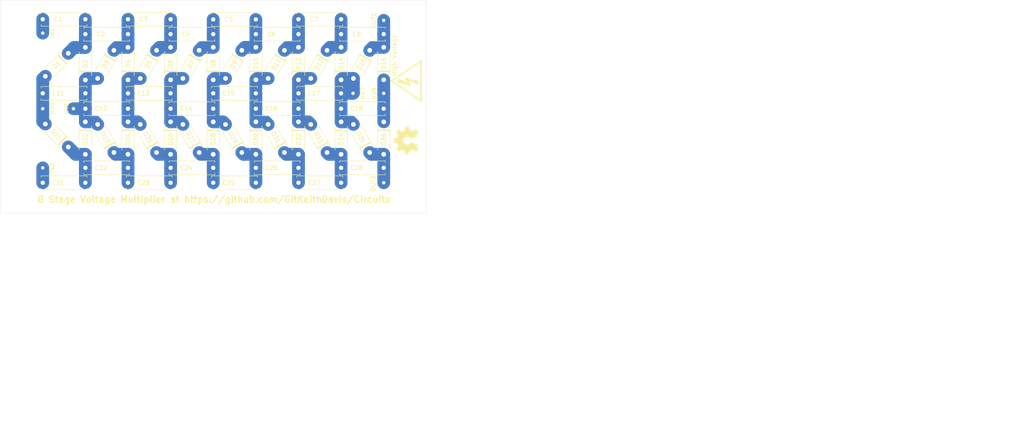
<source format=kicad_pcb>
(kicad_pcb (version 20171130) (host pcbnew 5.1.4-e60b266~84~ubuntu16.04.1)

  (general
    (thickness 1.6)
    (drawings 5)
    (tracks 127)
    (zones 0)
    (modules 73)
    (nets 28)
  )

  (page USLetter)
  (title_block
    (title "8 stage voltage multiplier. 10p caps. 2 panels.")
    (company "Keith Davis")
    (comment 1 "Open Source Hardware")
    (comment 2 "Danger: High Voltage.  Use at your own risk.")
  )

  (layers
    (0 F.Cu signal)
    (31 B.Cu signal)
    (32 B.Adhes user)
    (33 F.Adhes user)
    (34 B.Paste user)
    (35 F.Paste user)
    (36 B.SilkS user)
    (37 F.SilkS user)
    (38 B.Mask user)
    (39 F.Mask user)
    (40 Dwgs.User user)
    (41 Cmts.User user)
    (42 Eco1.User user)
    (43 Eco2.User user)
    (44 Edge.Cuts user)
    (45 Margin user)
    (46 B.CrtYd user)
    (47 F.CrtYd user)
    (48 B.Fab user)
    (49 F.Fab user)
  )

  (setup
    (last_trace_width 3)
    (trace_clearance 0.4)
    (zone_clearance 0.508)
    (zone_45_only no)
    (trace_min 0.2)
    (via_size 0.8)
    (via_drill 0.4)
    (via_min_size 0.4)
    (via_min_drill 0.3)
    (uvia_size 0.3)
    (uvia_drill 0.1)
    (uvias_allowed no)
    (uvia_min_size 0.2)
    (uvia_min_drill 0.1)
    (edge_width 0.05)
    (segment_width 0.2)
    (pcb_text_width 0.3)
    (pcb_text_size 1.5 1.5)
    (mod_edge_width 0.12)
    (mod_text_size 1 1)
    (mod_text_width 0.16)
    (pad_size 1.524 1.524)
    (pad_drill 0.762)
    (pad_to_mask_clearance 0.051)
    (solder_mask_min_width 0.25)
    (aux_axis_origin 0 0)
    (visible_elements FFFFFF7F)
    (pcbplotparams
      (layerselection 0x010f0_ffffffff)
      (usegerberextensions false)
      (usegerberattributes false)
      (usegerberadvancedattributes true)
      (creategerberjobfile false)
      (excludeedgelayer false)
      (linewidth 0.150000)
      (plotframeref false)
      (viasonmask false)
      (mode 1)
      (useauxorigin true)
      (hpglpennumber 1)
      (hpglpenspeed 20)
      (hpglpendiameter 15.000000)
      (psnegative false)
      (psa4output false)
      (plotreference true)
      (plotvalue true)
      (plotinvisibletext false)
      (padsonsilk false)
      (subtractmaskfromsilk false)
      (outputformat 1)
      (mirror false)
      (drillshape 0)
      (scaleselection 1)
      (outputdirectory "Gerber/"))
  )

  (net 0 "")
  (net 1 "Net-(C1-Pad1)")
  (net 2 "Net-(C2-Pad1)")
  (net 3 "Net-(C3-Pad1)")
  (net 4 "Net-(C4-Pad1)")
  (net 5 "Net-(C5-Pad1)")
  (net 6 "Net-(C6-Pad1)")
  (net 7 "Net-(C7-Pad1)")
  (net 8 "Net-(C12-Pad1)")
  (net 9 "Net-(C13-Pad1)")
  (net 10 "Net-(C14-Pad1)")
  (net 11 "Net-(C15-Pad1)")
  (net 12 "Net-(C16-Pad1)")
  (net 13 "Net-(C21-Pad1)")
  (net 14 "Net-(C22-Pad1)")
  (net 15 "Net-(C23-Pad1)")
  (net 16 "Net-(C24-Pad1)")
  (net 17 "Net-(C25-Pad1)")
  (net 18 "Net-(C26-Pad1)")
  (net 19 "Net-(C27-Pad1)")
  (net 20 /multiplier/IN1)
  (net 21 /multiplier/OUT1)
  (net 22 /multiplier/HV0)
  (net 23 /multiplier/IN2)
  (net 24 /multiplier/OUT2)
  (net 25 /multiplier/HV1)
  (net 26 /multiplier/HV7)
  (net 27 /multiplier/HV8)

  (net_class Default "This is the default net class."
    (clearance 0.4)
    (trace_width 3)
    (via_dia 0.8)
    (via_drill 0.4)
    (uvia_dia 0.3)
    (uvia_drill 0.1)
    (add_net /multiplier/HV0)
    (add_net /multiplier/HV1)
    (add_net /multiplier/HV7)
    (add_net /multiplier/HV8)
    (add_net /multiplier/IN1)
    (add_net /multiplier/IN2)
    (add_net /multiplier/OUT1)
    (add_net /multiplier/OUT2)
    (add_net "Net-(C1-Pad1)")
    (add_net "Net-(C12-Pad1)")
    (add_net "Net-(C13-Pad1)")
    (add_net "Net-(C14-Pad1)")
    (add_net "Net-(C15-Pad1)")
    (add_net "Net-(C16-Pad1)")
    (add_net "Net-(C2-Pad1)")
    (add_net "Net-(C21-Pad1)")
    (add_net "Net-(C22-Pad1)")
    (add_net "Net-(C23-Pad1)")
    (add_net "Net-(C24-Pad1)")
    (add_net "Net-(C25-Pad1)")
    (add_net "Net-(C26-Pad1)")
    (add_net "Net-(C27-Pad1)")
    (add_net "Net-(C3-Pad1)")
    (add_net "Net-(C4-Pad1)")
    (add_net "Net-(C5-Pad1)")
    (add_net "Net-(C6-Pad1)")
    (add_net "Net-(C7-Pad1)")
  )

  (module MountingHole:MountingHole_2.2mm_M2_ISO7380 (layer F.Cu) (tedit 56D1B4CB) (tstamp 5D9B653D)
    (at 55 75)
    (descr "Mounting Hole 2.2mm, no annular, M2, ISO7380")
    (tags "mounting hole 2.2mm no annular m2 iso7380")
    (attr virtual)
    (fp_text reference REF** (at 0 -2.75) (layer F.SilkS) hide
      (effects (font (size 1 1) (thickness 0.15)))
    )
    (fp_text value MountingHole_2.2mm_M2_ISO7380 (at 0 2.75) (layer F.Fab) hide
      (effects (font (size 1 1) (thickness 0.15)))
    )
    (fp_text user %R (at 0.3 0) (layer F.Fab) hide
      (effects (font (size 1 1) (thickness 0.15)))
    )
    (fp_circle (center 0 0) (end 1.75 0) (layer Cmts.User) (width 0.15))
    (fp_circle (center 0 0) (end 2 0) (layer F.CrtYd) (width 0.05))
    (pad 1 np_thru_hole circle (at 0 0) (size 2.2 2.2) (drill 2.2) (layers *.Cu *.Mask))
  )

  (module "" (layer F.Cu) (tedit 0) (tstamp 0)
    (at 145 75)
    (fp_text reference "" (at 145 75) (layer F.SilkS)
      (effects (font (size 1.27 1.27) (thickness 0.15)))
    )
    (fp_text value "" (at 145 75) (layer F.SilkS)
      (effects (font (size 1.27 1.27) (thickness 0.15)))
    )
    (fp_text user %R (at 145.3 75) (layer F.Fab) hide
      (effects (font (size 1 1) (thickness 0.15)))
    )
  )

  (module MountingHole:MountingHole_2.2mm_M2_ISO7380 (layer F.Cu) (tedit 56D1B4CB) (tstamp 5D9B64D6)
    (at 145 75)
    (descr "Mounting Hole 2.2mm, no annular, M2, ISO7380")
    (tags "mounting hole 2.2mm no annular m2 iso7380")
    (attr virtual)
    (fp_text reference REF** (at 0 -2.75) (layer F.SilkS) hide
      (effects (font (size 1 1) (thickness 0.15)))
    )
    (fp_text value MountingHole_2.2mm_M2_ISO7380 (at 0 2.75) (layer F.Fab) hide
      (effects (font (size 1 1) (thickness 0.15)))
    )
    (fp_circle (center 0 0) (end 2 0) (layer F.CrtYd) (width 0.05))
    (fp_circle (center 0 0) (end 1.75 0) (layer Cmts.User) (width 0.15))
    (fp_text user %R (at 0.3 0) (layer F.Fab) hide
      (effects (font (size 1 1) (thickness 0.15)))
    )
    (pad 1 np_thru_hole circle (at 0 0) (size 2.2 2.2) (drill 2.2) (layers *.Cu *.Mask))
  )

  (module MountingHole:MountingHole_3.2mm_M3 (layer F.Cu) (tedit 56D1B4CB) (tstamp 5D9B63B3)
    (at 145 55)
    (descr "Mounting Hole 3.2mm, no annular, M3")
    (tags "mounting hole 3.2mm no annular m3")
    (attr virtual)
    (fp_text reference REF** (at 0 -4.2) (layer F.SilkS) hide
      (effects (font (size 1 1) (thickness 0.15)))
    )
    (fp_text value MountingHole_3.2mm_M3 (at 0 4.2) (layer F.Fab) hide
      (effects (font (size 1 1) (thickness 0.15)))
    )
    (fp_text user %R (at 0.3 0) (layer F.Fab)
      (effects (font (size 1 1) (thickness 0.15)))
    )
    (fp_circle (center 0 0) (end 3.2 0) (layer Cmts.User) (width 0.15))
    (fp_circle (center 0 0) (end 3.45 0) (layer F.CrtYd) (width 0.05))
    (pad 1 np_thru_hole circle (at 0 0) (size 3.2 3.2) (drill 3.2) (layers *.Cu *.Mask))
  )

  (module MountingHole:MountingHole_3.2mm_M3 (layer F.Cu) (tedit 56D1B4CB) (tstamp 5D9B63B3)
    (at 145 95)
    (descr "Mounting Hole 3.2mm, no annular, M3")
    (tags "mounting hole 3.2mm no annular m3")
    (attr virtual)
    (fp_text reference REF** (at 0 -4.2) (layer F.SilkS) hide
      (effects (font (size 1 1) (thickness 0.15)))
    )
    (fp_text value MountingHole_3.2mm_M3 (at 0 4.2) (layer F.Fab) hide
      (effects (font (size 1 1) (thickness 0.15)))
    )
    (fp_text user %R (at 0.3 0) (layer F.Fab)
      (effects (font (size 1 1) (thickness 0.15)))
    )
    (fp_circle (center 0 0) (end 3.2 0) (layer Cmts.User) (width 0.15))
    (fp_circle (center 0 0) (end 3.45 0) (layer F.CrtYd) (width 0.05))
    (pad 1 np_thru_hole circle (at 0 0) (size 3.2 3.2) (drill 3.2) (layers *.Cu *.Mask))
  )

  (module MountingHole:MountingHole_3.2mm_M3 (layer F.Cu) (tedit 56D1B4CB) (tstamp 5D9B63B3)
    (at 55 95)
    (descr "Mounting Hole 3.2mm, no annular, M3")
    (tags "mounting hole 3.2mm no annular m3")
    (attr virtual)
    (fp_text reference REF** (at 0 -4.2) (layer F.SilkS) hide
      (effects (font (size 1 1) (thickness 0.15)))
    )
    (fp_text value MountingHole_3.2mm_M3 (at 0 4.2) (layer F.Fab) hide
      (effects (font (size 1 1) (thickness 0.15)))
    )
    (fp_text user %R (at 0.3 0) (layer F.Fab)
      (effects (font (size 1 1) (thickness 0.15)))
    )
    (fp_circle (center 0 0) (end 3.2 0) (layer Cmts.User) (width 0.15))
    (fp_circle (center 0 0) (end 3.45 0) (layer F.CrtYd) (width 0.05))
    (pad 1 np_thru_hole circle (at 0 0) (size 3.2 3.2) (drill 3.2) (layers *.Cu *.Mask))
  )

  (module MountingHole:MountingHole_3.2mm_M3 (layer F.Cu) (tedit 56D1B4CB) (tstamp 5D9B5868)
    (at 55 55)
    (descr "Mounting Hole 3.2mm, no annular, M3")
    (tags "mounting hole 3.2mm no annular m3")
    (attr virtual)
    (fp_text reference REF** (at 0 -4.2) (layer F.SilkS) hide
      (effects (font (size 1 1) (thickness 0.15)))
    )
    (fp_text value MountingHole_3.2mm_M3 (at 0 4.2) (layer F.Fab) hide
      (effects (font (size 1 1) (thickness 0.15)))
    )
    (fp_circle (center 0 0) (end 3.45 0) (layer F.CrtYd) (width 0.05))
    (fp_circle (center 0 0) (end 3.2 0) (layer Cmts.User) (width 0.15))
    (fp_text user %R (at 0.3 0) (layer F.Fab)
      (effects (font (size 1 1) (thickness 0.15)))
    )
    (pad 1 np_thru_hole circle (at 0 0) (size 3.2 3.2) (drill 3.2) (layers *.Cu *.Mask))
  )

  (module Symbol:OSHW-Symbol_6.7x6mm_SilkScreen (layer F.Cu) (tedit 0) (tstamp 5D9B515E)
    (at 145.2 83 90)
    (descr "Open Source Hardware Symbol")
    (tags "Logo Symbol OSHW")
    (attr virtual)
    (fp_text reference REF** (at 0 0 90) (layer F.SilkS) hide
      (effects (font (size 1 1) (thickness 0.15)))
    )
    (fp_text value OSHW-Symbol_6.7x6mm_SilkScreen (at 0.75 0 90) (layer F.Fab) hide
      (effects (font (size 1 1) (thickness 0.15)))
    )
    (fp_poly (pts (xy 0.555814 -2.531069) (xy 0.639635 -2.086445) (xy 0.94892 -1.958947) (xy 1.258206 -1.831449)
      (xy 1.629246 -2.083754) (xy 1.733157 -2.154004) (xy 1.827087 -2.216728) (xy 1.906652 -2.269062)
      (xy 1.96747 -2.308143) (xy 2.005157 -2.331107) (xy 2.015421 -2.336058) (xy 2.03391 -2.323324)
      (xy 2.07342 -2.288118) (xy 2.129522 -2.234938) (xy 2.197787 -2.168282) (xy 2.273786 -2.092646)
      (xy 2.353092 -2.012528) (xy 2.431275 -1.932426) (xy 2.503907 -1.856836) (xy 2.566559 -1.790255)
      (xy 2.614803 -1.737182) (xy 2.64421 -1.702113) (xy 2.651241 -1.690377) (xy 2.641123 -1.66874)
      (xy 2.612759 -1.621338) (xy 2.569129 -1.552807) (xy 2.513218 -1.467785) (xy 2.448006 -1.370907)
      (xy 2.410219 -1.31565) (xy 2.341343 -1.214752) (xy 2.28014 -1.123701) (xy 2.229578 -1.04703)
      (xy 2.192628 -0.989272) (xy 2.172258 -0.954957) (xy 2.169197 -0.947746) (xy 2.176136 -0.927252)
      (xy 2.195051 -0.879487) (xy 2.223087 -0.811168) (xy 2.257391 -0.729011) (xy 2.295109 -0.63973)
      (xy 2.333387 -0.550042) (xy 2.36937 -0.466662) (xy 2.400206 -0.396306) (xy 2.423039 -0.34569)
      (xy 2.435017 -0.321529) (xy 2.435724 -0.320578) (xy 2.454531 -0.315964) (xy 2.504618 -0.305672)
      (xy 2.580793 -0.290713) (xy 2.677865 -0.272099) (xy 2.790643 -0.250841) (xy 2.856442 -0.238582)
      (xy 2.97695 -0.215638) (xy 3.085797 -0.193805) (xy 3.177476 -0.174278) (xy 3.246481 -0.158252)
      (xy 3.287304 -0.146921) (xy 3.295511 -0.143326) (xy 3.303548 -0.118994) (xy 3.310033 -0.064041)
      (xy 3.31497 0.015108) (xy 3.318364 0.112026) (xy 3.320218 0.220287) (xy 3.320538 0.333465)
      (xy 3.319327 0.445135) (xy 3.31659 0.548868) (xy 3.312331 0.638241) (xy 3.306555 0.706826)
      (xy 3.299267 0.748197) (xy 3.294895 0.75681) (xy 3.268764 0.767133) (xy 3.213393 0.781892)
      (xy 3.136107 0.799352) (xy 3.04423 0.81778) (xy 3.012158 0.823741) (xy 2.857524 0.852066)
      (xy 2.735375 0.874876) (xy 2.641673 0.89308) (xy 2.572384 0.907583) (xy 2.523471 0.919292)
      (xy 2.490897 0.929115) (xy 2.470628 0.937956) (xy 2.458626 0.946724) (xy 2.456947 0.948457)
      (xy 2.440184 0.976371) (xy 2.414614 1.030695) (xy 2.382788 1.104777) (xy 2.34726 1.191965)
      (xy 2.310583 1.285608) (xy 2.275311 1.379052) (xy 2.243996 1.465647) (xy 2.219193 1.53874)
      (xy 2.203454 1.591678) (xy 2.199332 1.617811) (xy 2.199676 1.618726) (xy 2.213641 1.640086)
      (xy 2.245322 1.687084) (xy 2.291391 1.754827) (xy 2.348518 1.838423) (xy 2.413373 1.932982)
      (xy 2.431843 1.959854) (xy 2.497699 2.057275) (xy 2.55565 2.146163) (xy 2.602538 2.221412)
      (xy 2.635207 2.27792) (xy 2.6505 2.310581) (xy 2.651241 2.314593) (xy 2.638392 2.335684)
      (xy 2.602888 2.377464) (xy 2.549293 2.435445) (xy 2.482171 2.505135) (xy 2.406087 2.582045)
      (xy 2.325604 2.661683) (xy 2.245287 2.739561) (xy 2.169699 2.811186) (xy 2.103405 2.87207)
      (xy 2.050969 2.917721) (xy 2.016955 2.94365) (xy 2.007545 2.947883) (xy 1.985643 2.937912)
      (xy 1.9408 2.91102) (xy 1.880321 2.871736) (xy 1.833789 2.840117) (xy 1.749475 2.782098)
      (xy 1.649626 2.713784) (xy 1.549473 2.645579) (xy 1.495627 2.609075) (xy 1.313371 2.4858)
      (xy 1.160381 2.56852) (xy 1.090682 2.604759) (xy 1.031414 2.632926) (xy 0.991311 2.648991)
      (xy 0.981103 2.651226) (xy 0.968829 2.634722) (xy 0.944613 2.588082) (xy 0.910263 2.515609)
      (xy 0.867588 2.421606) (xy 0.818394 2.310374) (xy 0.76449 2.186215) (xy 0.707684 2.053432)
      (xy 0.649782 1.916327) (xy 0.592593 1.779202) (xy 0.537924 1.646358) (xy 0.487584 1.522098)
      (xy 0.44338 1.410725) (xy 0.407119 1.316539) (xy 0.380609 1.243844) (xy 0.365658 1.196941)
      (xy 0.363254 1.180833) (xy 0.382311 1.160286) (xy 0.424036 1.126933) (xy 0.479706 1.087702)
      (xy 0.484378 1.084599) (xy 0.628264 0.969423) (xy 0.744283 0.835053) (xy 0.83143 0.685784)
      (xy 0.888699 0.525913) (xy 0.915086 0.359737) (xy 0.909585 0.191552) (xy 0.87119 0.025655)
      (xy 0.798895 -0.133658) (xy 0.777626 -0.168513) (xy 0.666996 -0.309263) (xy 0.536302 -0.422286)
      (xy 0.390064 -0.506997) (xy 0.232808 -0.562806) (xy 0.069057 -0.589126) (xy -0.096667 -0.58537)
      (xy -0.259838 -0.55095) (xy -0.415935 -0.485277) (xy -0.560433 -0.387765) (xy -0.605131 -0.348187)
      (xy -0.718888 -0.224297) (xy -0.801782 -0.093876) (xy -0.858644 0.052315) (xy -0.890313 0.197088)
      (xy -0.898131 0.35986) (xy -0.872062 0.52344) (xy -0.814755 0.682298) (xy -0.728856 0.830906)
      (xy -0.617014 0.963735) (xy -0.481877 1.075256) (xy -0.464117 1.087011) (xy -0.40785 1.125508)
      (xy -0.365077 1.158863) (xy -0.344628 1.18016) (xy -0.344331 1.180833) (xy -0.348721 1.203871)
      (xy -0.366124 1.256157) (xy -0.394732 1.33339) (xy -0.432735 1.431268) (xy -0.478326 1.545491)
      (xy -0.529697 1.671758) (xy -0.585038 1.805767) (xy -0.642542 1.943218) (xy -0.700399 2.079808)
      (xy -0.756802 2.211237) (xy -0.809942 2.333205) (xy -0.85801 2.441409) (xy -0.899199 2.531549)
      (xy -0.931699 2.599323) (xy -0.953703 2.64043) (xy -0.962564 2.651226) (xy -0.98964 2.642819)
      (xy -1.040303 2.620272) (xy -1.105817 2.587613) (xy -1.141841 2.56852) (xy -1.294832 2.4858)
      (xy -1.477088 2.609075) (xy -1.570125 2.672228) (xy -1.671985 2.741727) (xy -1.767438 2.807165)
      (xy -1.81525 2.840117) (xy -1.882495 2.885273) (xy -1.939436 2.921057) (xy -1.978646 2.942938)
      (xy -1.991381 2.947563) (xy -2.009917 2.935085) (xy -2.050941 2.900252) (xy -2.110475 2.846678)
      (xy -2.184542 2.777983) (xy -2.269165 2.697781) (xy -2.322685 2.646286) (xy -2.416319 2.554286)
      (xy -2.497241 2.471999) (xy -2.562177 2.402945) (xy -2.607858 2.350644) (xy -2.631011 2.318616)
      (xy -2.633232 2.312116) (xy -2.622924 2.287394) (xy -2.594439 2.237405) (xy -2.550937 2.167212)
      (xy -2.495577 2.081875) (xy -2.43152 1.986456) (xy -2.413303 1.959854) (xy -2.346927 1.863167)
      (xy -2.287378 1.776117) (xy -2.237984 1.703595) (xy -2.202075 1.650493) (xy -2.182981 1.621703)
      (xy -2.181136 1.618726) (xy -2.183895 1.595782) (xy -2.198538 1.545336) (xy -2.222513 1.474041)
      (xy -2.253266 1.388547) (xy -2.288244 1.295507) (xy -2.324893 1.201574) (xy -2.360661 1.113399)
      (xy -2.392994 1.037634) (xy -2.419338 0.980931) (xy -2.437142 0.949943) (xy -2.438407 0.948457)
      (xy -2.449294 0.939601) (xy -2.467682 0.930843) (xy -2.497606 0.921277) (xy -2.543103 0.909996)
      (xy -2.608209 0.896093) (xy -2.696961 0.878663) (xy -2.813393 0.856798) (xy -2.961542 0.829591)
      (xy -2.993618 0.823741) (xy -3.088686 0.805374) (xy -3.171565 0.787405) (xy -3.23493 0.771569)
      (xy -3.271458 0.7596) (xy -3.276356 0.75681) (xy -3.284427 0.732072) (xy -3.290987 0.67679)
      (xy -3.296033 0.597389) (xy -3.299559 0.500296) (xy -3.301561 0.391938) (xy -3.302036 0.27874)
      (xy -3.300977 0.167128) (xy -3.298382 0.063529) (xy -3.294246 -0.025632) (xy -3.288563 -0.093928)
      (xy -3.281331 -0.134934) (xy -3.276971 -0.143326) (xy -3.252698 -0.151792) (xy -3.197426 -0.165565)
      (xy -3.116662 -0.18345) (xy -3.015912 -0.204252) (xy -2.900683 -0.226777) (xy -2.837902 -0.238582)
      (xy -2.718787 -0.260849) (xy -2.612565 -0.281021) (xy -2.524427 -0.298085) (xy -2.459566 -0.311031)
      (xy -2.423174 -0.318845) (xy -2.417184 -0.320578) (xy -2.407061 -0.34011) (xy -2.385662 -0.387157)
      (xy -2.355839 -0.454997) (xy -2.320445 -0.536909) (xy -2.282332 -0.626172) (xy -2.244353 -0.716065)
      (xy -2.20936 -0.799865) (xy -2.180206 -0.870853) (xy -2.159743 -0.922306) (xy -2.150823 -0.947503)
      (xy -2.150657 -0.948604) (xy -2.160769 -0.968481) (xy -2.189117 -1.014223) (xy -2.232723 -1.081283)
      (xy -2.288606 -1.165116) (xy -2.353787 -1.261174) (xy -2.391679 -1.31635) (xy -2.460725 -1.417519)
      (xy -2.52205 -1.50937) (xy -2.572663 -1.587256) (xy -2.609571 -1.646531) (xy -2.629782 -1.682549)
      (xy -2.632701 -1.690623) (xy -2.620153 -1.709416) (xy -2.585463 -1.749543) (xy -2.533063 -1.806507)
      (xy -2.467384 -1.875815) (xy -2.392856 -1.952969) (xy -2.313913 -2.033475) (xy -2.234983 -2.112837)
      (xy -2.1605 -2.18656) (xy -2.094894 -2.250148) (xy -2.042596 -2.299106) (xy -2.008039 -2.328939)
      (xy -1.996478 -2.336058) (xy -1.977654 -2.326047) (xy -1.932631 -2.297922) (xy -1.865787 -2.254546)
      (xy -1.781499 -2.198782) (xy -1.684144 -2.133494) (xy -1.610707 -2.083754) (xy -1.239667 -1.831449)
      (xy -0.621095 -2.086445) (xy -0.537275 -2.531069) (xy -0.453454 -2.975693) (xy 0.471994 -2.975693)
      (xy 0.555814 -2.531069)) (layer F.SilkS) (width 0.01))
  )

  (module custom:Symbol_HighVoltage_Type2_FSilk_Small (layer F.Cu) (tedit 5D9A970B) (tstamp 5D9B4356)
    (at 146 69 90)
    (descr "Symbol, High Voltage, Type 2, Copper Top, Very Small,")
    (tags "Symbol, High Voltage, Type 2, Copper Top, Very Small,")
    (attr virtual)
    (fp_text reference "High Voltage" (at 6 -3.5 90) (layer F.SilkS)
      (effects (font (size 1 1) (thickness 0.15)))
    )
    (fp_text value Symbol_HighVoltage_Type2_FSilk_Small (at -0.381 4.572 90) (layer F.Fab) hide
      (effects (font (size 1 1) (thickness 0.15)))
    )
    (fp_line (start -0.49784 2.19964) (end 0.70104 -0.89916) (layer F.SilkS) (width 0.381))
    (fp_line (start 0.70104 -0.89916) (end 0.1016 -0.50038) (layer F.SilkS) (width 0.381))
    (fp_line (start -0.89916 0.20066) (end 0.40132 -2.60096) (layer F.SilkS) (width 0.381))
    (fp_line (start -0.49784 2.19964) (end 0.1016 1.50114) (layer F.SilkS) (width 0.381))
    (fp_line (start -0.09906 -2.79908) (end -0.89916 0.20066) (layer F.SilkS) (width 0.381))
    (fp_line (start -0.89916 0.20066) (end 0.29972 -0.59944) (layer F.SilkS) (width 0.381))
    (fp_line (start 0.29972 -0.59944) (end -0.49784 2.19964) (layer F.SilkS) (width 0.381))
    (fp_line (start -0.49784 2.19964) (end -0.59944 1.30048) (layer F.SilkS) (width 0.381))
    (fp_line (start 0 -4.191) (end 4.699 2.794) (layer F.SilkS) (width 0.381))
    (fp_line (start 4.699 2.794) (end -4.699 2.794) (layer F.SilkS) (width 0.381))
    (fp_line (start -4.699 2.794) (end 0 -4.191) (layer F.SilkS) (width 0.381))
  )

  (module Connector_Wire:SolderWirePad_1x01_Drill0.8mm (layer F.Cu) (tedit 5A2676A0) (tstamp 5D97322E)
    (at 67.2 75.5 90)
    (descr "Wire solder connection")
    (tags connector)
    (path /5D7EABEC/5D974928)
    (attr virtual)
    (fp_text reference HV1 (at 0.0762 -1.651 90) (layer F.SilkS)
      (effects (font (size 1 1) (thickness 0.15)))
    )
    (fp_text value Conn_01x01 (at 0 2.54) (layer F.Fab) hide
      (effects (font (size 1 1) (thickness 0.15)))
    )
    (fp_line (start 1.5 1.5) (end -1.5 1.5) (layer F.CrtYd) (width 0.05))
    (fp_line (start 1.5 1.5) (end 1.5 -1.5) (layer F.CrtYd) (width 0.05))
    (fp_line (start -1.5 -1.5) (end -1.5 1.5) (layer F.CrtYd) (width 0.05))
    (fp_line (start -1.5 -1.5) (end 1.5 -1.5) (layer F.CrtYd) (width 0.05))
    (fp_text user %R (at 0 0 90) (layer F.Fab)
      (effects (font (size 1 1) (thickness 0.15)))
    )
    (pad 1 thru_hole circle (at 0 0 90) (size 1.99898 1.99898) (drill 0.8001) (layers *.Cu *.Mask)
      (net 25 /multiplier/HV1))
  )

  (module Connector_Wire:SolderWirePad_1x01_Drill0.8mm (layer F.Cu) (tedit 5A2676A0) (tstamp 5D856A59)
    (at 60 89.4)
    (descr "Wire solder connection")
    (tags connector)
    (path /5D7EABEC/5D86749D)
    (attr virtual)
    (fp_text reference IN2 (at 2.2098 0.127 270) (layer F.SilkS)
      (effects (font (size 1 1) (thickness 0.15)))
    )
    (fp_text value Conn_01x01 (at 0 2.54) (layer F.Fab) hide
      (effects (font (size 1 1) (thickness 0.15)))
    )
    (fp_line (start 1.5 1.5) (end -1.5 1.5) (layer F.CrtYd) (width 0.05))
    (fp_line (start 1.5 1.5) (end 1.5 -1.5) (layer F.CrtYd) (width 0.05))
    (fp_line (start -1.5 -1.5) (end -1.5 1.5) (layer F.CrtYd) (width 0.05))
    (fp_line (start -1.5 -1.5) (end 1.5 -1.5) (layer F.CrtYd) (width 0.05))
    (fp_text user %R (at 0 0) (layer F.Fab)
      (effects (font (size 1 1) (thickness 0.15)))
    )
    (pad 1 thru_hole circle (at 0 0) (size 1.99898 1.99898) (drill 0.8001) (layers *.Cu *.Mask)
      (net 23 /multiplier/IN2))
  )

  (module Connector_Wire:SolderWirePad_1x01_Drill0.8mm (layer F.Cu) (tedit 5A2676A0) (tstamp 5D856A4F)
    (at 60 57.75 180)
    (descr "Wire solder connection")
    (tags connector)
    (path /5D7EABEC/5D8662FB)
    (attr virtual)
    (fp_text reference IN1 (at -2.2606 0 90) (layer F.SilkS)
      (effects (font (size 1 1) (thickness 0.15)))
    )
    (fp_text value Conn_01x01 (at 0 2.54) (layer F.Fab) hide
      (effects (font (size 1 1) (thickness 0.15)))
    )
    (fp_line (start 1.5 1.5) (end -1.5 1.5) (layer F.CrtYd) (width 0.05))
    (fp_line (start 1.5 1.5) (end 1.5 -1.5) (layer F.CrtYd) (width 0.05))
    (fp_line (start -1.5 -1.5) (end -1.5 1.5) (layer F.CrtYd) (width 0.05))
    (fp_line (start -1.5 -1.5) (end 1.5 -1.5) (layer F.CrtYd) (width 0.05))
    (fp_text user %R (at 0 0) (layer F.Fab)
      (effects (font (size 1 1) (thickness 0.15)))
    )
    (pad 1 thru_hole circle (at 0 0 180) (size 1.99898 1.99898) (drill 0.8001) (layers *.Cu *.Mask)
      (net 20 /multiplier/IN1))
  )

  (module Connector_Wire:SolderWirePad_1x01_Drill0.8mm (layer F.Cu) (tedit 5A2676A0) (tstamp 5D856A45)
    (at 132.8 71.9)
    (descr "Wire solder connection")
    (tags connector)
    (path /5D7EABEC/5D867F95)
    (attr virtual)
    (fp_text reference HV7 (at 2.25 0 90) (layer F.SilkS)
      (effects (font (size 1 1) (thickness 0.15)))
    )
    (fp_text value Conn_01x01 (at 0 2.54) (layer F.Fab) hide
      (effects (font (size 1 1) (thickness 0.15)))
    )
    (fp_line (start 1.5 1.5) (end -1.5 1.5) (layer F.CrtYd) (width 0.05))
    (fp_line (start 1.5 1.5) (end 1.5 -1.5) (layer F.CrtYd) (width 0.05))
    (fp_line (start -1.5 -1.5) (end -1.5 1.5) (layer F.CrtYd) (width 0.05))
    (fp_line (start -1.5 -1.5) (end 1.5 -1.5) (layer F.CrtYd) (width 0.05))
    (fp_text user %R (at 0 0) (layer F.Fab)
      (effects (font (size 1 1) (thickness 0.15)))
    )
    (pad 1 thru_hole circle (at 0 0) (size 1.99898 1.99898) (drill 0.8001) (layers *.Cu *.Mask)
      (net 26 /multiplier/HV7))
  )

  (module Connector_Wire:SolderWirePad_1x01_Drill0.8mm (layer F.Cu) (tedit 5A2676A0) (tstamp 5D856A3B)
    (at 140 54.75)
    (descr "Wire solder connection")
    (tags connector)
    (path /5D7EABEC/5D8679F7)
    (attr virtual)
    (fp_text reference OUT1 (at -2.3286 0.0802 90) (layer F.SilkS)
      (effects (font (size 1 1) (thickness 0.15)))
    )
    (fp_text value Conn_01x01 (at 0 2.54) (layer F.Fab) hide
      (effects (font (size 1 1) (thickness 0.15)))
    )
    (fp_line (start 1.5 1.5) (end -1.5 1.5) (layer F.CrtYd) (width 0.05))
    (fp_line (start 1.5 1.5) (end 1.5 -1.5) (layer F.CrtYd) (width 0.05))
    (fp_line (start -1.5 -1.5) (end -1.5 1.5) (layer F.CrtYd) (width 0.05))
    (fp_line (start -1.5 -1.5) (end 1.5 -1.5) (layer F.CrtYd) (width 0.05))
    (fp_text user %R (at 0 0) (layer F.Fab)
      (effects (font (size 1 1) (thickness 0.15)))
    )
    (pad 1 thru_hole circle (at 0 0) (size 1.99898 1.99898) (drill 0.8001) (layers *.Cu *.Mask)
      (net 21 /multiplier/OUT1))
  )

  (module Connector_Wire:SolderWirePad_1x01_Drill0.8mm (layer F.Cu) (tedit 5A2676A0) (tstamp 5D856A31)
    (at 60 75.5)
    (descr "Wire solder connection")
    (tags connector)
    (path /5D7EABEC/5D8666C7)
    (attr virtual)
    (fp_text reference HV0 (at 2.2774 -0.0798 90) (layer F.SilkS)
      (effects (font (size 1 1) (thickness 0.15)))
    )
    (fp_text value Conn_01x01 (at 0 2.54) (layer F.Fab) hide
      (effects (font (size 1 1) (thickness 0.15)))
    )
    (fp_line (start 1.5 1.5) (end -1.5 1.5) (layer F.CrtYd) (width 0.05))
    (fp_line (start 1.5 1.5) (end 1.5 -1.5) (layer F.CrtYd) (width 0.05))
    (fp_line (start -1.5 -1.5) (end -1.5 1.5) (layer F.CrtYd) (width 0.05))
    (fp_line (start -1.5 -1.5) (end 1.5 -1.5) (layer F.CrtYd) (width 0.05))
    (fp_text user %R (at 0 0) (layer F.Fab)
      (effects (font (size 1 1) (thickness 0.15)))
    )
    (pad 1 thru_hole circle (at 0 0) (size 1.99898 1.99898) (drill 0.8001) (layers *.Cu *.Mask)
      (net 22 /multiplier/HV0))
  )

  (module Connector_Wire:SolderWirePad_1x01_Drill0.8mm (layer F.Cu) (tedit 5A2676A0) (tstamp 5D856A27)
    (at 140 92.9)
    (descr "Wire solder connection")
    (tags connector)
    (path /5D7EABEC/5D86905A)
    (attr virtual)
    (fp_text reference OUT2 (at -2.5064 0.1614 90) (layer F.SilkS)
      (effects (font (size 1 1) (thickness 0.15)))
    )
    (fp_text value Conn_01x01 (at 0 2.54) (layer F.Fab) hide
      (effects (font (size 1 1) (thickness 0.15)))
    )
    (fp_line (start 1.5 1.5) (end -1.5 1.5) (layer F.CrtYd) (width 0.05))
    (fp_line (start 1.5 1.5) (end 1.5 -1.5) (layer F.CrtYd) (width 0.05))
    (fp_line (start -1.5 -1.5) (end -1.5 1.5) (layer F.CrtYd) (width 0.05))
    (fp_line (start -1.5 -1.5) (end 1.5 -1.5) (layer F.CrtYd) (width 0.05))
    (fp_text user %R (at 0 0) (layer F.Fab)
      (effects (font (size 1 1) (thickness 0.15)))
    )
    (pad 1 thru_hole circle (at 0 0) (size 1.99898 1.99898) (drill 0.8001) (layers *.Cu *.Mask)
      (net 24 /multiplier/OUT2))
  )

  (module Connector_Wire:SolderWirePad_1x01_Drill0.8mm (layer F.Cu) (tedit 5A2676A0) (tstamp 5D856A1D)
    (at 140 71.9)
    (descr "Wire solder connection")
    (tags connector)
    (path /5D7EABEC/5D868A29)
    (attr virtual)
    (fp_text reference HV8 (at -2.1762 0.0634 90) (layer F.SilkS)
      (effects (font (size 1 1) (thickness 0.15)))
    )
    (fp_text value Conn_01x01 (at 0 2.54) (layer F.Fab) hide
      (effects (font (size 1 1) (thickness 0.15)))
    )
    (fp_line (start 1.5 1.5) (end -1.5 1.5) (layer F.CrtYd) (width 0.05))
    (fp_line (start 1.5 1.5) (end 1.5 -1.5) (layer F.CrtYd) (width 0.05))
    (fp_line (start -1.5 -1.5) (end -1.5 1.5) (layer F.CrtYd) (width 0.05))
    (fp_line (start -1.5 -1.5) (end 1.5 -1.5) (layer F.CrtYd) (width 0.05))
    (fp_text user %R (at 0 0) (layer F.Fab)
      (effects (font (size 1 1) (thickness 0.15)))
    )
    (pad 1 thru_hole circle (at 0 0) (size 1.99898 1.99898) (drill 0.8001) (layers *.Cu *.Mask)
      (net 27 /multiplier/HV8))
  )

  (module custom:C_Disc_D10.5mm_W2.5mm_P10.00mm (layer F.Cu) (tedit 5D7E9C63) (tstamp 5D7FE15F)
    (at 140 89.4 180)
    (descr "C, Disc series, Radial, pin pitch=10.00mm, , diameter*width=10.5*5.0mm^2, Capacitor, http://www.vishay.com/docs/28535/vy2series.pdf")
    (tags "C Disc series Radial pin pitch 10.00mm  diameter 10.5mm width 5.0mm Capacitor")
    (path /5D7EABEC/5D88256A)
    (fp_text reference C28 (at 6.35 0) (layer F.SilkS)
      (effects (font (size 1 1) (thickness 0.15)))
    )
    (fp_text value 10n (at 5 3.75) (layer F.Fab) hide
      (effects (font (size 1 1) (thickness 0.15)))
    )
    (fp_text user %R (at 5 0) (layer F.Fab)
      (effects (font (size 1 1) (thickness 0.15)))
    )
    (fp_line (start 11.25 -1.75) (end -1.25 -1.75) (layer F.CrtYd) (width 0.05))
    (fp_line (start 11.25 1.75) (end 11.25 -1.75) (layer F.CrtYd) (width 0.05))
    (fp_line (start -1.25 1.75) (end 11.25 1.75) (layer F.CrtYd) (width 0.05))
    (fp_line (start -1.25 -1.75) (end -1.25 1.75) (layer F.CrtYd) (width 0.05))
    (fp_line (start 10.37 1.256) (end 10.37 1.62) (layer F.SilkS) (width 0.12))
    (fp_line (start 10.37 -1.62) (end 10.37 -1.256) (layer F.SilkS) (width 0.12))
    (fp_line (start -0.37 1.256) (end -0.37 1.62) (layer F.SilkS) (width 0.12))
    (fp_line (start -0.37 -1.62) (end -0.37 -1.256) (layer F.SilkS) (width 0.12))
    (fp_line (start -0.37 1.62) (end 10.37 1.62) (layer F.SilkS) (width 0.12))
    (fp_line (start -0.37 -1.62) (end 10.37 -1.62) (layer F.SilkS) (width 0.12))
    (fp_line (start 10.25 -1.5) (end -0.25 -1.5) (layer F.Fab) (width 0.1))
    (fp_line (start 10.25 1.5) (end 10.25 -1.5) (layer F.Fab) (width 0.1))
    (fp_line (start -0.25 1.5) (end 10.25 1.5) (layer F.Fab) (width 0.1))
    (fp_line (start -0.25 -1.5) (end -0.25 1.5) (layer F.Fab) (width 0.1))
    (pad 2 thru_hole circle (at 10 0 180) (size 2 2) (drill 1) (layers *.Cu *.Mask)
      (net 19 "Net-(C27-Pad1)"))
    (pad 1 thru_hole circle (at 0 0 180) (size 2 2) (drill 1) (layers *.Cu *.Mask)
      (net 24 /multiplier/OUT2))
    (model ${KISYS3DMOD}/Capacitor_THT.3dshapes/C_Disc_D10.5mm_W5.0mm_P10.00mm.wrl
      (at (xyz 0 0 0))
      (scale (xyz 1 1 1))
      (rotate (xyz 0 0 0))
    )
  )

  (module custom:C_Disc_D10.5mm_W2.5mm_P10.00mm (layer F.Cu) (tedit 5D7E9C63) (tstamp 5D7FE14C)
    (at 130 92.9 180)
    (descr "C, Disc series, Radial, pin pitch=10.00mm, , diameter*width=10.5*5.0mm^2, Capacitor, http://www.vishay.com/docs/28535/vy2series.pdf")
    (tags "C Disc series Radial pin pitch 10.00mm  diameter 10.5mm width 5.0mm Capacitor")
    (path /5D7EABEC/5D8818CC)
    (fp_text reference C27 (at 6.35 0) (layer F.SilkS)
      (effects (font (size 1 1) (thickness 0.15)))
    )
    (fp_text value 10n (at 5 3.75) (layer F.Fab) hide
      (effects (font (size 1 1) (thickness 0.15)))
    )
    (fp_text user %R (at 5 0) (layer F.Fab)
      (effects (font (size 1 1) (thickness 0.15)))
    )
    (fp_line (start 11.25 -1.75) (end -1.25 -1.75) (layer F.CrtYd) (width 0.05))
    (fp_line (start 11.25 1.75) (end 11.25 -1.75) (layer F.CrtYd) (width 0.05))
    (fp_line (start -1.25 1.75) (end 11.25 1.75) (layer F.CrtYd) (width 0.05))
    (fp_line (start -1.25 -1.75) (end -1.25 1.75) (layer F.CrtYd) (width 0.05))
    (fp_line (start 10.37 1.256) (end 10.37 1.62) (layer F.SilkS) (width 0.12))
    (fp_line (start 10.37 -1.62) (end 10.37 -1.256) (layer F.SilkS) (width 0.12))
    (fp_line (start -0.37 1.256) (end -0.37 1.62) (layer F.SilkS) (width 0.12))
    (fp_line (start -0.37 -1.62) (end -0.37 -1.256) (layer F.SilkS) (width 0.12))
    (fp_line (start -0.37 1.62) (end 10.37 1.62) (layer F.SilkS) (width 0.12))
    (fp_line (start -0.37 -1.62) (end 10.37 -1.62) (layer F.SilkS) (width 0.12))
    (fp_line (start 10.25 -1.5) (end -0.25 -1.5) (layer F.Fab) (width 0.1))
    (fp_line (start 10.25 1.5) (end 10.25 -1.5) (layer F.Fab) (width 0.1))
    (fp_line (start -0.25 1.5) (end 10.25 1.5) (layer F.Fab) (width 0.1))
    (fp_line (start -0.25 -1.5) (end -0.25 1.5) (layer F.Fab) (width 0.1))
    (pad 2 thru_hole circle (at 10 0 180) (size 2 2) (drill 1) (layers *.Cu *.Mask)
      (net 18 "Net-(C26-Pad1)"))
    (pad 1 thru_hole circle (at 0 0 180) (size 2 2) (drill 1) (layers *.Cu *.Mask)
      (net 19 "Net-(C27-Pad1)"))
    (model ${KISYS3DMOD}/Capacitor_THT.3dshapes/C_Disc_D10.5mm_W5.0mm_P10.00mm.wrl
      (at (xyz 0 0 0))
      (scale (xyz 1 1 1))
      (rotate (xyz 0 0 0))
    )
  )

  (module custom:C_Disc_D10.5mm_W2.5mm_P10.00mm (layer F.Cu) (tedit 5D7E9C63) (tstamp 5D7FE139)
    (at 120 89.4 180)
    (descr "C, Disc series, Radial, pin pitch=10.00mm, , diameter*width=10.5*5.0mm^2, Capacitor, http://www.vishay.com/docs/28535/vy2series.pdf")
    (tags "C Disc series Radial pin pitch 10.00mm  diameter 10.5mm width 5.0mm Capacitor")
    (path /5D7EABEC/5D880CCA)
    (fp_text reference C26 (at 6.35 0) (layer F.SilkS)
      (effects (font (size 1 1) (thickness 0.15)))
    )
    (fp_text value 10n (at 5 3.75) (layer F.Fab) hide
      (effects (font (size 1 1) (thickness 0.15)))
    )
    (fp_text user %R (at 5 0) (layer F.Fab)
      (effects (font (size 1 1) (thickness 0.15)))
    )
    (fp_line (start 11.25 -1.75) (end -1.25 -1.75) (layer F.CrtYd) (width 0.05))
    (fp_line (start 11.25 1.75) (end 11.25 -1.75) (layer F.CrtYd) (width 0.05))
    (fp_line (start -1.25 1.75) (end 11.25 1.75) (layer F.CrtYd) (width 0.05))
    (fp_line (start -1.25 -1.75) (end -1.25 1.75) (layer F.CrtYd) (width 0.05))
    (fp_line (start 10.37 1.256) (end 10.37 1.62) (layer F.SilkS) (width 0.12))
    (fp_line (start 10.37 -1.62) (end 10.37 -1.256) (layer F.SilkS) (width 0.12))
    (fp_line (start -0.37 1.256) (end -0.37 1.62) (layer F.SilkS) (width 0.12))
    (fp_line (start -0.37 -1.62) (end -0.37 -1.256) (layer F.SilkS) (width 0.12))
    (fp_line (start -0.37 1.62) (end 10.37 1.62) (layer F.SilkS) (width 0.12))
    (fp_line (start -0.37 -1.62) (end 10.37 -1.62) (layer F.SilkS) (width 0.12))
    (fp_line (start 10.25 -1.5) (end -0.25 -1.5) (layer F.Fab) (width 0.1))
    (fp_line (start 10.25 1.5) (end 10.25 -1.5) (layer F.Fab) (width 0.1))
    (fp_line (start -0.25 1.5) (end 10.25 1.5) (layer F.Fab) (width 0.1))
    (fp_line (start -0.25 -1.5) (end -0.25 1.5) (layer F.Fab) (width 0.1))
    (pad 2 thru_hole circle (at 10 0 180) (size 2 2) (drill 1) (layers *.Cu *.Mask)
      (net 17 "Net-(C25-Pad1)"))
    (pad 1 thru_hole circle (at 0 0 180) (size 2 2) (drill 1) (layers *.Cu *.Mask)
      (net 18 "Net-(C26-Pad1)"))
    (model ${KISYS3DMOD}/Capacitor_THT.3dshapes/C_Disc_D10.5mm_W5.0mm_P10.00mm.wrl
      (at (xyz 0 0 0))
      (scale (xyz 1 1 1))
      (rotate (xyz 0 0 0))
    )
  )

  (module custom:C_Disc_D10.5mm_W2.5mm_P10.00mm (layer F.Cu) (tedit 5D7E9C63) (tstamp 5D7FE126)
    (at 110 92.9 180)
    (descr "C, Disc series, Radial, pin pitch=10.00mm, , diameter*width=10.5*5.0mm^2, Capacitor, http://www.vishay.com/docs/28535/vy2series.pdf")
    (tags "C Disc series Radial pin pitch 10.00mm  diameter 10.5mm width 5.0mm Capacitor")
    (path /5D7EABEC/5D87D80E)
    (fp_text reference C25 (at 6.35 0) (layer F.SilkS)
      (effects (font (size 1 1) (thickness 0.15)))
    )
    (fp_text value 10n (at 5 3.75) (layer F.Fab) hide
      (effects (font (size 1 1) (thickness 0.15)))
    )
    (fp_text user %R (at 5 0) (layer F.Fab)
      (effects (font (size 1 1) (thickness 0.15)))
    )
    (fp_line (start 11.25 -1.75) (end -1.25 -1.75) (layer F.CrtYd) (width 0.05))
    (fp_line (start 11.25 1.75) (end 11.25 -1.75) (layer F.CrtYd) (width 0.05))
    (fp_line (start -1.25 1.75) (end 11.25 1.75) (layer F.CrtYd) (width 0.05))
    (fp_line (start -1.25 -1.75) (end -1.25 1.75) (layer F.CrtYd) (width 0.05))
    (fp_line (start 10.37 1.256) (end 10.37 1.62) (layer F.SilkS) (width 0.12))
    (fp_line (start 10.37 -1.62) (end 10.37 -1.256) (layer F.SilkS) (width 0.12))
    (fp_line (start -0.37 1.256) (end -0.37 1.62) (layer F.SilkS) (width 0.12))
    (fp_line (start -0.37 -1.62) (end -0.37 -1.256) (layer F.SilkS) (width 0.12))
    (fp_line (start -0.37 1.62) (end 10.37 1.62) (layer F.SilkS) (width 0.12))
    (fp_line (start -0.37 -1.62) (end 10.37 -1.62) (layer F.SilkS) (width 0.12))
    (fp_line (start 10.25 -1.5) (end -0.25 -1.5) (layer F.Fab) (width 0.1))
    (fp_line (start 10.25 1.5) (end 10.25 -1.5) (layer F.Fab) (width 0.1))
    (fp_line (start -0.25 1.5) (end 10.25 1.5) (layer F.Fab) (width 0.1))
    (fp_line (start -0.25 -1.5) (end -0.25 1.5) (layer F.Fab) (width 0.1))
    (pad 2 thru_hole circle (at 10 0 180) (size 2 2) (drill 1) (layers *.Cu *.Mask)
      (net 16 "Net-(C24-Pad1)"))
    (pad 1 thru_hole circle (at 0 0 180) (size 2 2) (drill 1) (layers *.Cu *.Mask)
      (net 17 "Net-(C25-Pad1)"))
    (model ${KISYS3DMOD}/Capacitor_THT.3dshapes/C_Disc_D10.5mm_W5.0mm_P10.00mm.wrl
      (at (xyz 0 0 0))
      (scale (xyz 1 1 1))
      (rotate (xyz 0 0 0))
    )
  )

  (module custom:C_Disc_D10.5mm_W2.5mm_P10.00mm (layer F.Cu) (tedit 5D7E9C63) (tstamp 5D7FE113)
    (at 100 89.4 180)
    (descr "C, Disc series, Radial, pin pitch=10.00mm, , diameter*width=10.5*5.0mm^2, Capacitor, http://www.vishay.com/docs/28535/vy2series.pdf")
    (tags "C Disc series Radial pin pitch 10.00mm  diameter 10.5mm width 5.0mm Capacitor")
    (path /5D7EABEC/5D87D141)
    (fp_text reference C24 (at 6.35 0) (layer F.SilkS)
      (effects (font (size 1 1) (thickness 0.15)))
    )
    (fp_text value 10n (at 5 3.75) (layer F.Fab) hide
      (effects (font (size 1 1) (thickness 0.15)))
    )
    (fp_text user %R (at 5 0) (layer F.Fab)
      (effects (font (size 1 1) (thickness 0.15)))
    )
    (fp_line (start 11.25 -1.75) (end -1.25 -1.75) (layer F.CrtYd) (width 0.05))
    (fp_line (start 11.25 1.75) (end 11.25 -1.75) (layer F.CrtYd) (width 0.05))
    (fp_line (start -1.25 1.75) (end 11.25 1.75) (layer F.CrtYd) (width 0.05))
    (fp_line (start -1.25 -1.75) (end -1.25 1.75) (layer F.CrtYd) (width 0.05))
    (fp_line (start 10.37 1.256) (end 10.37 1.62) (layer F.SilkS) (width 0.12))
    (fp_line (start 10.37 -1.62) (end 10.37 -1.256) (layer F.SilkS) (width 0.12))
    (fp_line (start -0.37 1.256) (end -0.37 1.62) (layer F.SilkS) (width 0.12))
    (fp_line (start -0.37 -1.62) (end -0.37 -1.256) (layer F.SilkS) (width 0.12))
    (fp_line (start -0.37 1.62) (end 10.37 1.62) (layer F.SilkS) (width 0.12))
    (fp_line (start -0.37 -1.62) (end 10.37 -1.62) (layer F.SilkS) (width 0.12))
    (fp_line (start 10.25 -1.5) (end -0.25 -1.5) (layer F.Fab) (width 0.1))
    (fp_line (start 10.25 1.5) (end 10.25 -1.5) (layer F.Fab) (width 0.1))
    (fp_line (start -0.25 1.5) (end 10.25 1.5) (layer F.Fab) (width 0.1))
    (fp_line (start -0.25 -1.5) (end -0.25 1.5) (layer F.Fab) (width 0.1))
    (pad 2 thru_hole circle (at 10 0 180) (size 2 2) (drill 1) (layers *.Cu *.Mask)
      (net 15 "Net-(C23-Pad1)"))
    (pad 1 thru_hole circle (at 0 0 180) (size 2 2) (drill 1) (layers *.Cu *.Mask)
      (net 16 "Net-(C24-Pad1)"))
    (model ${KISYS3DMOD}/Capacitor_THT.3dshapes/C_Disc_D10.5mm_W5.0mm_P10.00mm.wrl
      (at (xyz 0 0 0))
      (scale (xyz 1 1 1))
      (rotate (xyz 0 0 0))
    )
  )

  (module custom:C_Disc_D10.5mm_W2.5mm_P10.00mm (layer F.Cu) (tedit 5D7E9C63) (tstamp 5D7FE100)
    (at 90 92.9 180)
    (descr "C, Disc series, Radial, pin pitch=10.00mm, , diameter*width=10.5*5.0mm^2, Capacitor, http://www.vishay.com/docs/28535/vy2series.pdf")
    (tags "C Disc series Radial pin pitch 10.00mm  diameter 10.5mm width 5.0mm Capacitor")
    (path /5D7EABEC/5D86DA07)
    (fp_text reference C23 (at 6.35 0) (layer F.SilkS)
      (effects (font (size 1 1) (thickness 0.15)))
    )
    (fp_text value 10n (at 5 3.75) (layer F.Fab) hide
      (effects (font (size 1 1) (thickness 0.15)))
    )
    (fp_text user %R (at 5 0) (layer F.Fab)
      (effects (font (size 1 1) (thickness 0.15)))
    )
    (fp_line (start 11.25 -1.75) (end -1.25 -1.75) (layer F.CrtYd) (width 0.05))
    (fp_line (start 11.25 1.75) (end 11.25 -1.75) (layer F.CrtYd) (width 0.05))
    (fp_line (start -1.25 1.75) (end 11.25 1.75) (layer F.CrtYd) (width 0.05))
    (fp_line (start -1.25 -1.75) (end -1.25 1.75) (layer F.CrtYd) (width 0.05))
    (fp_line (start 10.37 1.256) (end 10.37 1.62) (layer F.SilkS) (width 0.12))
    (fp_line (start 10.37 -1.62) (end 10.37 -1.256) (layer F.SilkS) (width 0.12))
    (fp_line (start -0.37 1.256) (end -0.37 1.62) (layer F.SilkS) (width 0.12))
    (fp_line (start -0.37 -1.62) (end -0.37 -1.256) (layer F.SilkS) (width 0.12))
    (fp_line (start -0.37 1.62) (end 10.37 1.62) (layer F.SilkS) (width 0.12))
    (fp_line (start -0.37 -1.62) (end 10.37 -1.62) (layer F.SilkS) (width 0.12))
    (fp_line (start 10.25 -1.5) (end -0.25 -1.5) (layer F.Fab) (width 0.1))
    (fp_line (start 10.25 1.5) (end 10.25 -1.5) (layer F.Fab) (width 0.1))
    (fp_line (start -0.25 1.5) (end 10.25 1.5) (layer F.Fab) (width 0.1))
    (fp_line (start -0.25 -1.5) (end -0.25 1.5) (layer F.Fab) (width 0.1))
    (pad 2 thru_hole circle (at 10 0 180) (size 2 2) (drill 1) (layers *.Cu *.Mask)
      (net 14 "Net-(C22-Pad1)"))
    (pad 1 thru_hole circle (at 0 0 180) (size 2 2) (drill 1) (layers *.Cu *.Mask)
      (net 15 "Net-(C23-Pad1)"))
    (model ${KISYS3DMOD}/Capacitor_THT.3dshapes/C_Disc_D10.5mm_W5.0mm_P10.00mm.wrl
      (at (xyz 0 0 0))
      (scale (xyz 1 1 1))
      (rotate (xyz 0 0 0))
    )
  )

  (module custom:C_Disc_D10.5mm_W2.5mm_P10.00mm (layer F.Cu) (tedit 5D7E9C63) (tstamp 5D7FE0ED)
    (at 80 89.4 180)
    (descr "C, Disc series, Radial, pin pitch=10.00mm, , diameter*width=10.5*5.0mm^2, Capacitor, http://www.vishay.com/docs/28535/vy2series.pdf")
    (tags "C Disc series Radial pin pitch 10.00mm  diameter 10.5mm width 5.0mm Capacitor")
    (path /5D7EABEC/5D86C9D9)
    (fp_text reference C22 (at 6.35 0) (layer F.SilkS)
      (effects (font (size 1 1) (thickness 0.15)))
    )
    (fp_text value 10n (at 5 3.75) (layer F.Fab) hide
      (effects (font (size 1 1) (thickness 0.15)))
    )
    (fp_text user %R (at 5 0) (layer F.Fab)
      (effects (font (size 1 1) (thickness 0.15)))
    )
    (fp_line (start 11.25 -1.75) (end -1.25 -1.75) (layer F.CrtYd) (width 0.05))
    (fp_line (start 11.25 1.75) (end 11.25 -1.75) (layer F.CrtYd) (width 0.05))
    (fp_line (start -1.25 1.75) (end 11.25 1.75) (layer F.CrtYd) (width 0.05))
    (fp_line (start -1.25 -1.75) (end -1.25 1.75) (layer F.CrtYd) (width 0.05))
    (fp_line (start 10.37 1.256) (end 10.37 1.62) (layer F.SilkS) (width 0.12))
    (fp_line (start 10.37 -1.62) (end 10.37 -1.256) (layer F.SilkS) (width 0.12))
    (fp_line (start -0.37 1.256) (end -0.37 1.62) (layer F.SilkS) (width 0.12))
    (fp_line (start -0.37 -1.62) (end -0.37 -1.256) (layer F.SilkS) (width 0.12))
    (fp_line (start -0.37 1.62) (end 10.37 1.62) (layer F.SilkS) (width 0.12))
    (fp_line (start -0.37 -1.62) (end 10.37 -1.62) (layer F.SilkS) (width 0.12))
    (fp_line (start 10.25 -1.5) (end -0.25 -1.5) (layer F.Fab) (width 0.1))
    (fp_line (start 10.25 1.5) (end 10.25 -1.5) (layer F.Fab) (width 0.1))
    (fp_line (start -0.25 1.5) (end 10.25 1.5) (layer F.Fab) (width 0.1))
    (fp_line (start -0.25 -1.5) (end -0.25 1.5) (layer F.Fab) (width 0.1))
    (pad 2 thru_hole circle (at 10 0 180) (size 2 2) (drill 1) (layers *.Cu *.Mask)
      (net 13 "Net-(C21-Pad1)"))
    (pad 1 thru_hole circle (at 0 0 180) (size 2 2) (drill 1) (layers *.Cu *.Mask)
      (net 14 "Net-(C22-Pad1)"))
    (model ${KISYS3DMOD}/Capacitor_THT.3dshapes/C_Disc_D10.5mm_W5.0mm_P10.00mm.wrl
      (at (xyz 0 0 0))
      (scale (xyz 1 1 1))
      (rotate (xyz 0 0 0))
    )
  )

  (module custom:C_Disc_D10.5mm_W2.5mm_P10.00mm (layer F.Cu) (tedit 5D7E9C63) (tstamp 5D7FE0DA)
    (at 70 92.9 180)
    (descr "C, Disc series, Radial, pin pitch=10.00mm, , diameter*width=10.5*5.0mm^2, Capacitor, http://www.vishay.com/docs/28535/vy2series.pdf")
    (tags "C Disc series Radial pin pitch 10.00mm  diameter 10.5mm width 5.0mm Capacitor")
    (path /5D7EABEC/5D86ACC1)
    (fp_text reference C21 (at 6.35 0) (layer F.SilkS)
      (effects (font (size 1 1) (thickness 0.15)))
    )
    (fp_text value 10n (at 5 3.75) (layer F.Fab) hide
      (effects (font (size 1 1) (thickness 0.15)))
    )
    (fp_text user %R (at 5 0) (layer F.Fab)
      (effects (font (size 1 1) (thickness 0.15)))
    )
    (fp_line (start 11.25 -1.75) (end -1.25 -1.75) (layer F.CrtYd) (width 0.05))
    (fp_line (start 11.25 1.75) (end 11.25 -1.75) (layer F.CrtYd) (width 0.05))
    (fp_line (start -1.25 1.75) (end 11.25 1.75) (layer F.CrtYd) (width 0.05))
    (fp_line (start -1.25 -1.75) (end -1.25 1.75) (layer F.CrtYd) (width 0.05))
    (fp_line (start 10.37 1.256) (end 10.37 1.62) (layer F.SilkS) (width 0.12))
    (fp_line (start 10.37 -1.62) (end 10.37 -1.256) (layer F.SilkS) (width 0.12))
    (fp_line (start -0.37 1.256) (end -0.37 1.62) (layer F.SilkS) (width 0.12))
    (fp_line (start -0.37 -1.62) (end -0.37 -1.256) (layer F.SilkS) (width 0.12))
    (fp_line (start -0.37 1.62) (end 10.37 1.62) (layer F.SilkS) (width 0.12))
    (fp_line (start -0.37 -1.62) (end 10.37 -1.62) (layer F.SilkS) (width 0.12))
    (fp_line (start 10.25 -1.5) (end -0.25 -1.5) (layer F.Fab) (width 0.1))
    (fp_line (start 10.25 1.5) (end 10.25 -1.5) (layer F.Fab) (width 0.1))
    (fp_line (start -0.25 1.5) (end 10.25 1.5) (layer F.Fab) (width 0.1))
    (fp_line (start -0.25 -1.5) (end -0.25 1.5) (layer F.Fab) (width 0.1))
    (pad 2 thru_hole circle (at 10 0 180) (size 2 2) (drill 1) (layers *.Cu *.Mask)
      (net 23 /multiplier/IN2))
    (pad 1 thru_hole circle (at 0 0 180) (size 2 2) (drill 1) (layers *.Cu *.Mask)
      (net 13 "Net-(C21-Pad1)"))
    (model ${KISYS3DMOD}/Capacitor_THT.3dshapes/C_Disc_D10.5mm_W5.0mm_P10.00mm.wrl
      (at (xyz 0 0 0))
      (scale (xyz 1 1 1))
      (rotate (xyz 0 0 0))
    )
  )

  (module custom:C_Disc_D10.5mm_W2.5mm_P10.00mm (layer F.Cu) (tedit 5D7E9C63) (tstamp 5D7F995F)
    (at 140 75.5 180)
    (descr "C, Disc series, Radial, pin pitch=10.00mm, , diameter*width=10.5*5.0mm^2, Capacitor, http://www.vishay.com/docs/28535/vy2series.pdf")
    (tags "C Disc series Radial pin pitch 10.00mm  diameter 10.5mm width 5.0mm Capacitor")
    (path /5D7EABEC/5D82A0D1)
    (fp_text reference C18 (at 6.35 0) (layer F.SilkS)
      (effects (font (size 1 1) (thickness 0.15)))
    )
    (fp_text value 10n (at 5 3.75) (layer F.Fab) hide
      (effects (font (size 1 1) (thickness 0.15)))
    )
    (fp_text user %R (at 5 0) (layer F.Fab)
      (effects (font (size 1 1) (thickness 0.15)))
    )
    (fp_line (start 11.25 -1.75) (end -1.25 -1.75) (layer F.CrtYd) (width 0.05))
    (fp_line (start 11.25 1.75) (end 11.25 -1.75) (layer F.CrtYd) (width 0.05))
    (fp_line (start -1.25 1.75) (end 11.25 1.75) (layer F.CrtYd) (width 0.05))
    (fp_line (start -1.25 -1.75) (end -1.25 1.75) (layer F.CrtYd) (width 0.05))
    (fp_line (start 10.37 1.256) (end 10.37 1.62) (layer F.SilkS) (width 0.12))
    (fp_line (start 10.37 -1.62) (end 10.37 -1.256) (layer F.SilkS) (width 0.12))
    (fp_line (start -0.37 1.256) (end -0.37 1.62) (layer F.SilkS) (width 0.12))
    (fp_line (start -0.37 -1.62) (end -0.37 -1.256) (layer F.SilkS) (width 0.12))
    (fp_line (start -0.37 1.62) (end 10.37 1.62) (layer F.SilkS) (width 0.12))
    (fp_line (start -0.37 -1.62) (end 10.37 -1.62) (layer F.SilkS) (width 0.12))
    (fp_line (start 10.25 -1.5) (end -0.25 -1.5) (layer F.Fab) (width 0.1))
    (fp_line (start 10.25 1.5) (end 10.25 -1.5) (layer F.Fab) (width 0.1))
    (fp_line (start -0.25 1.5) (end 10.25 1.5) (layer F.Fab) (width 0.1))
    (fp_line (start -0.25 -1.5) (end -0.25 1.5) (layer F.Fab) (width 0.1))
    (pad 2 thru_hole circle (at 10 0 180) (size 2 2) (drill 1) (layers *.Cu *.Mask)
      (net 26 /multiplier/HV7))
    (pad 1 thru_hole circle (at 0 0 180) (size 2 2) (drill 1) (layers *.Cu *.Mask)
      (net 27 /multiplier/HV8))
    (model ${KISYS3DMOD}/Capacitor_THT.3dshapes/C_Disc_D10.5mm_W5.0mm_P10.00mm.wrl
      (at (xyz 0 0 0))
      (scale (xyz 1 1 1))
      (rotate (xyz 0 0 0))
    )
  )

  (module custom:C_Disc_D10.5mm_W2.5mm_P10.00mm (layer F.Cu) (tedit 5D7E9C63) (tstamp 5D7F994C)
    (at 130 71.9 180)
    (descr "C, Disc series, Radial, pin pitch=10.00mm, , diameter*width=10.5*5.0mm^2, Capacitor, http://www.vishay.com/docs/28535/vy2series.pdf")
    (tags "C Disc series Radial pin pitch 10.00mm  diameter 10.5mm width 5.0mm Capacitor")
    (path /5D7EABEC/5D828F15)
    (fp_text reference C17 (at 6.35 0) (layer F.SilkS)
      (effects (font (size 1 1) (thickness 0.15)))
    )
    (fp_text value 10n (at 5 3.75) (layer F.Fab) hide
      (effects (font (size 1 1) (thickness 0.15)))
    )
    (fp_text user %R (at 5 0) (layer F.Fab)
      (effects (font (size 1 1) (thickness 0.15)))
    )
    (fp_line (start 11.25 -1.75) (end -1.25 -1.75) (layer F.CrtYd) (width 0.05))
    (fp_line (start 11.25 1.75) (end 11.25 -1.75) (layer F.CrtYd) (width 0.05))
    (fp_line (start -1.25 1.75) (end 11.25 1.75) (layer F.CrtYd) (width 0.05))
    (fp_line (start -1.25 -1.75) (end -1.25 1.75) (layer F.CrtYd) (width 0.05))
    (fp_line (start 10.37 1.256) (end 10.37 1.62) (layer F.SilkS) (width 0.12))
    (fp_line (start 10.37 -1.62) (end 10.37 -1.256) (layer F.SilkS) (width 0.12))
    (fp_line (start -0.37 1.256) (end -0.37 1.62) (layer F.SilkS) (width 0.12))
    (fp_line (start -0.37 -1.62) (end -0.37 -1.256) (layer F.SilkS) (width 0.12))
    (fp_line (start -0.37 1.62) (end 10.37 1.62) (layer F.SilkS) (width 0.12))
    (fp_line (start -0.37 -1.62) (end 10.37 -1.62) (layer F.SilkS) (width 0.12))
    (fp_line (start 10.25 -1.5) (end -0.25 -1.5) (layer F.Fab) (width 0.1))
    (fp_line (start 10.25 1.5) (end 10.25 -1.5) (layer F.Fab) (width 0.1))
    (fp_line (start -0.25 1.5) (end 10.25 1.5) (layer F.Fab) (width 0.1))
    (fp_line (start -0.25 -1.5) (end -0.25 1.5) (layer F.Fab) (width 0.1))
    (pad 2 thru_hole circle (at 10 0 180) (size 2 2) (drill 1) (layers *.Cu *.Mask)
      (net 12 "Net-(C16-Pad1)"))
    (pad 1 thru_hole circle (at 0 0 180) (size 2 2) (drill 1) (layers *.Cu *.Mask)
      (net 26 /multiplier/HV7))
    (model ${KISYS3DMOD}/Capacitor_THT.3dshapes/C_Disc_D10.5mm_W5.0mm_P10.00mm.wrl
      (at (xyz 0 0 0))
      (scale (xyz 1 1 1))
      (rotate (xyz 0 0 0))
    )
  )

  (module custom:C_Disc_D10.5mm_W2.5mm_P10.00mm (layer F.Cu) (tedit 5D7E9C63) (tstamp 5D7F9939)
    (at 120 75.5 180)
    (descr "C, Disc series, Radial, pin pitch=10.00mm, , diameter*width=10.5*5.0mm^2, Capacitor, http://www.vishay.com/docs/28535/vy2series.pdf")
    (tags "C Disc series Radial pin pitch 10.00mm  diameter 10.5mm width 5.0mm Capacitor")
    (path /5D7EABEC/5D82842E)
    (fp_text reference C16 (at 6.35 0) (layer F.SilkS)
      (effects (font (size 1 1) (thickness 0.15)))
    )
    (fp_text value 10n (at 5 3.75) (layer F.Fab) hide
      (effects (font (size 1 1) (thickness 0.15)))
    )
    (fp_text user %R (at 5 0) (layer F.Fab)
      (effects (font (size 1 1) (thickness 0.15)))
    )
    (fp_line (start 11.25 -1.75) (end -1.25 -1.75) (layer F.CrtYd) (width 0.05))
    (fp_line (start 11.25 1.75) (end 11.25 -1.75) (layer F.CrtYd) (width 0.05))
    (fp_line (start -1.25 1.75) (end 11.25 1.75) (layer F.CrtYd) (width 0.05))
    (fp_line (start -1.25 -1.75) (end -1.25 1.75) (layer F.CrtYd) (width 0.05))
    (fp_line (start 10.37 1.256) (end 10.37 1.62) (layer F.SilkS) (width 0.12))
    (fp_line (start 10.37 -1.62) (end 10.37 -1.256) (layer F.SilkS) (width 0.12))
    (fp_line (start -0.37 1.256) (end -0.37 1.62) (layer F.SilkS) (width 0.12))
    (fp_line (start -0.37 -1.62) (end -0.37 -1.256) (layer F.SilkS) (width 0.12))
    (fp_line (start -0.37 1.62) (end 10.37 1.62) (layer F.SilkS) (width 0.12))
    (fp_line (start -0.37 -1.62) (end 10.37 -1.62) (layer F.SilkS) (width 0.12))
    (fp_line (start 10.25 -1.5) (end -0.25 -1.5) (layer F.Fab) (width 0.1))
    (fp_line (start 10.25 1.5) (end 10.25 -1.5) (layer F.Fab) (width 0.1))
    (fp_line (start -0.25 1.5) (end 10.25 1.5) (layer F.Fab) (width 0.1))
    (fp_line (start -0.25 -1.5) (end -0.25 1.5) (layer F.Fab) (width 0.1))
    (pad 2 thru_hole circle (at 10 0 180) (size 2 2) (drill 1) (layers *.Cu *.Mask)
      (net 11 "Net-(C15-Pad1)"))
    (pad 1 thru_hole circle (at 0 0 180) (size 2 2) (drill 1) (layers *.Cu *.Mask)
      (net 12 "Net-(C16-Pad1)"))
    (model ${KISYS3DMOD}/Capacitor_THT.3dshapes/C_Disc_D10.5mm_W5.0mm_P10.00mm.wrl
      (at (xyz 0 0 0))
      (scale (xyz 1 1 1))
      (rotate (xyz 0 0 0))
    )
  )

  (module custom:C_Disc_D10.5mm_W2.5mm_P10.00mm (layer F.Cu) (tedit 5D7E9C63) (tstamp 5D7F9926)
    (at 110 71.9 180)
    (descr "C, Disc series, Radial, pin pitch=10.00mm, , diameter*width=10.5*5.0mm^2, Capacitor, http://www.vishay.com/docs/28535/vy2series.pdf")
    (tags "C Disc series Radial pin pitch 10.00mm  diameter 10.5mm width 5.0mm Capacitor")
    (path /5D7EABEC/5D82677D)
    (fp_text reference C15 (at 6.35 0) (layer F.SilkS)
      (effects (font (size 1 1) (thickness 0.15)))
    )
    (fp_text value 10n (at 5 3.75) (layer F.Fab) hide
      (effects (font (size 1 1) (thickness 0.15)))
    )
    (fp_text user %R (at 5 0) (layer F.Fab)
      (effects (font (size 1 1) (thickness 0.15)))
    )
    (fp_line (start 11.25 -1.75) (end -1.25 -1.75) (layer F.CrtYd) (width 0.05))
    (fp_line (start 11.25 1.75) (end 11.25 -1.75) (layer F.CrtYd) (width 0.05))
    (fp_line (start -1.25 1.75) (end 11.25 1.75) (layer F.CrtYd) (width 0.05))
    (fp_line (start -1.25 -1.75) (end -1.25 1.75) (layer F.CrtYd) (width 0.05))
    (fp_line (start 10.37 1.256) (end 10.37 1.62) (layer F.SilkS) (width 0.12))
    (fp_line (start 10.37 -1.62) (end 10.37 -1.256) (layer F.SilkS) (width 0.12))
    (fp_line (start -0.37 1.256) (end -0.37 1.62) (layer F.SilkS) (width 0.12))
    (fp_line (start -0.37 -1.62) (end -0.37 -1.256) (layer F.SilkS) (width 0.12))
    (fp_line (start -0.37 1.62) (end 10.37 1.62) (layer F.SilkS) (width 0.12))
    (fp_line (start -0.37 -1.62) (end 10.37 -1.62) (layer F.SilkS) (width 0.12))
    (fp_line (start 10.25 -1.5) (end -0.25 -1.5) (layer F.Fab) (width 0.1))
    (fp_line (start 10.25 1.5) (end 10.25 -1.5) (layer F.Fab) (width 0.1))
    (fp_line (start -0.25 1.5) (end 10.25 1.5) (layer F.Fab) (width 0.1))
    (fp_line (start -0.25 -1.5) (end -0.25 1.5) (layer F.Fab) (width 0.1))
    (pad 2 thru_hole circle (at 10 0 180) (size 2 2) (drill 1) (layers *.Cu *.Mask)
      (net 10 "Net-(C14-Pad1)"))
    (pad 1 thru_hole circle (at 0 0 180) (size 2 2) (drill 1) (layers *.Cu *.Mask)
      (net 11 "Net-(C15-Pad1)"))
    (model ${KISYS3DMOD}/Capacitor_THT.3dshapes/C_Disc_D10.5mm_W5.0mm_P10.00mm.wrl
      (at (xyz 0 0 0))
      (scale (xyz 1 1 1))
      (rotate (xyz 0 0 0))
    )
  )

  (module custom:C_Disc_D10.5mm_W2.5mm_P10.00mm (layer F.Cu) (tedit 5D7E9C63) (tstamp 5D7F9913)
    (at 100 75.5 180)
    (descr "C, Disc series, Radial, pin pitch=10.00mm, , diameter*width=10.5*5.0mm^2, Capacitor, http://www.vishay.com/docs/28535/vy2series.pdf")
    (tags "C Disc series Radial pin pitch 10.00mm  diameter 10.5mm width 5.0mm Capacitor")
    (path /5D7EABEC/5D825D4C)
    (fp_text reference C14 (at 6.35 0) (layer F.SilkS)
      (effects (font (size 1 1) (thickness 0.15)))
    )
    (fp_text value 10n (at 5 3.75) (layer F.Fab) hide
      (effects (font (size 1 1) (thickness 0.15)))
    )
    (fp_text user %R (at 5 0) (layer F.Fab)
      (effects (font (size 1 1) (thickness 0.15)))
    )
    (fp_line (start 11.25 -1.75) (end -1.25 -1.75) (layer F.CrtYd) (width 0.05))
    (fp_line (start 11.25 1.75) (end 11.25 -1.75) (layer F.CrtYd) (width 0.05))
    (fp_line (start -1.25 1.75) (end 11.25 1.75) (layer F.CrtYd) (width 0.05))
    (fp_line (start -1.25 -1.75) (end -1.25 1.75) (layer F.CrtYd) (width 0.05))
    (fp_line (start 10.37 1.256) (end 10.37 1.62) (layer F.SilkS) (width 0.12))
    (fp_line (start 10.37 -1.62) (end 10.37 -1.256) (layer F.SilkS) (width 0.12))
    (fp_line (start -0.37 1.256) (end -0.37 1.62) (layer F.SilkS) (width 0.12))
    (fp_line (start -0.37 -1.62) (end -0.37 -1.256) (layer F.SilkS) (width 0.12))
    (fp_line (start -0.37 1.62) (end 10.37 1.62) (layer F.SilkS) (width 0.12))
    (fp_line (start -0.37 -1.62) (end 10.37 -1.62) (layer F.SilkS) (width 0.12))
    (fp_line (start 10.25 -1.5) (end -0.25 -1.5) (layer F.Fab) (width 0.1))
    (fp_line (start 10.25 1.5) (end 10.25 -1.5) (layer F.Fab) (width 0.1))
    (fp_line (start -0.25 1.5) (end 10.25 1.5) (layer F.Fab) (width 0.1))
    (fp_line (start -0.25 -1.5) (end -0.25 1.5) (layer F.Fab) (width 0.1))
    (pad 2 thru_hole circle (at 10 0 180) (size 2 2) (drill 1) (layers *.Cu *.Mask)
      (net 9 "Net-(C13-Pad1)"))
    (pad 1 thru_hole circle (at 0 0 180) (size 2 2) (drill 1) (layers *.Cu *.Mask)
      (net 10 "Net-(C14-Pad1)"))
    (model ${KISYS3DMOD}/Capacitor_THT.3dshapes/C_Disc_D10.5mm_W5.0mm_P10.00mm.wrl
      (at (xyz 0 0 0))
      (scale (xyz 1 1 1))
      (rotate (xyz 0 0 0))
    )
  )

  (module custom:C_Disc_D10.5mm_W2.5mm_P10.00mm (layer F.Cu) (tedit 5D7E9C63) (tstamp 5D7F9900)
    (at 90 71.9 180)
    (descr "C, Disc series, Radial, pin pitch=10.00mm, , diameter*width=10.5*5.0mm^2, Capacitor, http://www.vishay.com/docs/28535/vy2series.pdf")
    (tags "C Disc series Radial pin pitch 10.00mm  diameter 10.5mm width 5.0mm Capacitor")
    (path /5D7EABEC/5D82544B)
    (fp_text reference C13 (at 6.35 0) (layer F.SilkS)
      (effects (font (size 1 1) (thickness 0.15)))
    )
    (fp_text value 10n (at 5 3.75) (layer F.Fab) hide
      (effects (font (size 1 1) (thickness 0.15)))
    )
    (fp_text user %R (at 5 0) (layer F.Fab)
      (effects (font (size 1 1) (thickness 0.15)))
    )
    (fp_line (start 11.25 -1.75) (end -1.25 -1.75) (layer F.CrtYd) (width 0.05))
    (fp_line (start 11.25 1.75) (end 11.25 -1.75) (layer F.CrtYd) (width 0.05))
    (fp_line (start -1.25 1.75) (end 11.25 1.75) (layer F.CrtYd) (width 0.05))
    (fp_line (start -1.25 -1.75) (end -1.25 1.75) (layer F.CrtYd) (width 0.05))
    (fp_line (start 10.37 1.256) (end 10.37 1.62) (layer F.SilkS) (width 0.12))
    (fp_line (start 10.37 -1.62) (end 10.37 -1.256) (layer F.SilkS) (width 0.12))
    (fp_line (start -0.37 1.256) (end -0.37 1.62) (layer F.SilkS) (width 0.12))
    (fp_line (start -0.37 -1.62) (end -0.37 -1.256) (layer F.SilkS) (width 0.12))
    (fp_line (start -0.37 1.62) (end 10.37 1.62) (layer F.SilkS) (width 0.12))
    (fp_line (start -0.37 -1.62) (end 10.37 -1.62) (layer F.SilkS) (width 0.12))
    (fp_line (start 10.25 -1.5) (end -0.25 -1.5) (layer F.Fab) (width 0.1))
    (fp_line (start 10.25 1.5) (end 10.25 -1.5) (layer F.Fab) (width 0.1))
    (fp_line (start -0.25 1.5) (end 10.25 1.5) (layer F.Fab) (width 0.1))
    (fp_line (start -0.25 -1.5) (end -0.25 1.5) (layer F.Fab) (width 0.1))
    (pad 2 thru_hole circle (at 10 0 180) (size 2 2) (drill 1) (layers *.Cu *.Mask)
      (net 8 "Net-(C12-Pad1)"))
    (pad 1 thru_hole circle (at 0 0 180) (size 2 2) (drill 1) (layers *.Cu *.Mask)
      (net 9 "Net-(C13-Pad1)"))
    (model ${KISYS3DMOD}/Capacitor_THT.3dshapes/C_Disc_D10.5mm_W5.0mm_P10.00mm.wrl
      (at (xyz 0 0 0))
      (scale (xyz 1 1 1))
      (rotate (xyz 0 0 0))
    )
  )

  (module custom:C_Disc_D10.5mm_W2.5mm_P10.00mm (layer F.Cu) (tedit 5D7E9C63) (tstamp 5D7F98ED)
    (at 80 75.5 180)
    (descr "C, Disc series, Radial, pin pitch=10.00mm, , diameter*width=10.5*5.0mm^2, Capacitor, http://www.vishay.com/docs/28535/vy2series.pdf")
    (tags "C Disc series Radial pin pitch 10.00mm  diameter 10.5mm width 5.0mm Capacitor")
    (path /5D7EABEC/5D824401)
    (fp_text reference C12 (at 6.35 0) (layer F.SilkS)
      (effects (font (size 1 1) (thickness 0.15)))
    )
    (fp_text value 10n (at 5 3.75) (layer F.Fab) hide
      (effects (font (size 1 1) (thickness 0.15)))
    )
    (fp_text user %R (at 5 0) (layer F.Fab)
      (effects (font (size 1 1) (thickness 0.15)))
    )
    (fp_line (start 11.25 -1.75) (end -1.25 -1.75) (layer F.CrtYd) (width 0.05))
    (fp_line (start 11.25 1.75) (end 11.25 -1.75) (layer F.CrtYd) (width 0.05))
    (fp_line (start -1.25 1.75) (end 11.25 1.75) (layer F.CrtYd) (width 0.05))
    (fp_line (start -1.25 -1.75) (end -1.25 1.75) (layer F.CrtYd) (width 0.05))
    (fp_line (start 10.37 1.256) (end 10.37 1.62) (layer F.SilkS) (width 0.12))
    (fp_line (start 10.37 -1.62) (end 10.37 -1.256) (layer F.SilkS) (width 0.12))
    (fp_line (start -0.37 1.256) (end -0.37 1.62) (layer F.SilkS) (width 0.12))
    (fp_line (start -0.37 -1.62) (end -0.37 -1.256) (layer F.SilkS) (width 0.12))
    (fp_line (start -0.37 1.62) (end 10.37 1.62) (layer F.SilkS) (width 0.12))
    (fp_line (start -0.37 -1.62) (end 10.37 -1.62) (layer F.SilkS) (width 0.12))
    (fp_line (start 10.25 -1.5) (end -0.25 -1.5) (layer F.Fab) (width 0.1))
    (fp_line (start 10.25 1.5) (end 10.25 -1.5) (layer F.Fab) (width 0.1))
    (fp_line (start -0.25 1.5) (end 10.25 1.5) (layer F.Fab) (width 0.1))
    (fp_line (start -0.25 -1.5) (end -0.25 1.5) (layer F.Fab) (width 0.1))
    (pad 2 thru_hole circle (at 10 0 180) (size 2 2) (drill 1) (layers *.Cu *.Mask)
      (net 25 /multiplier/HV1))
    (pad 1 thru_hole circle (at 0 0 180) (size 2 2) (drill 1) (layers *.Cu *.Mask)
      (net 8 "Net-(C12-Pad1)"))
    (model ${KISYS3DMOD}/Capacitor_THT.3dshapes/C_Disc_D10.5mm_W5.0mm_P10.00mm.wrl
      (at (xyz 0 0 0))
      (scale (xyz 1 1 1))
      (rotate (xyz 0 0 0))
    )
  )

  (module custom:C_Disc_D10.5mm_W2.5mm_P10.00mm (layer F.Cu) (tedit 5D7E9C63) (tstamp 5D7F98DA)
    (at 70 71.9 180)
    (descr "C, Disc series, Radial, pin pitch=10.00mm, , diameter*width=10.5*5.0mm^2, Capacitor, http://www.vishay.com/docs/28535/vy2series.pdf")
    (tags "C Disc series Radial pin pitch 10.00mm  diameter 10.5mm width 5.0mm Capacitor")
    (path /5D7EABEC/5D82333C)
    (fp_text reference C11 (at 6.35 0) (layer F.SilkS)
      (effects (font (size 1 1) (thickness 0.15)))
    )
    (fp_text value 10n (at 5 3.75) (layer F.Fab) hide
      (effects (font (size 1 1) (thickness 0.15)))
    )
    (fp_text user %R (at 5 0) (layer F.Fab)
      (effects (font (size 1 1) (thickness 0.15)))
    )
    (fp_line (start 11.25 -1.75) (end -1.25 -1.75) (layer F.CrtYd) (width 0.05))
    (fp_line (start 11.25 1.75) (end 11.25 -1.75) (layer F.CrtYd) (width 0.05))
    (fp_line (start -1.25 1.75) (end 11.25 1.75) (layer F.CrtYd) (width 0.05))
    (fp_line (start -1.25 -1.75) (end -1.25 1.75) (layer F.CrtYd) (width 0.05))
    (fp_line (start 10.37 1.256) (end 10.37 1.62) (layer F.SilkS) (width 0.12))
    (fp_line (start 10.37 -1.62) (end 10.37 -1.256) (layer F.SilkS) (width 0.12))
    (fp_line (start -0.37 1.256) (end -0.37 1.62) (layer F.SilkS) (width 0.12))
    (fp_line (start -0.37 -1.62) (end -0.37 -1.256) (layer F.SilkS) (width 0.12))
    (fp_line (start -0.37 1.62) (end 10.37 1.62) (layer F.SilkS) (width 0.12))
    (fp_line (start -0.37 -1.62) (end 10.37 -1.62) (layer F.SilkS) (width 0.12))
    (fp_line (start 10.25 -1.5) (end -0.25 -1.5) (layer F.Fab) (width 0.1))
    (fp_line (start 10.25 1.5) (end 10.25 -1.5) (layer F.Fab) (width 0.1))
    (fp_line (start -0.25 1.5) (end 10.25 1.5) (layer F.Fab) (width 0.1))
    (fp_line (start -0.25 -1.5) (end -0.25 1.5) (layer F.Fab) (width 0.1))
    (pad 2 thru_hole circle (at 10 0 180) (size 2 2) (drill 1) (layers *.Cu *.Mask)
      (net 22 /multiplier/HV0))
    (pad 1 thru_hole circle (at 0 0 180) (size 2 2) (drill 1) (layers *.Cu *.Mask)
      (net 25 /multiplier/HV1))
    (model ${KISYS3DMOD}/Capacitor_THT.3dshapes/C_Disc_D10.5mm_W5.0mm_P10.00mm.wrl
      (at (xyz 0 0 0))
      (scale (xyz 1 1 1))
      (rotate (xyz 0 0 0))
    )
  )

  (module custom:C_Disc_D10.5mm_W2.5mm_P10.00mm (layer F.Cu) (tedit 5D7E9C63) (tstamp 5D7F4A0F)
    (at 140 58 180)
    (descr "C, Disc series, Radial, pin pitch=10.00mm, , diameter*width=10.5*5.0mm^2, Capacitor, http://www.vishay.com/docs/28535/vy2series.pdf")
    (tags "C Disc series Radial pin pitch 10.00mm  diameter 10.5mm width 5.0mm Capacitor")
    (path /5D7EABEC/5D7F01BA)
    (fp_text reference C8 (at 6.35 0) (layer F.SilkS)
      (effects (font (size 1 1) (thickness 0.15)))
    )
    (fp_text value 10n (at 5 3.75) (layer F.Fab) hide
      (effects (font (size 1 1) (thickness 0.15)))
    )
    (fp_text user %R (at 5 0) (layer F.Fab)
      (effects (font (size 1 1) (thickness 0.15)))
    )
    (fp_line (start 11.25 -1.75) (end -1.25 -1.75) (layer F.CrtYd) (width 0.05))
    (fp_line (start 11.25 1.75) (end 11.25 -1.75) (layer F.CrtYd) (width 0.05))
    (fp_line (start -1.25 1.75) (end 11.25 1.75) (layer F.CrtYd) (width 0.05))
    (fp_line (start -1.25 -1.75) (end -1.25 1.75) (layer F.CrtYd) (width 0.05))
    (fp_line (start 10.37 1.256) (end 10.37 1.62) (layer F.SilkS) (width 0.12))
    (fp_line (start 10.37 -1.62) (end 10.37 -1.256) (layer F.SilkS) (width 0.12))
    (fp_line (start -0.37 1.256) (end -0.37 1.62) (layer F.SilkS) (width 0.12))
    (fp_line (start -0.37 -1.62) (end -0.37 -1.256) (layer F.SilkS) (width 0.12))
    (fp_line (start -0.37 1.62) (end 10.37 1.62) (layer F.SilkS) (width 0.12))
    (fp_line (start -0.37 -1.62) (end 10.37 -1.62) (layer F.SilkS) (width 0.12))
    (fp_line (start 10.25 -1.5) (end -0.25 -1.5) (layer F.Fab) (width 0.1))
    (fp_line (start 10.25 1.5) (end 10.25 -1.5) (layer F.Fab) (width 0.1))
    (fp_line (start -0.25 1.5) (end 10.25 1.5) (layer F.Fab) (width 0.1))
    (fp_line (start -0.25 -1.5) (end -0.25 1.5) (layer F.Fab) (width 0.1))
    (pad 2 thru_hole circle (at 10 0 180) (size 2 2) (drill 1) (layers *.Cu *.Mask)
      (net 7 "Net-(C7-Pad1)"))
    (pad 1 thru_hole circle (at 0 0 180) (size 2 2) (drill 1) (layers *.Cu *.Mask)
      (net 21 /multiplier/OUT1))
    (model ${KISYS3DMOD}/Capacitor_THT.3dshapes/C_Disc_D10.5mm_W5.0mm_P10.00mm.wrl
      (at (xyz 0 0 0))
      (scale (xyz 1 1 1))
      (rotate (xyz 0 0 0))
    )
  )

  (module custom:C_Disc_D10.5mm_W2.5mm_P10.00mm (layer F.Cu) (tedit 5D7E9C63) (tstamp 5D7F49FC)
    (at 130 54.5 180)
    (descr "C, Disc series, Radial, pin pitch=10.00mm, , diameter*width=10.5*5.0mm^2, Capacitor, http://www.vishay.com/docs/28535/vy2series.pdf")
    (tags "C Disc series Radial pin pitch 10.00mm  diameter 10.5mm width 5.0mm Capacitor")
    (path /5D7EABEC/5D7EF88B)
    (fp_text reference C7 (at 6.35 0) (layer F.SilkS)
      (effects (font (size 1 1) (thickness 0.15)))
    )
    (fp_text value 10n (at 5 3.75) (layer F.Fab) hide
      (effects (font (size 1 1) (thickness 0.15)))
    )
    (fp_text user %R (at 5 0) (layer F.Fab)
      (effects (font (size 1 1) (thickness 0.15)))
    )
    (fp_line (start 11.25 -1.75) (end -1.25 -1.75) (layer F.CrtYd) (width 0.05))
    (fp_line (start 11.25 1.75) (end 11.25 -1.75) (layer F.CrtYd) (width 0.05))
    (fp_line (start -1.25 1.75) (end 11.25 1.75) (layer F.CrtYd) (width 0.05))
    (fp_line (start -1.25 -1.75) (end -1.25 1.75) (layer F.CrtYd) (width 0.05))
    (fp_line (start 10.37 1.256) (end 10.37 1.62) (layer F.SilkS) (width 0.12))
    (fp_line (start 10.37 -1.62) (end 10.37 -1.256) (layer F.SilkS) (width 0.12))
    (fp_line (start -0.37 1.256) (end -0.37 1.62) (layer F.SilkS) (width 0.12))
    (fp_line (start -0.37 -1.62) (end -0.37 -1.256) (layer F.SilkS) (width 0.12))
    (fp_line (start -0.37 1.62) (end 10.37 1.62) (layer F.SilkS) (width 0.12))
    (fp_line (start -0.37 -1.62) (end 10.37 -1.62) (layer F.SilkS) (width 0.12))
    (fp_line (start 10.25 -1.5) (end -0.25 -1.5) (layer F.Fab) (width 0.1))
    (fp_line (start 10.25 1.5) (end 10.25 -1.5) (layer F.Fab) (width 0.1))
    (fp_line (start -0.25 1.5) (end 10.25 1.5) (layer F.Fab) (width 0.1))
    (fp_line (start -0.25 -1.5) (end -0.25 1.5) (layer F.Fab) (width 0.1))
    (pad 2 thru_hole circle (at 10 0 180) (size 2 2) (drill 1) (layers *.Cu *.Mask)
      (net 6 "Net-(C6-Pad1)"))
    (pad 1 thru_hole circle (at 0 0 180) (size 2 2) (drill 1) (layers *.Cu *.Mask)
      (net 7 "Net-(C7-Pad1)"))
    (model ${KISYS3DMOD}/Capacitor_THT.3dshapes/C_Disc_D10.5mm_W5.0mm_P10.00mm.wrl
      (at (xyz 0 0 0))
      (scale (xyz 1 1 1))
      (rotate (xyz 0 0 0))
    )
  )

  (module custom:C_Disc_D10.5mm_W2.5mm_P10.00mm (layer F.Cu) (tedit 5D7E9C63) (tstamp 5D7F49E9)
    (at 120 58 180)
    (descr "C, Disc series, Radial, pin pitch=10.00mm, , diameter*width=10.5*5.0mm^2, Capacitor, http://www.vishay.com/docs/28535/vy2series.pdf")
    (tags "C Disc series Radial pin pitch 10.00mm  diameter 10.5mm width 5.0mm Capacitor")
    (path /5D7EABEC/5D7EF165)
    (fp_text reference C6 (at 6.35 0) (layer F.SilkS)
      (effects (font (size 1 1) (thickness 0.15)))
    )
    (fp_text value 10n (at 5 3.75) (layer F.Fab) hide
      (effects (font (size 1 1) (thickness 0.15)))
    )
    (fp_text user %R (at 5 0) (layer F.Fab)
      (effects (font (size 1 1) (thickness 0.15)))
    )
    (fp_line (start 11.25 -1.75) (end -1.25 -1.75) (layer F.CrtYd) (width 0.05))
    (fp_line (start 11.25 1.75) (end 11.25 -1.75) (layer F.CrtYd) (width 0.05))
    (fp_line (start -1.25 1.75) (end 11.25 1.75) (layer F.CrtYd) (width 0.05))
    (fp_line (start -1.25 -1.75) (end -1.25 1.75) (layer F.CrtYd) (width 0.05))
    (fp_line (start 10.37 1.256) (end 10.37 1.62) (layer F.SilkS) (width 0.12))
    (fp_line (start 10.37 -1.62) (end 10.37 -1.256) (layer F.SilkS) (width 0.12))
    (fp_line (start -0.37 1.256) (end -0.37 1.62) (layer F.SilkS) (width 0.12))
    (fp_line (start -0.37 -1.62) (end -0.37 -1.256) (layer F.SilkS) (width 0.12))
    (fp_line (start -0.37 1.62) (end 10.37 1.62) (layer F.SilkS) (width 0.12))
    (fp_line (start -0.37 -1.62) (end 10.37 -1.62) (layer F.SilkS) (width 0.12))
    (fp_line (start 10.25 -1.5) (end -0.25 -1.5) (layer F.Fab) (width 0.1))
    (fp_line (start 10.25 1.5) (end 10.25 -1.5) (layer F.Fab) (width 0.1))
    (fp_line (start -0.25 1.5) (end 10.25 1.5) (layer F.Fab) (width 0.1))
    (fp_line (start -0.25 -1.5) (end -0.25 1.5) (layer F.Fab) (width 0.1))
    (pad 2 thru_hole circle (at 10 0 180) (size 2 2) (drill 1) (layers *.Cu *.Mask)
      (net 5 "Net-(C5-Pad1)"))
    (pad 1 thru_hole circle (at 0 0 180) (size 2 2) (drill 1) (layers *.Cu *.Mask)
      (net 6 "Net-(C6-Pad1)"))
    (model ${KISYS3DMOD}/Capacitor_THT.3dshapes/C_Disc_D10.5mm_W5.0mm_P10.00mm.wrl
      (at (xyz 0 0 0))
      (scale (xyz 1 1 1))
      (rotate (xyz 0 0 0))
    )
  )

  (module custom:C_Disc_D10.5mm_W2.5mm_P10.00mm (layer F.Cu) (tedit 5D7E9C63) (tstamp 5D7F49D6)
    (at 110 54.54 180)
    (descr "C, Disc series, Radial, pin pitch=10.00mm, , diameter*width=10.5*5.0mm^2, Capacitor, http://www.vishay.com/docs/28535/vy2series.pdf")
    (tags "C Disc series Radial pin pitch 10.00mm  diameter 10.5mm width 5.0mm Capacitor")
    (path /5D7EABEC/5D7EE9E8)
    (fp_text reference C5 (at 6.35 0) (layer F.SilkS)
      (effects (font (size 1 1) (thickness 0.15)))
    )
    (fp_text value 10n (at 5 3.75) (layer F.Fab) hide
      (effects (font (size 1 1) (thickness 0.15)))
    )
    (fp_text user %R (at 5 0) (layer F.Fab)
      (effects (font (size 1 1) (thickness 0.15)))
    )
    (fp_line (start 11.25 -1.75) (end -1.25 -1.75) (layer F.CrtYd) (width 0.05))
    (fp_line (start 11.25 1.75) (end 11.25 -1.75) (layer F.CrtYd) (width 0.05))
    (fp_line (start -1.25 1.75) (end 11.25 1.75) (layer F.CrtYd) (width 0.05))
    (fp_line (start -1.25 -1.75) (end -1.25 1.75) (layer F.CrtYd) (width 0.05))
    (fp_line (start 10.37 1.256) (end 10.37 1.62) (layer F.SilkS) (width 0.12))
    (fp_line (start 10.37 -1.62) (end 10.37 -1.256) (layer F.SilkS) (width 0.12))
    (fp_line (start -0.37 1.256) (end -0.37 1.62) (layer F.SilkS) (width 0.12))
    (fp_line (start -0.37 -1.62) (end -0.37 -1.256) (layer F.SilkS) (width 0.12))
    (fp_line (start -0.37 1.62) (end 10.37 1.62) (layer F.SilkS) (width 0.12))
    (fp_line (start -0.37 -1.62) (end 10.37 -1.62) (layer F.SilkS) (width 0.12))
    (fp_line (start 10.25 -1.5) (end -0.25 -1.5) (layer F.Fab) (width 0.1))
    (fp_line (start 10.25 1.5) (end 10.25 -1.5) (layer F.Fab) (width 0.1))
    (fp_line (start -0.25 1.5) (end 10.25 1.5) (layer F.Fab) (width 0.1))
    (fp_line (start -0.25 -1.5) (end -0.25 1.5) (layer F.Fab) (width 0.1))
    (pad 2 thru_hole circle (at 10 0 180) (size 2 2) (drill 1) (layers *.Cu *.Mask)
      (net 4 "Net-(C4-Pad1)"))
    (pad 1 thru_hole circle (at 0 0 180) (size 2 2) (drill 1) (layers *.Cu *.Mask)
      (net 5 "Net-(C5-Pad1)"))
    (model ${KISYS3DMOD}/Capacitor_THT.3dshapes/C_Disc_D10.5mm_W5.0mm_P10.00mm.wrl
      (at (xyz 0 0 0))
      (scale (xyz 1 1 1))
      (rotate (xyz 0 0 0))
    )
  )

  (module custom:C_Disc_D10.5mm_W2.5mm_P10.00mm (layer F.Cu) (tedit 5D7E9C63) (tstamp 5D7F49C3)
    (at 100 58 180)
    (descr "C, Disc series, Radial, pin pitch=10.00mm, , diameter*width=10.5*5.0mm^2, Capacitor, http://www.vishay.com/docs/28535/vy2series.pdf")
    (tags "C Disc series Radial pin pitch 10.00mm  diameter 10.5mm width 5.0mm Capacitor")
    (path /5D7EABEC/5D7EE19F)
    (fp_text reference C4 (at 6.35 0) (layer F.SilkS)
      (effects (font (size 1 1) (thickness 0.15)))
    )
    (fp_text value 10n (at 5 3.75) (layer F.Fab) hide
      (effects (font (size 1 1) (thickness 0.15)))
    )
    (fp_text user %R (at 5 0) (layer F.Fab)
      (effects (font (size 1 1) (thickness 0.15)))
    )
    (fp_line (start 11.25 -1.75) (end -1.25 -1.75) (layer F.CrtYd) (width 0.05))
    (fp_line (start 11.25 1.75) (end 11.25 -1.75) (layer F.CrtYd) (width 0.05))
    (fp_line (start -1.25 1.75) (end 11.25 1.75) (layer F.CrtYd) (width 0.05))
    (fp_line (start -1.25 -1.75) (end -1.25 1.75) (layer F.CrtYd) (width 0.05))
    (fp_line (start 10.37 1.256) (end 10.37 1.62) (layer F.SilkS) (width 0.12))
    (fp_line (start 10.37 -1.62) (end 10.37 -1.256) (layer F.SilkS) (width 0.12))
    (fp_line (start -0.37 1.256) (end -0.37 1.62) (layer F.SilkS) (width 0.12))
    (fp_line (start -0.37 -1.62) (end -0.37 -1.256) (layer F.SilkS) (width 0.12))
    (fp_line (start -0.37 1.62) (end 10.37 1.62) (layer F.SilkS) (width 0.12))
    (fp_line (start -0.37 -1.62) (end 10.37 -1.62) (layer F.SilkS) (width 0.12))
    (fp_line (start 10.25 -1.5) (end -0.25 -1.5) (layer F.Fab) (width 0.1))
    (fp_line (start 10.25 1.5) (end 10.25 -1.5) (layer F.Fab) (width 0.1))
    (fp_line (start -0.25 1.5) (end 10.25 1.5) (layer F.Fab) (width 0.1))
    (fp_line (start -0.25 -1.5) (end -0.25 1.5) (layer F.Fab) (width 0.1))
    (pad 2 thru_hole circle (at 10 0 180) (size 2 2) (drill 1) (layers *.Cu *.Mask)
      (net 3 "Net-(C3-Pad1)"))
    (pad 1 thru_hole circle (at 0 0 180) (size 2 2) (drill 1) (layers *.Cu *.Mask)
      (net 4 "Net-(C4-Pad1)"))
    (model ${KISYS3DMOD}/Capacitor_THT.3dshapes/C_Disc_D10.5mm_W5.0mm_P10.00mm.wrl
      (at (xyz 0 0 0))
      (scale (xyz 1 1 1))
      (rotate (xyz 0 0 0))
    )
  )

  (module custom:C_Disc_D10.5mm_W2.5mm_P10.00mm (layer F.Cu) (tedit 5D7E9C63) (tstamp 5D7F49B0)
    (at 90 54.5 180)
    (descr "C, Disc series, Radial, pin pitch=10.00mm, , diameter*width=10.5*5.0mm^2, Capacitor, http://www.vishay.com/docs/28535/vy2series.pdf")
    (tags "C Disc series Radial pin pitch 10.00mm  diameter 10.5mm width 5.0mm Capacitor")
    (path /5D7EABEC/5D7ECDF0)
    (fp_text reference C3 (at 6.35 0) (layer F.SilkS)
      (effects (font (size 1 1) (thickness 0.15)))
    )
    (fp_text value 10n (at 5 3.75) (layer F.Fab) hide
      (effects (font (size 1 1) (thickness 0.15)))
    )
    (fp_text user %R (at 5 0) (layer F.Fab)
      (effects (font (size 1 1) (thickness 0.15)))
    )
    (fp_line (start 11.25 -1.75) (end -1.25 -1.75) (layer F.CrtYd) (width 0.05))
    (fp_line (start 11.25 1.75) (end 11.25 -1.75) (layer F.CrtYd) (width 0.05))
    (fp_line (start -1.25 1.75) (end 11.25 1.75) (layer F.CrtYd) (width 0.05))
    (fp_line (start -1.25 -1.75) (end -1.25 1.75) (layer F.CrtYd) (width 0.05))
    (fp_line (start 10.37 1.256) (end 10.37 1.62) (layer F.SilkS) (width 0.12))
    (fp_line (start 10.37 -1.62) (end 10.37 -1.256) (layer F.SilkS) (width 0.12))
    (fp_line (start -0.37 1.256) (end -0.37 1.62) (layer F.SilkS) (width 0.12))
    (fp_line (start -0.37 -1.62) (end -0.37 -1.256) (layer F.SilkS) (width 0.12))
    (fp_line (start -0.37 1.62) (end 10.37 1.62) (layer F.SilkS) (width 0.12))
    (fp_line (start -0.37 -1.62) (end 10.37 -1.62) (layer F.SilkS) (width 0.12))
    (fp_line (start 10.25 -1.5) (end -0.25 -1.5) (layer F.Fab) (width 0.1))
    (fp_line (start 10.25 1.5) (end 10.25 -1.5) (layer F.Fab) (width 0.1))
    (fp_line (start -0.25 1.5) (end 10.25 1.5) (layer F.Fab) (width 0.1))
    (fp_line (start -0.25 -1.5) (end -0.25 1.5) (layer F.Fab) (width 0.1))
    (pad 2 thru_hole circle (at 10 0 180) (size 2 2) (drill 1) (layers *.Cu *.Mask)
      (net 2 "Net-(C2-Pad1)"))
    (pad 1 thru_hole circle (at 0 0 180) (size 2 2) (drill 1) (layers *.Cu *.Mask)
      (net 3 "Net-(C3-Pad1)"))
    (model ${KISYS3DMOD}/Capacitor_THT.3dshapes/C_Disc_D10.5mm_W5.0mm_P10.00mm.wrl
      (at (xyz 0 0 0))
      (scale (xyz 1 1 1))
      (rotate (xyz 0 0 0))
    )
  )

  (module custom:C_Disc_D10.5mm_W2.5mm_P10.00mm (layer F.Cu) (tedit 5D7E9C63) (tstamp 5D7F499D)
    (at 80 58 180)
    (descr "C, Disc series, Radial, pin pitch=10.00mm, , diameter*width=10.5*5.0mm^2, Capacitor, http://www.vishay.com/docs/28535/vy2series.pdf")
    (tags "C Disc series Radial pin pitch 10.00mm  diameter 10.5mm width 5.0mm Capacitor")
    (path /5D7EABEC/5D7EC700)
    (fp_text reference C2 (at 6.35 0) (layer F.SilkS)
      (effects (font (size 1 1) (thickness 0.15)))
    )
    (fp_text value 10n (at 5 3.75) (layer F.Fab) hide
      (effects (font (size 1 1) (thickness 0.15)))
    )
    (fp_text user %R (at 5 0) (layer F.Fab)
      (effects (font (size 1 1) (thickness 0.15)))
    )
    (fp_line (start 11.25 -1.75) (end -1.25 -1.75) (layer F.CrtYd) (width 0.05))
    (fp_line (start 11.25 1.75) (end 11.25 -1.75) (layer F.CrtYd) (width 0.05))
    (fp_line (start -1.25 1.75) (end 11.25 1.75) (layer F.CrtYd) (width 0.05))
    (fp_line (start -1.25 -1.75) (end -1.25 1.75) (layer F.CrtYd) (width 0.05))
    (fp_line (start 10.37 1.256) (end 10.37 1.62) (layer F.SilkS) (width 0.12))
    (fp_line (start 10.37 -1.62) (end 10.37 -1.256) (layer F.SilkS) (width 0.12))
    (fp_line (start -0.37 1.256) (end -0.37 1.62) (layer F.SilkS) (width 0.12))
    (fp_line (start -0.37 -1.62) (end -0.37 -1.256) (layer F.SilkS) (width 0.12))
    (fp_line (start -0.37 1.62) (end 10.37 1.62) (layer F.SilkS) (width 0.12))
    (fp_line (start -0.37 -1.62) (end 10.37 -1.62) (layer F.SilkS) (width 0.12))
    (fp_line (start 10.25 -1.5) (end -0.25 -1.5) (layer F.Fab) (width 0.1))
    (fp_line (start 10.25 1.5) (end 10.25 -1.5) (layer F.Fab) (width 0.1))
    (fp_line (start -0.25 1.5) (end 10.25 1.5) (layer F.Fab) (width 0.1))
    (fp_line (start -0.25 -1.5) (end -0.25 1.5) (layer F.Fab) (width 0.1))
    (pad 2 thru_hole circle (at 10 0 180) (size 2 2) (drill 1) (layers *.Cu *.Mask)
      (net 1 "Net-(C1-Pad1)"))
    (pad 1 thru_hole circle (at 0 0 180) (size 2 2) (drill 1) (layers *.Cu *.Mask)
      (net 2 "Net-(C2-Pad1)"))
    (model ${KISYS3DMOD}/Capacitor_THT.3dshapes/C_Disc_D10.5mm_W5.0mm_P10.00mm.wrl
      (at (xyz 0 0 0))
      (scale (xyz 1 1 1))
      (rotate (xyz 0 0 0))
    )
  )

  (module custom:C_Disc_D10.5mm_W2.5mm_P10.00mm (layer F.Cu) (tedit 5D7E9C63) (tstamp 5D7F498A)
    (at 70 54.5 180)
    (descr "C, Disc series, Radial, pin pitch=10.00mm, , diameter*width=10.5*5.0mm^2, Capacitor, http://www.vishay.com/docs/28535/vy2series.pdf")
    (tags "C Disc series Radial pin pitch 10.00mm  diameter 10.5mm width 5.0mm Capacitor")
    (path /5D7EABEC/5D7EAC67)
    (fp_text reference C1 (at 6.35 0) (layer F.SilkS)
      (effects (font (size 1 1) (thickness 0.15)))
    )
    (fp_text value 10n (at 5 3.75) (layer F.Fab) hide
      (effects (font (size 1 1) (thickness 0.15)))
    )
    (fp_text user %R (at 5 0) (layer F.Fab)
      (effects (font (size 1 1) (thickness 0.15)))
    )
    (fp_line (start 11.25 -1.75) (end -1.25 -1.75) (layer F.CrtYd) (width 0.05))
    (fp_line (start 11.25 1.75) (end 11.25 -1.75) (layer F.CrtYd) (width 0.05))
    (fp_line (start -1.25 1.75) (end 11.25 1.75) (layer F.CrtYd) (width 0.05))
    (fp_line (start -1.25 -1.75) (end -1.25 1.75) (layer F.CrtYd) (width 0.05))
    (fp_line (start 10.37 1.256) (end 10.37 1.62) (layer F.SilkS) (width 0.12))
    (fp_line (start 10.37 -1.62) (end 10.37 -1.256) (layer F.SilkS) (width 0.12))
    (fp_line (start -0.37 1.256) (end -0.37 1.62) (layer F.SilkS) (width 0.12))
    (fp_line (start -0.37 -1.62) (end -0.37 -1.256) (layer F.SilkS) (width 0.12))
    (fp_line (start -0.37 1.62) (end 10.37 1.62) (layer F.SilkS) (width 0.12))
    (fp_line (start -0.37 -1.62) (end 10.37 -1.62) (layer F.SilkS) (width 0.12))
    (fp_line (start 10.25 -1.5) (end -0.25 -1.5) (layer F.Fab) (width 0.1))
    (fp_line (start 10.25 1.5) (end 10.25 -1.5) (layer F.Fab) (width 0.1))
    (fp_line (start -0.25 1.5) (end 10.25 1.5) (layer F.Fab) (width 0.1))
    (fp_line (start -0.25 -1.5) (end -0.25 1.5) (layer F.Fab) (width 0.1))
    (pad 2 thru_hole circle (at 10 0 180) (size 2 2) (drill 1) (layers *.Cu *.Mask)
      (net 20 /multiplier/IN1))
    (pad 1 thru_hole circle (at 0 0 180) (size 2 2) (drill 1) (layers *.Cu *.Mask)
      (net 1 "Net-(C1-Pad1)"))
    (model ${KISYS3DMOD}/Capacitor_THT.3dshapes/C_Disc_D10.5mm_W5.0mm_P10.00mm.wrl
      (at (xyz 0 0 0))
      (scale (xyz 1 1 1))
      (rotate (xyz 0 0 0))
    )
  )

  (module custom:D_DO-41_SOD81_P7.62mm_Horizontal_ref_moved (layer F.Cu) (tedit 5D7EE782) (tstamp 5D7FBA53)
    (at 140 78.6 270)
    (descr "Diode, DO-41_SOD81 series, Axial, Horizontal, pin pitch=7.62mm, , length*diameter=5.2*2.7mm^2, , http://www.diodes.com/_files/packages/DO-41%20(Plastic).pdf")
    (tags "Diode DO-41_SOD81 series Axial Horizontal pin pitch 7.62mm  length 5.2mm diameter 2.7mm")
    (path /5D7EABEC/5D84FF98)
    (fp_text reference D36 (at 4.1 0 90) (layer F.SilkS)
      (effects (font (size 1 1) (thickness 0.15)))
    )
    (fp_text value R3000 (at 3.81 2.47 90) (layer F.Fab) hide
      (effects (font (size 1 1) (thickness 0.15)))
    )
    (fp_text user K (at 0 -2.1 90) (layer F.SilkS) hide
      (effects (font (size 1 1) (thickness 0.15)))
    )
    (fp_text user K (at 0 -2.1 90) (layer F.Fab) hide
      (effects (font (size 1 1) (thickness 0.15)))
    )
    (fp_text user %R (at 4.2 0 90) (layer F.Fab)
      (effects (font (size 1 1) (thickness 0.15)))
    )
    (fp_line (start 8.97 -1.6) (end -1.35 -1.6) (layer F.CrtYd) (width 0.05))
    (fp_line (start 8.97 1.6) (end 8.97 -1.6) (layer F.CrtYd) (width 0.05))
    (fp_line (start -1.35 1.6) (end 8.97 1.6) (layer F.CrtYd) (width 0.05))
    (fp_line (start -1.35 -1.6) (end -1.35 1.6) (layer F.CrtYd) (width 0.05))
    (fp_line (start 1.87 -1.47) (end 1.87 1.47) (layer F.SilkS) (width 0.12))
    (fp_line (start 2.11 -1.47) (end 2.11 1.47) (layer F.SilkS) (width 0.12))
    (fp_line (start 1.99 -1.47) (end 1.99 1.47) (layer F.SilkS) (width 0.12))
    (fp_line (start 6.53 1.47) (end 6.53 1.34) (layer F.SilkS) (width 0.12))
    (fp_line (start 1.09 1.47) (end 6.53 1.47) (layer F.SilkS) (width 0.12))
    (fp_line (start 1.09 1.34) (end 1.09 1.47) (layer F.SilkS) (width 0.12))
    (fp_line (start 6.53 -1.47) (end 6.53 -1.34) (layer F.SilkS) (width 0.12))
    (fp_line (start 1.09 -1.47) (end 6.53 -1.47) (layer F.SilkS) (width 0.12))
    (fp_line (start 1.09 -1.34) (end 1.09 -1.47) (layer F.SilkS) (width 0.12))
    (fp_line (start 1.89 -1.35) (end 1.89 1.35) (layer F.Fab) (width 0.1))
    (fp_line (start 2.09 -1.35) (end 2.09 1.35) (layer F.Fab) (width 0.1))
    (fp_line (start 1.99 -1.35) (end 1.99 1.35) (layer F.Fab) (width 0.1))
    (fp_line (start 7.62 0) (end 6.41 0) (layer F.Fab) (width 0.1))
    (fp_line (start 0 0) (end 1.21 0) (layer F.Fab) (width 0.1))
    (fp_line (start 6.41 -1.35) (end 1.21 -1.35) (layer F.Fab) (width 0.1))
    (fp_line (start 6.41 1.35) (end 6.41 -1.35) (layer F.Fab) (width 0.1))
    (fp_line (start 1.21 1.35) (end 6.41 1.35) (layer F.Fab) (width 0.1))
    (fp_line (start 1.21 -1.35) (end 1.21 1.35) (layer F.Fab) (width 0.1))
    (pad 2 thru_hole oval (at 7.62 0 270) (size 2.2 2.2) (drill 1.1) (layers *.Cu *.Mask)
      (net 24 /multiplier/OUT2))
    (pad 1 thru_hole rect (at 0 0 270) (size 2.2 2.2) (drill 1.1) (layers *.Cu *.Mask)
      (net 27 /multiplier/HV8))
    (model ${KISYS3DMOD}/Diode_THT.3dshapes/D_DO-41_SOD81_P7.62mm_Horizontal.wrl
      (at (xyz 0 0 0))
      (scale (xyz 1 1 1))
      (rotate (xyz 0 0 0))
    )
  )

  (module custom:D_DO-41_SOD81_P7.62mm_Horizontal_ref_moved (layer F.Cu) (tedit 5D7EE782) (tstamp 5D7FBA34)
    (at 136.7 85.8 120)
    (descr "Diode, DO-41_SOD81 series, Axial, Horizontal, pin pitch=7.62mm, , length*diameter=5.2*2.7mm^2, , http://www.diodes.com/_files/packages/DO-41%20(Plastic).pdf")
    (tags "Diode DO-41_SOD81 series Axial Horizontal pin pitch 7.62mm  length 5.2mm diameter 2.7mm")
    (path /5D7EABEC/5D84F933)
    (fp_text reference D35 (at 4.1 0 120) (layer F.SilkS)
      (effects (font (size 1 1) (thickness 0.15)))
    )
    (fp_text value R3000 (at 3.81 2.47 120) (layer F.Fab) hide
      (effects (font (size 1 1) (thickness 0.15)))
    )
    (fp_text user K (at 0 -2.1 120) (layer F.SilkS) hide
      (effects (font (size 1 1) (thickness 0.15)))
    )
    (fp_text user K (at 0 -2.1 120) (layer F.Fab) hide
      (effects (font (size 1 1) (thickness 0.15)))
    )
    (fp_text user %R (at 4.2 0 120) (layer F.Fab)
      (effects (font (size 1 1) (thickness 0.15)))
    )
    (fp_line (start 8.97 -1.6) (end -1.35 -1.6) (layer F.CrtYd) (width 0.05))
    (fp_line (start 8.97 1.6) (end 8.97 -1.6) (layer F.CrtYd) (width 0.05))
    (fp_line (start -1.35 1.6) (end 8.97 1.6) (layer F.CrtYd) (width 0.05))
    (fp_line (start -1.35 -1.6) (end -1.35 1.6) (layer F.CrtYd) (width 0.05))
    (fp_line (start 1.87 -1.47) (end 1.87 1.47) (layer F.SilkS) (width 0.12))
    (fp_line (start 2.11 -1.47) (end 2.11 1.47) (layer F.SilkS) (width 0.12))
    (fp_line (start 1.99 -1.47) (end 1.99 1.47) (layer F.SilkS) (width 0.12))
    (fp_line (start 6.53 1.47) (end 6.53 1.34) (layer F.SilkS) (width 0.12))
    (fp_line (start 1.09 1.47) (end 6.53 1.47) (layer F.SilkS) (width 0.12))
    (fp_line (start 1.09 1.34) (end 1.09 1.47) (layer F.SilkS) (width 0.12))
    (fp_line (start 6.53 -1.47) (end 6.53 -1.34) (layer F.SilkS) (width 0.12))
    (fp_line (start 1.09 -1.47) (end 6.53 -1.47) (layer F.SilkS) (width 0.12))
    (fp_line (start 1.09 -1.34) (end 1.09 -1.47) (layer F.SilkS) (width 0.12))
    (fp_line (start 1.89 -1.35) (end 1.89 1.35) (layer F.Fab) (width 0.1))
    (fp_line (start 2.09 -1.35) (end 2.09 1.35) (layer F.Fab) (width 0.1))
    (fp_line (start 1.99 -1.35) (end 1.99 1.35) (layer F.Fab) (width 0.1))
    (fp_line (start 7.62 0) (end 6.41 0) (layer F.Fab) (width 0.1))
    (fp_line (start 0 0) (end 1.21 0) (layer F.Fab) (width 0.1))
    (fp_line (start 6.41 -1.35) (end 1.21 -1.35) (layer F.Fab) (width 0.1))
    (fp_line (start 6.41 1.35) (end 6.41 -1.35) (layer F.Fab) (width 0.1))
    (fp_line (start 1.21 1.35) (end 6.41 1.35) (layer F.Fab) (width 0.1))
    (fp_line (start 1.21 -1.35) (end 1.21 1.35) (layer F.Fab) (width 0.1))
    (pad 2 thru_hole oval (at 7.62 0 120) (size 2.2 2.2) (drill 1.1) (layers *.Cu *.Mask)
      (net 26 /multiplier/HV7))
    (pad 1 thru_hole rect (at 0 0 120) (size 2.2 2.2) (drill 1.1) (layers *.Cu *.Mask)
      (net 24 /multiplier/OUT2))
    (model ${KISYS3DMOD}/Diode_THT.3dshapes/D_DO-41_SOD81_P7.62mm_Horizontal.wrl
      (at (xyz 0 0 0))
      (scale (xyz 1 1 1))
      (rotate (xyz 0 0 0))
    )
  )

  (module custom:D_DO-41_SOD81_P7.62mm_Horizontal_ref_moved (layer F.Cu) (tedit 5D7EE782) (tstamp 5D7FBA15)
    (at 130 78.6 270)
    (descr "Diode, DO-41_SOD81 series, Axial, Horizontal, pin pitch=7.62mm, , length*diameter=5.2*2.7mm^2, , http://www.diodes.com/_files/packages/DO-41%20(Plastic).pdf")
    (tags "Diode DO-41_SOD81 series Axial Horizontal pin pitch 7.62mm  length 5.2mm diameter 2.7mm")
    (path /5D7EABEC/5D84F4AE)
    (fp_text reference D34 (at 4.1 0 90) (layer F.SilkS)
      (effects (font (size 1 1) (thickness 0.15)))
    )
    (fp_text value R3000 (at 3.81 2.47 90) (layer F.Fab) hide
      (effects (font (size 1 1) (thickness 0.15)))
    )
    (fp_text user K (at 0 -2.1 90) (layer F.SilkS) hide
      (effects (font (size 1 1) (thickness 0.15)))
    )
    (fp_text user K (at 0 -2.1 90) (layer F.Fab) hide
      (effects (font (size 1 1) (thickness 0.15)))
    )
    (fp_text user %R (at 4.2 0 90) (layer F.Fab)
      (effects (font (size 1 1) (thickness 0.15)))
    )
    (fp_line (start 8.97 -1.6) (end -1.35 -1.6) (layer F.CrtYd) (width 0.05))
    (fp_line (start 8.97 1.6) (end 8.97 -1.6) (layer F.CrtYd) (width 0.05))
    (fp_line (start -1.35 1.6) (end 8.97 1.6) (layer F.CrtYd) (width 0.05))
    (fp_line (start -1.35 -1.6) (end -1.35 1.6) (layer F.CrtYd) (width 0.05))
    (fp_line (start 1.87 -1.47) (end 1.87 1.47) (layer F.SilkS) (width 0.12))
    (fp_line (start 2.11 -1.47) (end 2.11 1.47) (layer F.SilkS) (width 0.12))
    (fp_line (start 1.99 -1.47) (end 1.99 1.47) (layer F.SilkS) (width 0.12))
    (fp_line (start 6.53 1.47) (end 6.53 1.34) (layer F.SilkS) (width 0.12))
    (fp_line (start 1.09 1.47) (end 6.53 1.47) (layer F.SilkS) (width 0.12))
    (fp_line (start 1.09 1.34) (end 1.09 1.47) (layer F.SilkS) (width 0.12))
    (fp_line (start 6.53 -1.47) (end 6.53 -1.34) (layer F.SilkS) (width 0.12))
    (fp_line (start 1.09 -1.47) (end 6.53 -1.47) (layer F.SilkS) (width 0.12))
    (fp_line (start 1.09 -1.34) (end 1.09 -1.47) (layer F.SilkS) (width 0.12))
    (fp_line (start 1.89 -1.35) (end 1.89 1.35) (layer F.Fab) (width 0.1))
    (fp_line (start 2.09 -1.35) (end 2.09 1.35) (layer F.Fab) (width 0.1))
    (fp_line (start 1.99 -1.35) (end 1.99 1.35) (layer F.Fab) (width 0.1))
    (fp_line (start 7.62 0) (end 6.41 0) (layer F.Fab) (width 0.1))
    (fp_line (start 0 0) (end 1.21 0) (layer F.Fab) (width 0.1))
    (fp_line (start 6.41 -1.35) (end 1.21 -1.35) (layer F.Fab) (width 0.1))
    (fp_line (start 6.41 1.35) (end 6.41 -1.35) (layer F.Fab) (width 0.1))
    (fp_line (start 1.21 1.35) (end 6.41 1.35) (layer F.Fab) (width 0.1))
    (fp_line (start 1.21 -1.35) (end 1.21 1.35) (layer F.Fab) (width 0.1))
    (pad 2 thru_hole oval (at 7.62 0 270) (size 2.2 2.2) (drill 1.1) (layers *.Cu *.Mask)
      (net 19 "Net-(C27-Pad1)"))
    (pad 1 thru_hole rect (at 0 0 270) (size 2.2 2.2) (drill 1.1) (layers *.Cu *.Mask)
      (net 26 /multiplier/HV7))
    (model ${KISYS3DMOD}/Diode_THT.3dshapes/D_DO-41_SOD81_P7.62mm_Horizontal.wrl
      (at (xyz 0 0 0))
      (scale (xyz 1 1 1))
      (rotate (xyz 0 0 0))
    )
  )

  (module custom:D_DO-41_SOD81_P7.62mm_Horizontal_ref_moved (layer F.Cu) (tedit 5D7EE782) (tstamp 5D7FB9F6)
    (at 126.7 85.8 120)
    (descr "Diode, DO-41_SOD81 series, Axial, Horizontal, pin pitch=7.62mm, , length*diameter=5.2*2.7mm^2, , http://www.diodes.com/_files/packages/DO-41%20(Plastic).pdf")
    (tags "Diode DO-41_SOD81 series Axial Horizontal pin pitch 7.62mm  length 5.2mm diameter 2.7mm")
    (path /5D7EABEC/5D84EE49)
    (fp_text reference D33 (at 4.072 0 120) (layer F.SilkS)
      (effects (font (size 1 1) (thickness 0.15)))
    )
    (fp_text value R3000 (at 3.81 2.47 120) (layer F.Fab) hide
      (effects (font (size 1 1) (thickness 0.15)))
    )
    (fp_text user K (at 0 -2.1 120) (layer F.SilkS) hide
      (effects (font (size 1 1) (thickness 0.15)))
    )
    (fp_text user K (at 0 -2.1 120) (layer F.Fab) hide
      (effects (font (size 1 1) (thickness 0.15)))
    )
    (fp_text user %R (at 4.2 0 120) (layer F.Fab)
      (effects (font (size 1 1) (thickness 0.15)))
    )
    (fp_line (start 8.97 -1.6) (end -1.35 -1.6) (layer F.CrtYd) (width 0.05))
    (fp_line (start 8.97 1.6) (end 8.97 -1.6) (layer F.CrtYd) (width 0.05))
    (fp_line (start -1.35 1.6) (end 8.97 1.6) (layer F.CrtYd) (width 0.05))
    (fp_line (start -1.35 -1.6) (end -1.35 1.6) (layer F.CrtYd) (width 0.05))
    (fp_line (start 1.87 -1.47) (end 1.87 1.47) (layer F.SilkS) (width 0.12))
    (fp_line (start 2.11 -1.47) (end 2.11 1.47) (layer F.SilkS) (width 0.12))
    (fp_line (start 1.99 -1.47) (end 1.99 1.47) (layer F.SilkS) (width 0.12))
    (fp_line (start 6.53 1.47) (end 6.53 1.34) (layer F.SilkS) (width 0.12))
    (fp_line (start 1.09 1.47) (end 6.53 1.47) (layer F.SilkS) (width 0.12))
    (fp_line (start 1.09 1.34) (end 1.09 1.47) (layer F.SilkS) (width 0.12))
    (fp_line (start 6.53 -1.47) (end 6.53 -1.34) (layer F.SilkS) (width 0.12))
    (fp_line (start 1.09 -1.47) (end 6.53 -1.47) (layer F.SilkS) (width 0.12))
    (fp_line (start 1.09 -1.34) (end 1.09 -1.47) (layer F.SilkS) (width 0.12))
    (fp_line (start 1.89 -1.35) (end 1.89 1.35) (layer F.Fab) (width 0.1))
    (fp_line (start 2.09 -1.35) (end 2.09 1.35) (layer F.Fab) (width 0.1))
    (fp_line (start 1.99 -1.35) (end 1.99 1.35) (layer F.Fab) (width 0.1))
    (fp_line (start 7.62 0) (end 6.41 0) (layer F.Fab) (width 0.1))
    (fp_line (start 0 0) (end 1.21 0) (layer F.Fab) (width 0.1))
    (fp_line (start 6.41 -1.35) (end 1.21 -1.35) (layer F.Fab) (width 0.1))
    (fp_line (start 6.41 1.35) (end 6.41 -1.35) (layer F.Fab) (width 0.1))
    (fp_line (start 1.21 1.35) (end 6.41 1.35) (layer F.Fab) (width 0.1))
    (fp_line (start 1.21 -1.35) (end 1.21 1.35) (layer F.Fab) (width 0.1))
    (pad 2 thru_hole oval (at 7.62 0 120) (size 2.2 2.2) (drill 1.1) (layers *.Cu *.Mask)
      (net 12 "Net-(C16-Pad1)"))
    (pad 1 thru_hole rect (at 0 0 120) (size 2.2 2.2) (drill 1.1) (layers *.Cu *.Mask)
      (net 19 "Net-(C27-Pad1)"))
    (model ${KISYS3DMOD}/Diode_THT.3dshapes/D_DO-41_SOD81_P7.62mm_Horizontal.wrl
      (at (xyz 0 0 0))
      (scale (xyz 1 1 1))
      (rotate (xyz 0 0 0))
    )
  )

  (module custom:D_DO-41_SOD81_P7.62mm_Horizontal_ref_moved (layer F.Cu) (tedit 5D7EE782) (tstamp 5D7FB9D7)
    (at 120 78.6 270)
    (descr "Diode, DO-41_SOD81 series, Axial, Horizontal, pin pitch=7.62mm, , length*diameter=5.2*2.7mm^2, , http://www.diodes.com/_files/packages/DO-41%20(Plastic).pdf")
    (tags "Diode DO-41_SOD81 series Axial Horizontal pin pitch 7.62mm  length 5.2mm diameter 2.7mm")
    (path /5D7EABEC/5D84E85C)
    (fp_text reference D32 (at 4.1 0 90) (layer F.SilkS)
      (effects (font (size 1 1) (thickness 0.15)))
    )
    (fp_text value R3000 (at 3.81 2.47 90) (layer F.Fab) hide
      (effects (font (size 1 1) (thickness 0.15)))
    )
    (fp_text user K (at 0 -2.1 90) (layer F.SilkS) hide
      (effects (font (size 1 1) (thickness 0.15)))
    )
    (fp_text user K (at 0 -2.1 90) (layer F.Fab) hide
      (effects (font (size 1 1) (thickness 0.15)))
    )
    (fp_text user %R (at 4.2 0 90) (layer F.Fab)
      (effects (font (size 1 1) (thickness 0.15)))
    )
    (fp_line (start 8.97 -1.6) (end -1.35 -1.6) (layer F.CrtYd) (width 0.05))
    (fp_line (start 8.97 1.6) (end 8.97 -1.6) (layer F.CrtYd) (width 0.05))
    (fp_line (start -1.35 1.6) (end 8.97 1.6) (layer F.CrtYd) (width 0.05))
    (fp_line (start -1.35 -1.6) (end -1.35 1.6) (layer F.CrtYd) (width 0.05))
    (fp_line (start 1.87 -1.47) (end 1.87 1.47) (layer F.SilkS) (width 0.12))
    (fp_line (start 2.11 -1.47) (end 2.11 1.47) (layer F.SilkS) (width 0.12))
    (fp_line (start 1.99 -1.47) (end 1.99 1.47) (layer F.SilkS) (width 0.12))
    (fp_line (start 6.53 1.47) (end 6.53 1.34) (layer F.SilkS) (width 0.12))
    (fp_line (start 1.09 1.47) (end 6.53 1.47) (layer F.SilkS) (width 0.12))
    (fp_line (start 1.09 1.34) (end 1.09 1.47) (layer F.SilkS) (width 0.12))
    (fp_line (start 6.53 -1.47) (end 6.53 -1.34) (layer F.SilkS) (width 0.12))
    (fp_line (start 1.09 -1.47) (end 6.53 -1.47) (layer F.SilkS) (width 0.12))
    (fp_line (start 1.09 -1.34) (end 1.09 -1.47) (layer F.SilkS) (width 0.12))
    (fp_line (start 1.89 -1.35) (end 1.89 1.35) (layer F.Fab) (width 0.1))
    (fp_line (start 2.09 -1.35) (end 2.09 1.35) (layer F.Fab) (width 0.1))
    (fp_line (start 1.99 -1.35) (end 1.99 1.35) (layer F.Fab) (width 0.1))
    (fp_line (start 7.62 0) (end 6.41 0) (layer F.Fab) (width 0.1))
    (fp_line (start 0 0) (end 1.21 0) (layer F.Fab) (width 0.1))
    (fp_line (start 6.41 -1.35) (end 1.21 -1.35) (layer F.Fab) (width 0.1))
    (fp_line (start 6.41 1.35) (end 6.41 -1.35) (layer F.Fab) (width 0.1))
    (fp_line (start 1.21 1.35) (end 6.41 1.35) (layer F.Fab) (width 0.1))
    (fp_line (start 1.21 -1.35) (end 1.21 1.35) (layer F.Fab) (width 0.1))
    (pad 2 thru_hole oval (at 7.62 0 270) (size 2.2 2.2) (drill 1.1) (layers *.Cu *.Mask)
      (net 18 "Net-(C26-Pad1)"))
    (pad 1 thru_hole rect (at 0 0 270) (size 2.2 2.2) (drill 1.1) (layers *.Cu *.Mask)
      (net 12 "Net-(C16-Pad1)"))
    (model ${KISYS3DMOD}/Diode_THT.3dshapes/D_DO-41_SOD81_P7.62mm_Horizontal.wrl
      (at (xyz 0 0 0))
      (scale (xyz 1 1 1))
      (rotate (xyz 0 0 0))
    )
  )

  (module custom:D_DO-41_SOD81_P7.62mm_Horizontal_ref_moved (layer F.Cu) (tedit 5D7EE782) (tstamp 5D7FB9B8)
    (at 116.7 85.8 120)
    (descr "Diode, DO-41_SOD81 series, Axial, Horizontal, pin pitch=7.62mm, , length*diameter=5.2*2.7mm^2, , http://www.diodes.com/_files/packages/DO-41%20(Plastic).pdf")
    (tags "Diode DO-41_SOD81 series Axial Horizontal pin pitch 7.62mm  length 5.2mm diameter 2.7mm")
    (path /5D7EABEC/5D84E1CA)
    (fp_text reference D31 (at 4.1 0 120) (layer F.SilkS)
      (effects (font (size 1 1) (thickness 0.15)))
    )
    (fp_text value R3000 (at 3.81 2.47 120) (layer F.Fab) hide
      (effects (font (size 1 1) (thickness 0.15)))
    )
    (fp_text user K (at 0 -2.1 120) (layer F.SilkS) hide
      (effects (font (size 1 1) (thickness 0.15)))
    )
    (fp_text user K (at 0 -2.1 120) (layer F.Fab) hide
      (effects (font (size 1 1) (thickness 0.15)))
    )
    (fp_text user %R (at 4.2 0 120) (layer F.Fab)
      (effects (font (size 1 1) (thickness 0.15)))
    )
    (fp_line (start 8.97 -1.6) (end -1.35 -1.6) (layer F.CrtYd) (width 0.05))
    (fp_line (start 8.97 1.6) (end 8.97 -1.6) (layer F.CrtYd) (width 0.05))
    (fp_line (start -1.35 1.6) (end 8.97 1.6) (layer F.CrtYd) (width 0.05))
    (fp_line (start -1.35 -1.6) (end -1.35 1.6) (layer F.CrtYd) (width 0.05))
    (fp_line (start 1.87 -1.47) (end 1.87 1.47) (layer F.SilkS) (width 0.12))
    (fp_line (start 2.11 -1.47) (end 2.11 1.47) (layer F.SilkS) (width 0.12))
    (fp_line (start 1.99 -1.47) (end 1.99 1.47) (layer F.SilkS) (width 0.12))
    (fp_line (start 6.53 1.47) (end 6.53 1.34) (layer F.SilkS) (width 0.12))
    (fp_line (start 1.09 1.47) (end 6.53 1.47) (layer F.SilkS) (width 0.12))
    (fp_line (start 1.09 1.34) (end 1.09 1.47) (layer F.SilkS) (width 0.12))
    (fp_line (start 6.53 -1.47) (end 6.53 -1.34) (layer F.SilkS) (width 0.12))
    (fp_line (start 1.09 -1.47) (end 6.53 -1.47) (layer F.SilkS) (width 0.12))
    (fp_line (start 1.09 -1.34) (end 1.09 -1.47) (layer F.SilkS) (width 0.12))
    (fp_line (start 1.89 -1.35) (end 1.89 1.35) (layer F.Fab) (width 0.1))
    (fp_line (start 2.09 -1.35) (end 2.09 1.35) (layer F.Fab) (width 0.1))
    (fp_line (start 1.99 -1.35) (end 1.99 1.35) (layer F.Fab) (width 0.1))
    (fp_line (start 7.62 0) (end 6.41 0) (layer F.Fab) (width 0.1))
    (fp_line (start 0 0) (end 1.21 0) (layer F.Fab) (width 0.1))
    (fp_line (start 6.41 -1.35) (end 1.21 -1.35) (layer F.Fab) (width 0.1))
    (fp_line (start 6.41 1.35) (end 6.41 -1.35) (layer F.Fab) (width 0.1))
    (fp_line (start 1.21 1.35) (end 6.41 1.35) (layer F.Fab) (width 0.1))
    (fp_line (start 1.21 -1.35) (end 1.21 1.35) (layer F.Fab) (width 0.1))
    (pad 2 thru_hole oval (at 7.62 0 120) (size 2.2 2.2) (drill 1.1) (layers *.Cu *.Mask)
      (net 11 "Net-(C15-Pad1)"))
    (pad 1 thru_hole rect (at 0 0 120) (size 2.2 2.2) (drill 1.1) (layers *.Cu *.Mask)
      (net 18 "Net-(C26-Pad1)"))
    (model ${KISYS3DMOD}/Diode_THT.3dshapes/D_DO-41_SOD81_P7.62mm_Horizontal.wrl
      (at (xyz 0 0 0))
      (scale (xyz 1 1 1))
      (rotate (xyz 0 0 0))
    )
  )

  (module custom:D_DO-41_SOD81_P7.62mm_Horizontal_ref_moved (layer F.Cu) (tedit 5D7EE782) (tstamp 5D7FB999)
    (at 110 78.6 270)
    (descr "Diode, DO-41_SOD81 series, Axial, Horizontal, pin pitch=7.62mm, , length*diameter=5.2*2.7mm^2, , http://www.diodes.com/_files/packages/DO-41%20(Plastic).pdf")
    (tags "Diode DO-41_SOD81 series Axial Horizontal pin pitch 7.62mm  length 5.2mm diameter 2.7mm")
    (path /5D7EABEC/5D84D39A)
    (fp_text reference D30 (at 4.1 0 90) (layer F.SilkS)
      (effects (font (size 1 1) (thickness 0.15)))
    )
    (fp_text value R3000 (at 3.81 2.47 90) (layer F.Fab) hide
      (effects (font (size 1 1) (thickness 0.15)))
    )
    (fp_text user K (at 0 -2.1 90) (layer F.SilkS) hide
      (effects (font (size 1 1) (thickness 0.15)))
    )
    (fp_text user K (at 0 -2.1 90) (layer F.Fab) hide
      (effects (font (size 1 1) (thickness 0.15)))
    )
    (fp_text user %R (at 4.2 0 90) (layer F.Fab)
      (effects (font (size 1 1) (thickness 0.15)))
    )
    (fp_line (start 8.97 -1.6) (end -1.35 -1.6) (layer F.CrtYd) (width 0.05))
    (fp_line (start 8.97 1.6) (end 8.97 -1.6) (layer F.CrtYd) (width 0.05))
    (fp_line (start -1.35 1.6) (end 8.97 1.6) (layer F.CrtYd) (width 0.05))
    (fp_line (start -1.35 -1.6) (end -1.35 1.6) (layer F.CrtYd) (width 0.05))
    (fp_line (start 1.87 -1.47) (end 1.87 1.47) (layer F.SilkS) (width 0.12))
    (fp_line (start 2.11 -1.47) (end 2.11 1.47) (layer F.SilkS) (width 0.12))
    (fp_line (start 1.99 -1.47) (end 1.99 1.47) (layer F.SilkS) (width 0.12))
    (fp_line (start 6.53 1.47) (end 6.53 1.34) (layer F.SilkS) (width 0.12))
    (fp_line (start 1.09 1.47) (end 6.53 1.47) (layer F.SilkS) (width 0.12))
    (fp_line (start 1.09 1.34) (end 1.09 1.47) (layer F.SilkS) (width 0.12))
    (fp_line (start 6.53 -1.47) (end 6.53 -1.34) (layer F.SilkS) (width 0.12))
    (fp_line (start 1.09 -1.47) (end 6.53 -1.47) (layer F.SilkS) (width 0.12))
    (fp_line (start 1.09 -1.34) (end 1.09 -1.47) (layer F.SilkS) (width 0.12))
    (fp_line (start 1.89 -1.35) (end 1.89 1.35) (layer F.Fab) (width 0.1))
    (fp_line (start 2.09 -1.35) (end 2.09 1.35) (layer F.Fab) (width 0.1))
    (fp_line (start 1.99 -1.35) (end 1.99 1.35) (layer F.Fab) (width 0.1))
    (fp_line (start 7.62 0) (end 6.41 0) (layer F.Fab) (width 0.1))
    (fp_line (start 0 0) (end 1.21 0) (layer F.Fab) (width 0.1))
    (fp_line (start 6.41 -1.35) (end 1.21 -1.35) (layer F.Fab) (width 0.1))
    (fp_line (start 6.41 1.35) (end 6.41 -1.35) (layer F.Fab) (width 0.1))
    (fp_line (start 1.21 1.35) (end 6.41 1.35) (layer F.Fab) (width 0.1))
    (fp_line (start 1.21 -1.35) (end 1.21 1.35) (layer F.Fab) (width 0.1))
    (pad 2 thru_hole oval (at 7.62 0 270) (size 2.2 2.2) (drill 1.1) (layers *.Cu *.Mask)
      (net 17 "Net-(C25-Pad1)"))
    (pad 1 thru_hole rect (at 0 0 270) (size 2.2 2.2) (drill 1.1) (layers *.Cu *.Mask)
      (net 11 "Net-(C15-Pad1)"))
    (model ${KISYS3DMOD}/Diode_THT.3dshapes/D_DO-41_SOD81_P7.62mm_Horizontal.wrl
      (at (xyz 0 0 0))
      (scale (xyz 1 1 1))
      (rotate (xyz 0 0 0))
    )
  )

  (module custom:D_DO-41_SOD81_P7.62mm_Horizontal_ref_moved (layer F.Cu) (tedit 5D7EE782) (tstamp 5D7FB97A)
    (at 106.7 85.8 120)
    (descr "Diode, DO-41_SOD81 series, Axial, Horizontal, pin pitch=7.62mm, , length*diameter=5.2*2.7mm^2, , http://www.diodes.com/_files/packages/DO-41%20(Plastic).pdf")
    (tags "Diode DO-41_SOD81 series Axial Horizontal pin pitch 7.62mm  length 5.2mm diameter 2.7mm")
    (path /5D7EABEC/5D84CC4A)
    (fp_text reference D29 (at 4.1 0 120) (layer F.SilkS)
      (effects (font (size 1 1) (thickness 0.15)))
    )
    (fp_text value R3000 (at 3.81 2.47 120) (layer F.Fab) hide
      (effects (font (size 1 1) (thickness 0.15)))
    )
    (fp_text user K (at 0 -2.1 120) (layer F.SilkS) hide
      (effects (font (size 1 1) (thickness 0.15)))
    )
    (fp_text user K (at 0 -2.1 120) (layer F.Fab) hide
      (effects (font (size 1 1) (thickness 0.15)))
    )
    (fp_text user %R (at 4.2 0 120) (layer F.Fab)
      (effects (font (size 1 1) (thickness 0.15)))
    )
    (fp_line (start 8.97 -1.6) (end -1.35 -1.6) (layer F.CrtYd) (width 0.05))
    (fp_line (start 8.97 1.6) (end 8.97 -1.6) (layer F.CrtYd) (width 0.05))
    (fp_line (start -1.35 1.6) (end 8.97 1.6) (layer F.CrtYd) (width 0.05))
    (fp_line (start -1.35 -1.6) (end -1.35 1.6) (layer F.CrtYd) (width 0.05))
    (fp_line (start 1.87 -1.47) (end 1.87 1.47) (layer F.SilkS) (width 0.12))
    (fp_line (start 2.11 -1.47) (end 2.11 1.47) (layer F.SilkS) (width 0.12))
    (fp_line (start 1.99 -1.47) (end 1.99 1.47) (layer F.SilkS) (width 0.12))
    (fp_line (start 6.53 1.47) (end 6.53 1.34) (layer F.SilkS) (width 0.12))
    (fp_line (start 1.09 1.47) (end 6.53 1.47) (layer F.SilkS) (width 0.12))
    (fp_line (start 1.09 1.34) (end 1.09 1.47) (layer F.SilkS) (width 0.12))
    (fp_line (start 6.53 -1.47) (end 6.53 -1.34) (layer F.SilkS) (width 0.12))
    (fp_line (start 1.09 -1.47) (end 6.53 -1.47) (layer F.SilkS) (width 0.12))
    (fp_line (start 1.09 -1.34) (end 1.09 -1.47) (layer F.SilkS) (width 0.12))
    (fp_line (start 1.89 -1.35) (end 1.89 1.35) (layer F.Fab) (width 0.1))
    (fp_line (start 2.09 -1.35) (end 2.09 1.35) (layer F.Fab) (width 0.1))
    (fp_line (start 1.99 -1.35) (end 1.99 1.35) (layer F.Fab) (width 0.1))
    (fp_line (start 7.62 0) (end 6.41 0) (layer F.Fab) (width 0.1))
    (fp_line (start 0 0) (end 1.21 0) (layer F.Fab) (width 0.1))
    (fp_line (start 6.41 -1.35) (end 1.21 -1.35) (layer F.Fab) (width 0.1))
    (fp_line (start 6.41 1.35) (end 6.41 -1.35) (layer F.Fab) (width 0.1))
    (fp_line (start 1.21 1.35) (end 6.41 1.35) (layer F.Fab) (width 0.1))
    (fp_line (start 1.21 -1.35) (end 1.21 1.35) (layer F.Fab) (width 0.1))
    (pad 2 thru_hole oval (at 7.62 0 120) (size 2.2 2.2) (drill 1.1) (layers *.Cu *.Mask)
      (net 10 "Net-(C14-Pad1)"))
    (pad 1 thru_hole rect (at 0 0 120) (size 2.2 2.2) (drill 1.1) (layers *.Cu *.Mask)
      (net 17 "Net-(C25-Pad1)"))
    (model ${KISYS3DMOD}/Diode_THT.3dshapes/D_DO-41_SOD81_P7.62mm_Horizontal.wrl
      (at (xyz 0 0 0))
      (scale (xyz 1 1 1))
      (rotate (xyz 0 0 0))
    )
  )

  (module custom:D_DO-41_SOD81_P7.62mm_Horizontal_ref_moved (layer F.Cu) (tedit 5D7EE782) (tstamp 5D7FB95B)
    (at 100 78.6 270)
    (descr "Diode, DO-41_SOD81 series, Axial, Horizontal, pin pitch=7.62mm, , length*diameter=5.2*2.7mm^2, , http://www.diodes.com/_files/packages/DO-41%20(Plastic).pdf")
    (tags "Diode DO-41_SOD81 series Axial Horizontal pin pitch 7.62mm  length 5.2mm diameter 2.7mm")
    (path /5D7EABEC/5D84C2DE)
    (fp_text reference D28 (at 4.1 0 90) (layer F.SilkS)
      (effects (font (size 1 1) (thickness 0.15)))
    )
    (fp_text value R3000 (at 3.81 2.47 90) (layer F.Fab) hide
      (effects (font (size 1 1) (thickness 0.15)))
    )
    (fp_text user K (at 0 -2.1 90) (layer F.SilkS) hide
      (effects (font (size 1 1) (thickness 0.15)))
    )
    (fp_text user K (at 0 -2.1 90) (layer F.Fab) hide
      (effects (font (size 1 1) (thickness 0.15)))
    )
    (fp_text user %R (at 4.2 0 90) (layer F.Fab)
      (effects (font (size 1 1) (thickness 0.15)))
    )
    (fp_line (start 8.97 -1.6) (end -1.35 -1.6) (layer F.CrtYd) (width 0.05))
    (fp_line (start 8.97 1.6) (end 8.97 -1.6) (layer F.CrtYd) (width 0.05))
    (fp_line (start -1.35 1.6) (end 8.97 1.6) (layer F.CrtYd) (width 0.05))
    (fp_line (start -1.35 -1.6) (end -1.35 1.6) (layer F.CrtYd) (width 0.05))
    (fp_line (start 1.87 -1.47) (end 1.87 1.47) (layer F.SilkS) (width 0.12))
    (fp_line (start 2.11 -1.47) (end 2.11 1.47) (layer F.SilkS) (width 0.12))
    (fp_line (start 1.99 -1.47) (end 1.99 1.47) (layer F.SilkS) (width 0.12))
    (fp_line (start 6.53 1.47) (end 6.53 1.34) (layer F.SilkS) (width 0.12))
    (fp_line (start 1.09 1.47) (end 6.53 1.47) (layer F.SilkS) (width 0.12))
    (fp_line (start 1.09 1.34) (end 1.09 1.47) (layer F.SilkS) (width 0.12))
    (fp_line (start 6.53 -1.47) (end 6.53 -1.34) (layer F.SilkS) (width 0.12))
    (fp_line (start 1.09 -1.47) (end 6.53 -1.47) (layer F.SilkS) (width 0.12))
    (fp_line (start 1.09 -1.34) (end 1.09 -1.47) (layer F.SilkS) (width 0.12))
    (fp_line (start 1.89 -1.35) (end 1.89 1.35) (layer F.Fab) (width 0.1))
    (fp_line (start 2.09 -1.35) (end 2.09 1.35) (layer F.Fab) (width 0.1))
    (fp_line (start 1.99 -1.35) (end 1.99 1.35) (layer F.Fab) (width 0.1))
    (fp_line (start 7.62 0) (end 6.41 0) (layer F.Fab) (width 0.1))
    (fp_line (start 0 0) (end 1.21 0) (layer F.Fab) (width 0.1))
    (fp_line (start 6.41 -1.35) (end 1.21 -1.35) (layer F.Fab) (width 0.1))
    (fp_line (start 6.41 1.35) (end 6.41 -1.35) (layer F.Fab) (width 0.1))
    (fp_line (start 1.21 1.35) (end 6.41 1.35) (layer F.Fab) (width 0.1))
    (fp_line (start 1.21 -1.35) (end 1.21 1.35) (layer F.Fab) (width 0.1))
    (pad 2 thru_hole oval (at 7.62 0 270) (size 2.2 2.2) (drill 1.1) (layers *.Cu *.Mask)
      (net 16 "Net-(C24-Pad1)"))
    (pad 1 thru_hole rect (at 0 0 270) (size 2.2 2.2) (drill 1.1) (layers *.Cu *.Mask)
      (net 10 "Net-(C14-Pad1)"))
    (model ${KISYS3DMOD}/Diode_THT.3dshapes/D_DO-41_SOD81_P7.62mm_Horizontal.wrl
      (at (xyz 0 0 0))
      (scale (xyz 1 1 1))
      (rotate (xyz 0 0 0))
    )
  )

  (module custom:D_DO-41_SOD81_P7.62mm_Horizontal_ref_moved (layer F.Cu) (tedit 5D7EE782) (tstamp 5D7FB93C)
    (at 96.7 85.8 120)
    (descr "Diode, DO-41_SOD81 series, Axial, Horizontal, pin pitch=7.62mm, , length*diameter=5.2*2.7mm^2, , http://www.diodes.com/_files/packages/DO-41%20(Plastic).pdf")
    (tags "Diode DO-41_SOD81 series Axial Horizontal pin pitch 7.62mm  length 5.2mm diameter 2.7mm")
    (path /5D7EABEC/5D84BB34)
    (fp_text reference D27 (at 4.1 0 120) (layer F.SilkS)
      (effects (font (size 1 1) (thickness 0.15)))
    )
    (fp_text value R3000 (at 3.81 2.47 120) (layer F.Fab) hide
      (effects (font (size 1 1) (thickness 0.15)))
    )
    (fp_text user K (at 0 -2.1 120) (layer F.SilkS) hide
      (effects (font (size 1 1) (thickness 0.15)))
    )
    (fp_text user K (at 0 -2.1 120) (layer F.Fab) hide
      (effects (font (size 1 1) (thickness 0.15)))
    )
    (fp_text user %R (at 4.2 0 120) (layer F.Fab)
      (effects (font (size 1 1) (thickness 0.15)))
    )
    (fp_line (start 8.97 -1.6) (end -1.35 -1.6) (layer F.CrtYd) (width 0.05))
    (fp_line (start 8.97 1.6) (end 8.97 -1.6) (layer F.CrtYd) (width 0.05))
    (fp_line (start -1.35 1.6) (end 8.97 1.6) (layer F.CrtYd) (width 0.05))
    (fp_line (start -1.35 -1.6) (end -1.35 1.6) (layer F.CrtYd) (width 0.05))
    (fp_line (start 1.87 -1.47) (end 1.87 1.47) (layer F.SilkS) (width 0.12))
    (fp_line (start 2.11 -1.47) (end 2.11 1.47) (layer F.SilkS) (width 0.12))
    (fp_line (start 1.99 -1.47) (end 1.99 1.47) (layer F.SilkS) (width 0.12))
    (fp_line (start 6.53 1.47) (end 6.53 1.34) (layer F.SilkS) (width 0.12))
    (fp_line (start 1.09 1.47) (end 6.53 1.47) (layer F.SilkS) (width 0.12))
    (fp_line (start 1.09 1.34) (end 1.09 1.47) (layer F.SilkS) (width 0.12))
    (fp_line (start 6.53 -1.47) (end 6.53 -1.34) (layer F.SilkS) (width 0.12))
    (fp_line (start 1.09 -1.47) (end 6.53 -1.47) (layer F.SilkS) (width 0.12))
    (fp_line (start 1.09 -1.34) (end 1.09 -1.47) (layer F.SilkS) (width 0.12))
    (fp_line (start 1.89 -1.35) (end 1.89 1.35) (layer F.Fab) (width 0.1))
    (fp_line (start 2.09 -1.35) (end 2.09 1.35) (layer F.Fab) (width 0.1))
    (fp_line (start 1.99 -1.35) (end 1.99 1.35) (layer F.Fab) (width 0.1))
    (fp_line (start 7.62 0) (end 6.41 0) (layer F.Fab) (width 0.1))
    (fp_line (start 0 0) (end 1.21 0) (layer F.Fab) (width 0.1))
    (fp_line (start 6.41 -1.35) (end 1.21 -1.35) (layer F.Fab) (width 0.1))
    (fp_line (start 6.41 1.35) (end 6.41 -1.35) (layer F.Fab) (width 0.1))
    (fp_line (start 1.21 1.35) (end 6.41 1.35) (layer F.Fab) (width 0.1))
    (fp_line (start 1.21 -1.35) (end 1.21 1.35) (layer F.Fab) (width 0.1))
    (pad 2 thru_hole oval (at 7.62 0 120) (size 2.2 2.2) (drill 1.1) (layers *.Cu *.Mask)
      (net 9 "Net-(C13-Pad1)"))
    (pad 1 thru_hole rect (at 0 0 120) (size 2.2 2.2) (drill 1.1) (layers *.Cu *.Mask)
      (net 16 "Net-(C24-Pad1)"))
    (model ${KISYS3DMOD}/Diode_THT.3dshapes/D_DO-41_SOD81_P7.62mm_Horizontal.wrl
      (at (xyz 0 0 0))
      (scale (xyz 1 1 1))
      (rotate (xyz 0 0 0))
    )
  )

  (module custom:D_DO-41_SOD81_P7.62mm_Horizontal_ref_moved (layer F.Cu) (tedit 5D7EE782) (tstamp 5D7FB91D)
    (at 90 78.6 270)
    (descr "Diode, DO-41_SOD81 series, Axial, Horizontal, pin pitch=7.62mm, , length*diameter=5.2*2.7mm^2, , http://www.diodes.com/_files/packages/DO-41%20(Plastic).pdf")
    (tags "Diode DO-41_SOD81 series Axial Horizontal pin pitch 7.62mm  length 5.2mm diameter 2.7mm")
    (path /5D7EABEC/5D84B0AB)
    (fp_text reference D26 (at 4.1 0 90) (layer F.SilkS)
      (effects (font (size 1 1) (thickness 0.15)))
    )
    (fp_text value R3000 (at 3.81 2.47 90) (layer F.Fab) hide
      (effects (font (size 1 1) (thickness 0.15)))
    )
    (fp_text user K (at 0 -2.1 90) (layer F.SilkS) hide
      (effects (font (size 1 1) (thickness 0.15)))
    )
    (fp_text user K (at 0 -2.1 90) (layer F.Fab) hide
      (effects (font (size 1 1) (thickness 0.15)))
    )
    (fp_text user %R (at 4.2 0 90) (layer F.Fab)
      (effects (font (size 1 1) (thickness 0.15)))
    )
    (fp_line (start 8.97 -1.6) (end -1.35 -1.6) (layer F.CrtYd) (width 0.05))
    (fp_line (start 8.97 1.6) (end 8.97 -1.6) (layer F.CrtYd) (width 0.05))
    (fp_line (start -1.35 1.6) (end 8.97 1.6) (layer F.CrtYd) (width 0.05))
    (fp_line (start -1.35 -1.6) (end -1.35 1.6) (layer F.CrtYd) (width 0.05))
    (fp_line (start 1.87 -1.47) (end 1.87 1.47) (layer F.SilkS) (width 0.12))
    (fp_line (start 2.11 -1.47) (end 2.11 1.47) (layer F.SilkS) (width 0.12))
    (fp_line (start 1.99 -1.47) (end 1.99 1.47) (layer F.SilkS) (width 0.12))
    (fp_line (start 6.53 1.47) (end 6.53 1.34) (layer F.SilkS) (width 0.12))
    (fp_line (start 1.09 1.47) (end 6.53 1.47) (layer F.SilkS) (width 0.12))
    (fp_line (start 1.09 1.34) (end 1.09 1.47) (layer F.SilkS) (width 0.12))
    (fp_line (start 6.53 -1.47) (end 6.53 -1.34) (layer F.SilkS) (width 0.12))
    (fp_line (start 1.09 -1.47) (end 6.53 -1.47) (layer F.SilkS) (width 0.12))
    (fp_line (start 1.09 -1.34) (end 1.09 -1.47) (layer F.SilkS) (width 0.12))
    (fp_line (start 1.89 -1.35) (end 1.89 1.35) (layer F.Fab) (width 0.1))
    (fp_line (start 2.09 -1.35) (end 2.09 1.35) (layer F.Fab) (width 0.1))
    (fp_line (start 1.99 -1.35) (end 1.99 1.35) (layer F.Fab) (width 0.1))
    (fp_line (start 7.62 0) (end 6.41 0) (layer F.Fab) (width 0.1))
    (fp_line (start 0 0) (end 1.21 0) (layer F.Fab) (width 0.1))
    (fp_line (start 6.41 -1.35) (end 1.21 -1.35) (layer F.Fab) (width 0.1))
    (fp_line (start 6.41 1.35) (end 6.41 -1.35) (layer F.Fab) (width 0.1))
    (fp_line (start 1.21 1.35) (end 6.41 1.35) (layer F.Fab) (width 0.1))
    (fp_line (start 1.21 -1.35) (end 1.21 1.35) (layer F.Fab) (width 0.1))
    (pad 2 thru_hole oval (at 7.62 0 270) (size 2.2 2.2) (drill 1.1) (layers *.Cu *.Mask)
      (net 15 "Net-(C23-Pad1)"))
    (pad 1 thru_hole rect (at 0 0 270) (size 2.2 2.2) (drill 1.1) (layers *.Cu *.Mask)
      (net 9 "Net-(C13-Pad1)"))
    (model ${KISYS3DMOD}/Diode_THT.3dshapes/D_DO-41_SOD81_P7.62mm_Horizontal.wrl
      (at (xyz 0 0 0))
      (scale (xyz 1 1 1))
      (rotate (xyz 0 0 0))
    )
  )

  (module custom:D_DO-41_SOD81_P7.62mm_Horizontal_ref_moved (layer F.Cu) (tedit 5D7EE782) (tstamp 5D7FB8FE)
    (at 86.7 85.8 120)
    (descr "Diode, DO-41_SOD81 series, Axial, Horizontal, pin pitch=7.62mm, , length*diameter=5.2*2.7mm^2, , http://www.diodes.com/_files/packages/DO-41%20(Plastic).pdf")
    (tags "Diode DO-41_SOD81 series Axial Horizontal pin pitch 7.62mm  length 5.2mm diameter 2.7mm")
    (path /5D7EABEC/5D84A8D4)
    (fp_text reference D25 (at 4.1 0 120) (layer F.SilkS)
      (effects (font (size 1 1) (thickness 0.15)))
    )
    (fp_text value R3000 (at 3.81 2.47 120) (layer F.Fab) hide
      (effects (font (size 1 1) (thickness 0.15)))
    )
    (fp_text user K (at 0 -2.1 120) (layer F.SilkS) hide
      (effects (font (size 1 1) (thickness 0.15)))
    )
    (fp_text user K (at 0 -2.1 120) (layer F.Fab) hide
      (effects (font (size 1 1) (thickness 0.15)))
    )
    (fp_text user %R (at 4.2 0 120) (layer F.Fab)
      (effects (font (size 1 1) (thickness 0.15)))
    )
    (fp_line (start 8.97 -1.6) (end -1.35 -1.6) (layer F.CrtYd) (width 0.05))
    (fp_line (start 8.97 1.6) (end 8.97 -1.6) (layer F.CrtYd) (width 0.05))
    (fp_line (start -1.35 1.6) (end 8.97 1.6) (layer F.CrtYd) (width 0.05))
    (fp_line (start -1.35 -1.6) (end -1.35 1.6) (layer F.CrtYd) (width 0.05))
    (fp_line (start 1.87 -1.47) (end 1.87 1.47) (layer F.SilkS) (width 0.12))
    (fp_line (start 2.11 -1.47) (end 2.11 1.47) (layer F.SilkS) (width 0.12))
    (fp_line (start 1.99 -1.47) (end 1.99 1.47) (layer F.SilkS) (width 0.12))
    (fp_line (start 6.53 1.47) (end 6.53 1.34) (layer F.SilkS) (width 0.12))
    (fp_line (start 1.09 1.47) (end 6.53 1.47) (layer F.SilkS) (width 0.12))
    (fp_line (start 1.09 1.34) (end 1.09 1.47) (layer F.SilkS) (width 0.12))
    (fp_line (start 6.53 -1.47) (end 6.53 -1.34) (layer F.SilkS) (width 0.12))
    (fp_line (start 1.09 -1.47) (end 6.53 -1.47) (layer F.SilkS) (width 0.12))
    (fp_line (start 1.09 -1.34) (end 1.09 -1.47) (layer F.SilkS) (width 0.12))
    (fp_line (start 1.89 -1.35) (end 1.89 1.35) (layer F.Fab) (width 0.1))
    (fp_line (start 2.09 -1.35) (end 2.09 1.35) (layer F.Fab) (width 0.1))
    (fp_line (start 1.99 -1.35) (end 1.99 1.35) (layer F.Fab) (width 0.1))
    (fp_line (start 7.62 0) (end 6.41 0) (layer F.Fab) (width 0.1))
    (fp_line (start 0 0) (end 1.21 0) (layer F.Fab) (width 0.1))
    (fp_line (start 6.41 -1.35) (end 1.21 -1.35) (layer F.Fab) (width 0.1))
    (fp_line (start 6.41 1.35) (end 6.41 -1.35) (layer F.Fab) (width 0.1))
    (fp_line (start 1.21 1.35) (end 6.41 1.35) (layer F.Fab) (width 0.1))
    (fp_line (start 1.21 -1.35) (end 1.21 1.35) (layer F.Fab) (width 0.1))
    (pad 2 thru_hole oval (at 7.62 0 120) (size 2.2 2.2) (drill 1.1) (layers *.Cu *.Mask)
      (net 8 "Net-(C12-Pad1)"))
    (pad 1 thru_hole rect (at 0 0 120) (size 2.2 2.2) (drill 1.1) (layers *.Cu *.Mask)
      (net 15 "Net-(C23-Pad1)"))
    (model ${KISYS3DMOD}/Diode_THT.3dshapes/D_DO-41_SOD81_P7.62mm_Horizontal.wrl
      (at (xyz 0 0 0))
      (scale (xyz 1 1 1))
      (rotate (xyz 0 0 0))
    )
  )

  (module custom:D_DO-41_SOD81_P7.62mm_Horizontal_ref_moved (layer F.Cu) (tedit 5D7EE782) (tstamp 5D7FB8DF)
    (at 80 78.6 270)
    (descr "Diode, DO-41_SOD81 series, Axial, Horizontal, pin pitch=7.62mm, , length*diameter=5.2*2.7mm^2, , http://www.diodes.com/_files/packages/DO-41%20(Plastic).pdf")
    (tags "Diode DO-41_SOD81 series Axial Horizontal pin pitch 7.62mm  length 5.2mm diameter 2.7mm")
    (path /5D7EABEC/5D849E9B)
    (fp_text reference D24 (at 4.1 0 90) (layer F.SilkS)
      (effects (font (size 1 1) (thickness 0.15)))
    )
    (fp_text value R3000 (at 3.81 2.47 90) (layer F.Fab) hide
      (effects (font (size 1 1) (thickness 0.15)))
    )
    (fp_text user K (at 0 -2.1 90) (layer F.SilkS) hide
      (effects (font (size 1 1) (thickness 0.15)))
    )
    (fp_text user K (at 0 -2.1 90) (layer F.Fab) hide
      (effects (font (size 1 1) (thickness 0.15)))
    )
    (fp_text user %R (at 4.2 0 90) (layer F.Fab)
      (effects (font (size 1 1) (thickness 0.15)))
    )
    (fp_line (start 8.97 -1.6) (end -1.35 -1.6) (layer F.CrtYd) (width 0.05))
    (fp_line (start 8.97 1.6) (end 8.97 -1.6) (layer F.CrtYd) (width 0.05))
    (fp_line (start -1.35 1.6) (end 8.97 1.6) (layer F.CrtYd) (width 0.05))
    (fp_line (start -1.35 -1.6) (end -1.35 1.6) (layer F.CrtYd) (width 0.05))
    (fp_line (start 1.87 -1.47) (end 1.87 1.47) (layer F.SilkS) (width 0.12))
    (fp_line (start 2.11 -1.47) (end 2.11 1.47) (layer F.SilkS) (width 0.12))
    (fp_line (start 1.99 -1.47) (end 1.99 1.47) (layer F.SilkS) (width 0.12))
    (fp_line (start 6.53 1.47) (end 6.53 1.34) (layer F.SilkS) (width 0.12))
    (fp_line (start 1.09 1.47) (end 6.53 1.47) (layer F.SilkS) (width 0.12))
    (fp_line (start 1.09 1.34) (end 1.09 1.47) (layer F.SilkS) (width 0.12))
    (fp_line (start 6.53 -1.47) (end 6.53 -1.34) (layer F.SilkS) (width 0.12))
    (fp_line (start 1.09 -1.47) (end 6.53 -1.47) (layer F.SilkS) (width 0.12))
    (fp_line (start 1.09 -1.34) (end 1.09 -1.47) (layer F.SilkS) (width 0.12))
    (fp_line (start 1.89 -1.35) (end 1.89 1.35) (layer F.Fab) (width 0.1))
    (fp_line (start 2.09 -1.35) (end 2.09 1.35) (layer F.Fab) (width 0.1))
    (fp_line (start 1.99 -1.35) (end 1.99 1.35) (layer F.Fab) (width 0.1))
    (fp_line (start 7.62 0) (end 6.41 0) (layer F.Fab) (width 0.1))
    (fp_line (start 0 0) (end 1.21 0) (layer F.Fab) (width 0.1))
    (fp_line (start 6.41 -1.35) (end 1.21 -1.35) (layer F.Fab) (width 0.1))
    (fp_line (start 6.41 1.35) (end 6.41 -1.35) (layer F.Fab) (width 0.1))
    (fp_line (start 1.21 1.35) (end 6.41 1.35) (layer F.Fab) (width 0.1))
    (fp_line (start 1.21 -1.35) (end 1.21 1.35) (layer F.Fab) (width 0.1))
    (pad 2 thru_hole oval (at 7.62 0 270) (size 2.2 2.2) (drill 1.1) (layers *.Cu *.Mask)
      (net 14 "Net-(C22-Pad1)"))
    (pad 1 thru_hole rect (at 0 0 270) (size 2.2 2.2) (drill 1.1) (layers *.Cu *.Mask)
      (net 8 "Net-(C12-Pad1)"))
    (model ${KISYS3DMOD}/Diode_THT.3dshapes/D_DO-41_SOD81_P7.62mm_Horizontal.wrl
      (at (xyz 0 0 0))
      (scale (xyz 1 1 1))
      (rotate (xyz 0 0 0))
    )
  )

  (module custom:D_DO-41_SOD81_P7.62mm_Horizontal_ref_moved (layer F.Cu) (tedit 5D7EE782) (tstamp 5D7FB8C0)
    (at 76.7 85.8 120)
    (descr "Diode, DO-41_SOD81 series, Axial, Horizontal, pin pitch=7.62mm, , length*diameter=5.2*2.7mm^2, , http://www.diodes.com/_files/packages/DO-41%20(Plastic).pdf")
    (tags "Diode DO-41_SOD81 series Axial Horizontal pin pitch 7.62mm  length 5.2mm diameter 2.7mm")
    (path /5D7EABEC/5D8495CF)
    (fp_text reference D23 (at 4.1 0 120) (layer F.SilkS)
      (effects (font (size 1 1) (thickness 0.15)))
    )
    (fp_text value R3000 (at 3.81 2.47 120) (layer F.Fab) hide
      (effects (font (size 1 1) (thickness 0.15)))
    )
    (fp_text user K (at 0 -2.1 120) (layer F.SilkS) hide
      (effects (font (size 1 1) (thickness 0.15)))
    )
    (fp_text user K (at 0 -2.1 120) (layer F.Fab) hide
      (effects (font (size 1 1) (thickness 0.15)))
    )
    (fp_text user %R (at 4.2 0 120) (layer F.Fab)
      (effects (font (size 1 1) (thickness 0.15)))
    )
    (fp_line (start 8.97 -1.6) (end -1.35 -1.6) (layer F.CrtYd) (width 0.05))
    (fp_line (start 8.97 1.6) (end 8.97 -1.6) (layer F.CrtYd) (width 0.05))
    (fp_line (start -1.35 1.6) (end 8.97 1.6) (layer F.CrtYd) (width 0.05))
    (fp_line (start -1.35 -1.6) (end -1.35 1.6) (layer F.CrtYd) (width 0.05))
    (fp_line (start 1.87 -1.47) (end 1.87 1.47) (layer F.SilkS) (width 0.12))
    (fp_line (start 2.11 -1.47) (end 2.11 1.47) (layer F.SilkS) (width 0.12))
    (fp_line (start 1.99 -1.47) (end 1.99 1.47) (layer F.SilkS) (width 0.12))
    (fp_line (start 6.53 1.47) (end 6.53 1.34) (layer F.SilkS) (width 0.12))
    (fp_line (start 1.09 1.47) (end 6.53 1.47) (layer F.SilkS) (width 0.12))
    (fp_line (start 1.09 1.34) (end 1.09 1.47) (layer F.SilkS) (width 0.12))
    (fp_line (start 6.53 -1.47) (end 6.53 -1.34) (layer F.SilkS) (width 0.12))
    (fp_line (start 1.09 -1.47) (end 6.53 -1.47) (layer F.SilkS) (width 0.12))
    (fp_line (start 1.09 -1.34) (end 1.09 -1.47) (layer F.SilkS) (width 0.12))
    (fp_line (start 1.89 -1.35) (end 1.89 1.35) (layer F.Fab) (width 0.1))
    (fp_line (start 2.09 -1.35) (end 2.09 1.35) (layer F.Fab) (width 0.1))
    (fp_line (start 1.99 -1.35) (end 1.99 1.35) (layer F.Fab) (width 0.1))
    (fp_line (start 7.62 0) (end 6.41 0) (layer F.Fab) (width 0.1))
    (fp_line (start 0 0) (end 1.21 0) (layer F.Fab) (width 0.1))
    (fp_line (start 6.41 -1.35) (end 1.21 -1.35) (layer F.Fab) (width 0.1))
    (fp_line (start 6.41 1.35) (end 6.41 -1.35) (layer F.Fab) (width 0.1))
    (fp_line (start 1.21 1.35) (end 6.41 1.35) (layer F.Fab) (width 0.1))
    (fp_line (start 1.21 -1.35) (end 1.21 1.35) (layer F.Fab) (width 0.1))
    (pad 2 thru_hole oval (at 7.62 0 120) (size 2.2 2.2) (drill 1.1) (layers *.Cu *.Mask)
      (net 25 /multiplier/HV1))
    (pad 1 thru_hole rect (at 0 0 120) (size 2.2 2.2) (drill 1.1) (layers *.Cu *.Mask)
      (net 14 "Net-(C22-Pad1)"))
    (model ${KISYS3DMOD}/Diode_THT.3dshapes/D_DO-41_SOD81_P7.62mm_Horizontal.wrl
      (at (xyz 0 0 0))
      (scale (xyz 1 1 1))
      (rotate (xyz 0 0 0))
    )
  )

  (module custom:D_DO-41_SOD81_P7.62mm_Horizontal_ref_moved (layer F.Cu) (tedit 5D7EE782) (tstamp 5D7FB8A1)
    (at 70 78.6 270)
    (descr "Diode, DO-41_SOD81 series, Axial, Horizontal, pin pitch=7.62mm, , length*diameter=5.2*2.7mm^2, , http://www.diodes.com/_files/packages/DO-41%20(Plastic).pdf")
    (tags "Diode DO-41_SOD81 series Axial Horizontal pin pitch 7.62mm  length 5.2mm diameter 2.7mm")
    (path /5D7EABEC/5D848DC1)
    (fp_text reference D22 (at 4.1 0 90) (layer F.SilkS)
      (effects (font (size 1 1) (thickness 0.15)))
    )
    (fp_text value R3000 (at 3.81 2.47 90) (layer F.Fab) hide
      (effects (font (size 1 1) (thickness 0.15)))
    )
    (fp_text user K (at 0 -2.1 90) (layer F.SilkS) hide
      (effects (font (size 1 1) (thickness 0.15)))
    )
    (fp_text user K (at 0 -2.1 90) (layer F.Fab) hide
      (effects (font (size 1 1) (thickness 0.15)))
    )
    (fp_text user %R (at 4.2 0 90) (layer F.Fab)
      (effects (font (size 1 1) (thickness 0.15)))
    )
    (fp_line (start 8.97 -1.6) (end -1.35 -1.6) (layer F.CrtYd) (width 0.05))
    (fp_line (start 8.97 1.6) (end 8.97 -1.6) (layer F.CrtYd) (width 0.05))
    (fp_line (start -1.35 1.6) (end 8.97 1.6) (layer F.CrtYd) (width 0.05))
    (fp_line (start -1.35 -1.6) (end -1.35 1.6) (layer F.CrtYd) (width 0.05))
    (fp_line (start 1.87 -1.47) (end 1.87 1.47) (layer F.SilkS) (width 0.12))
    (fp_line (start 2.11 -1.47) (end 2.11 1.47) (layer F.SilkS) (width 0.12))
    (fp_line (start 1.99 -1.47) (end 1.99 1.47) (layer F.SilkS) (width 0.12))
    (fp_line (start 6.53 1.47) (end 6.53 1.34) (layer F.SilkS) (width 0.12))
    (fp_line (start 1.09 1.47) (end 6.53 1.47) (layer F.SilkS) (width 0.12))
    (fp_line (start 1.09 1.34) (end 1.09 1.47) (layer F.SilkS) (width 0.12))
    (fp_line (start 6.53 -1.47) (end 6.53 -1.34) (layer F.SilkS) (width 0.12))
    (fp_line (start 1.09 -1.47) (end 6.53 -1.47) (layer F.SilkS) (width 0.12))
    (fp_line (start 1.09 -1.34) (end 1.09 -1.47) (layer F.SilkS) (width 0.12))
    (fp_line (start 1.89 -1.35) (end 1.89 1.35) (layer F.Fab) (width 0.1))
    (fp_line (start 2.09 -1.35) (end 2.09 1.35) (layer F.Fab) (width 0.1))
    (fp_line (start 1.99 -1.35) (end 1.99 1.35) (layer F.Fab) (width 0.1))
    (fp_line (start 7.62 0) (end 6.41 0) (layer F.Fab) (width 0.1))
    (fp_line (start 0 0) (end 1.21 0) (layer F.Fab) (width 0.1))
    (fp_line (start 6.41 -1.35) (end 1.21 -1.35) (layer F.Fab) (width 0.1))
    (fp_line (start 6.41 1.35) (end 6.41 -1.35) (layer F.Fab) (width 0.1))
    (fp_line (start 1.21 1.35) (end 6.41 1.35) (layer F.Fab) (width 0.1))
    (fp_line (start 1.21 -1.35) (end 1.21 1.35) (layer F.Fab) (width 0.1))
    (pad 2 thru_hole oval (at 7.62 0 270) (size 2.2 2.2) (drill 1.1) (layers *.Cu *.Mask)
      (net 13 "Net-(C21-Pad1)"))
    (pad 1 thru_hole rect (at 0 0 270) (size 2.2 2.2) (drill 1.1) (layers *.Cu *.Mask)
      (net 25 /multiplier/HV1))
    (model ${KISYS3DMOD}/Diode_THT.3dshapes/D_DO-41_SOD81_P7.62mm_Horizontal.wrl
      (at (xyz 0 0 0))
      (scale (xyz 1 1 1))
      (rotate (xyz 0 0 0))
    )
  )

  (module custom:D_DO-41_SOD81_P7.62mm_Horizontal_ref_moved (layer F.Cu) (tedit 5D7EE782) (tstamp 5D7FB882)
    (at 66 84.5 135)
    (descr "Diode, DO-41_SOD81 series, Axial, Horizontal, pin pitch=7.62mm, , length*diameter=5.2*2.7mm^2, , http://www.diodes.com/_files/packages/DO-41%20(Plastic).pdf")
    (tags "Diode DO-41_SOD81 series Axial Horizontal pin pitch 7.62mm  length 5.2mm diameter 2.7mm")
    (path /5D7EABEC/5D845608)
    (fp_text reference D21 (at 4.1 0 135) (layer F.SilkS)
      (effects (font (size 1 1) (thickness 0.15)))
    )
    (fp_text value R3000 (at 3.81 2.47 135) (layer F.Fab) hide
      (effects (font (size 1 1) (thickness 0.15)))
    )
    (fp_text user K (at 0 -2.1 135) (layer F.SilkS) hide
      (effects (font (size 1 1) (thickness 0.15)))
    )
    (fp_text user K (at 0 -2.1 135) (layer F.Fab) hide
      (effects (font (size 1 1) (thickness 0.15)))
    )
    (fp_text user %R (at 4.2 0 135) (layer F.Fab)
      (effects (font (size 1 1) (thickness 0.15)))
    )
    (fp_line (start 8.97 -1.6) (end -1.35 -1.6) (layer F.CrtYd) (width 0.05))
    (fp_line (start 8.97 1.6) (end 8.97 -1.6) (layer F.CrtYd) (width 0.05))
    (fp_line (start -1.35 1.6) (end 8.97 1.6) (layer F.CrtYd) (width 0.05))
    (fp_line (start -1.35 -1.6) (end -1.35 1.6) (layer F.CrtYd) (width 0.05))
    (fp_line (start 1.87 -1.47) (end 1.87 1.47) (layer F.SilkS) (width 0.12))
    (fp_line (start 2.11 -1.47) (end 2.11 1.47) (layer F.SilkS) (width 0.12))
    (fp_line (start 1.99 -1.47) (end 1.99 1.47) (layer F.SilkS) (width 0.12))
    (fp_line (start 6.53 1.47) (end 6.53 1.34) (layer F.SilkS) (width 0.12))
    (fp_line (start 1.09 1.47) (end 6.53 1.47) (layer F.SilkS) (width 0.12))
    (fp_line (start 1.09 1.34) (end 1.09 1.47) (layer F.SilkS) (width 0.12))
    (fp_line (start 6.53 -1.47) (end 6.53 -1.34) (layer F.SilkS) (width 0.12))
    (fp_line (start 1.09 -1.47) (end 6.53 -1.47) (layer F.SilkS) (width 0.12))
    (fp_line (start 1.09 -1.34) (end 1.09 -1.47) (layer F.SilkS) (width 0.12))
    (fp_line (start 1.89 -1.35) (end 1.89 1.35) (layer F.Fab) (width 0.1))
    (fp_line (start 2.09 -1.35) (end 2.09 1.35) (layer F.Fab) (width 0.1))
    (fp_line (start 1.99 -1.35) (end 1.99 1.35) (layer F.Fab) (width 0.1))
    (fp_line (start 7.62 0) (end 6.41 0) (layer F.Fab) (width 0.1))
    (fp_line (start 0 0) (end 1.21 0) (layer F.Fab) (width 0.1))
    (fp_line (start 6.41 -1.35) (end 1.21 -1.35) (layer F.Fab) (width 0.1))
    (fp_line (start 6.41 1.35) (end 6.41 -1.35) (layer F.Fab) (width 0.1))
    (fp_line (start 1.21 1.35) (end 6.41 1.35) (layer F.Fab) (width 0.1))
    (fp_line (start 1.21 -1.35) (end 1.21 1.35) (layer F.Fab) (width 0.1))
    (pad 2 thru_hole oval (at 7.62 0 135) (size 2.2 2.2) (drill 1.1) (layers *.Cu *.Mask)
      (net 22 /multiplier/HV0))
    (pad 1 thru_hole rect (at 0 0 135) (size 2.2 2.2) (drill 1.1) (layers *.Cu *.Mask)
      (net 13 "Net-(C21-Pad1)"))
    (model ${KISYS3DMOD}/Diode_THT.3dshapes/D_DO-41_SOD81_P7.62mm_Horizontal.wrl
      (at (xyz 0 0 0))
      (scale (xyz 1 1 1))
      (rotate (xyz 0 0 0))
    )
  )

  (module custom:D_DO-41_SOD81_P7.62mm_Horizontal_ref_moved (layer F.Cu) (tedit 5D7EA151) (tstamp 5D7EEE13)
    (at 140 68.72 90)
    (descr "Diode, DO-41_SOD81 series, Axial, Horizontal, pin pitch=7.62mm, , length*diameter=5.2*2.7mm^2, , http://www.diodes.com/_files/packages/DO-41%20(Plastic).pdf")
    (tags "Diode DO-41_SOD81 series Axial Horizontal pin pitch 7.62mm  length 5.2mm diameter 2.7mm")
    (path /5D7EABEC/5D804B76)
    (fp_text reference D16 (at 3.81 0 90) (layer F.SilkS)
      (effects (font (size 1 1) (thickness 0.15)))
    )
    (fp_text value R3000 (at 3.81 2.47 90) (layer F.Fab) hide
      (effects (font (size 1 1) (thickness 0.15)))
    )
    (fp_text user K (at 0 -2.1 90) (layer F.SilkS) hide
      (effects (font (size 1 1) (thickness 0.15)))
    )
    (fp_text user K (at 0 -2.1 90) (layer F.Fab) hide
      (effects (font (size 1 1) (thickness 0.15)))
    )
    (fp_text user %R (at 4.2 0 90) (layer F.Fab)
      (effects (font (size 1 1) (thickness 0.15)))
    )
    (fp_line (start 8.97 -1.6) (end -1.35 -1.6) (layer F.CrtYd) (width 0.05))
    (fp_line (start 8.97 1.6) (end 8.97 -1.6) (layer F.CrtYd) (width 0.05))
    (fp_line (start -1.35 1.6) (end 8.97 1.6) (layer F.CrtYd) (width 0.05))
    (fp_line (start -1.35 -1.6) (end -1.35 1.6) (layer F.CrtYd) (width 0.05))
    (fp_line (start 1.87 -1.47) (end 1.87 1.47) (layer F.SilkS) (width 0.12))
    (fp_line (start 2.11 -1.47) (end 2.11 1.47) (layer F.SilkS) (width 0.12))
    (fp_line (start 1.99 -1.47) (end 1.99 1.47) (layer F.SilkS) (width 0.12))
    (fp_line (start 6.53 1.47) (end 6.53 1.34) (layer F.SilkS) (width 0.12))
    (fp_line (start 1.09 1.47) (end 6.53 1.47) (layer F.SilkS) (width 0.12))
    (fp_line (start 1.09 1.34) (end 1.09 1.47) (layer F.SilkS) (width 0.12))
    (fp_line (start 6.53 -1.47) (end 6.53 -1.34) (layer F.SilkS) (width 0.12))
    (fp_line (start 1.09 -1.47) (end 6.53 -1.47) (layer F.SilkS) (width 0.12))
    (fp_line (start 1.09 -1.34) (end 1.09 -1.47) (layer F.SilkS) (width 0.12))
    (fp_line (start 1.89 -1.35) (end 1.89 1.35) (layer F.Fab) (width 0.1))
    (fp_line (start 2.09 -1.35) (end 2.09 1.35) (layer F.Fab) (width 0.1))
    (fp_line (start 1.99 -1.35) (end 1.99 1.35) (layer F.Fab) (width 0.1))
    (fp_line (start 7.62 0) (end 6.41 0) (layer F.Fab) (width 0.1))
    (fp_line (start 0 0) (end 1.21 0) (layer F.Fab) (width 0.1))
    (fp_line (start 6.41 -1.35) (end 1.21 -1.35) (layer F.Fab) (width 0.1))
    (fp_line (start 6.41 1.35) (end 6.41 -1.35) (layer F.Fab) (width 0.1))
    (fp_line (start 1.21 1.35) (end 6.41 1.35) (layer F.Fab) (width 0.1))
    (fp_line (start 1.21 -1.35) (end 1.21 1.35) (layer F.Fab) (width 0.1))
    (pad 2 thru_hole oval (at 7.62 0 90) (size 2.2 2.2) (drill 1.1) (layers *.Cu *.Mask)
      (net 21 /multiplier/OUT1))
    (pad 1 thru_hole rect (at 0 0 90) (size 2.2 2.2) (drill 1.1) (layers *.Cu *.Mask)
      (net 27 /multiplier/HV8))
    (model ${KISYS3DMOD}/Diode_THT.3dshapes/D_DO-41_SOD81_P7.62mm_Horizontal.wrl
      (at (xyz 0 0 0))
      (scale (xyz 1 1 1))
      (rotate (xyz 0 0 0))
    )
  )

  (module custom:D_DO-41_SOD81_P7.62mm_Horizontal_ref_moved (layer F.Cu) (tedit 5D7EA151) (tstamp 5D7EEDF4)
    (at 136.7 61.8 240)
    (descr "Diode, DO-41_SOD81 series, Axial, Horizontal, pin pitch=7.62mm, , length*diameter=5.2*2.7mm^2, , http://www.diodes.com/_files/packages/DO-41%20(Plastic).pdf")
    (tags "Diode DO-41_SOD81 series Axial Horizontal pin pitch 7.62mm  length 5.2mm diameter 2.7mm")
    (path /5D7EABEC/5D803F17)
    (fp_text reference D15 (at 3.81 0 60) (layer F.SilkS)
      (effects (font (size 1 1) (thickness 0.15)))
    )
    (fp_text value R3000 (at 3.81 2.47 60) (layer F.Fab) hide
      (effects (font (size 1 1) (thickness 0.15)))
    )
    (fp_text user K (at 0 -2.1 60) (layer F.SilkS) hide
      (effects (font (size 1 1) (thickness 0.15)))
    )
    (fp_text user K (at 0 -2.1 60) (layer F.Fab) hide
      (effects (font (size 1 1) (thickness 0.15)))
    )
    (fp_text user %R (at 3.844 0 60) (layer F.Fab)
      (effects (font (size 1 1) (thickness 0.15)))
    )
    (fp_line (start 8.97 -1.6) (end -1.35 -1.6) (layer F.CrtYd) (width 0.05))
    (fp_line (start 8.97 1.6) (end 8.97 -1.6) (layer F.CrtYd) (width 0.05))
    (fp_line (start -1.35 1.6) (end 8.97 1.6) (layer F.CrtYd) (width 0.05))
    (fp_line (start -1.35 -1.6) (end -1.35 1.6) (layer F.CrtYd) (width 0.05))
    (fp_line (start 1.87 -1.47) (end 1.87 1.47) (layer F.SilkS) (width 0.12))
    (fp_line (start 2.11 -1.47) (end 2.11 1.47) (layer F.SilkS) (width 0.12))
    (fp_line (start 1.99 -1.47) (end 1.99 1.47) (layer F.SilkS) (width 0.12))
    (fp_line (start 6.53 1.47) (end 6.53 1.34) (layer F.SilkS) (width 0.12))
    (fp_line (start 1.09 1.47) (end 6.53 1.47) (layer F.SilkS) (width 0.12))
    (fp_line (start 1.09 1.34) (end 1.09 1.47) (layer F.SilkS) (width 0.12))
    (fp_line (start 6.53 -1.47) (end 6.53 -1.34) (layer F.SilkS) (width 0.12))
    (fp_line (start 1.09 -1.47) (end 6.53 -1.47) (layer F.SilkS) (width 0.12))
    (fp_line (start 1.09 -1.34) (end 1.09 -1.47) (layer F.SilkS) (width 0.12))
    (fp_line (start 1.89 -1.35) (end 1.89 1.35) (layer F.Fab) (width 0.1))
    (fp_line (start 2.09 -1.35) (end 2.09 1.35) (layer F.Fab) (width 0.1))
    (fp_line (start 1.99 -1.35) (end 1.99 1.35) (layer F.Fab) (width 0.1))
    (fp_line (start 7.62 0) (end 6.41 0) (layer F.Fab) (width 0.1))
    (fp_line (start 0 0) (end 1.21 0) (layer F.Fab) (width 0.1))
    (fp_line (start 6.41 -1.35) (end 1.21 -1.35) (layer F.Fab) (width 0.1))
    (fp_line (start 6.41 1.35) (end 6.41 -1.35) (layer F.Fab) (width 0.1))
    (fp_line (start 1.21 1.35) (end 6.41 1.35) (layer F.Fab) (width 0.1))
    (fp_line (start 1.21 -1.35) (end 1.21 1.35) (layer F.Fab) (width 0.1))
    (pad 2 thru_hole oval (at 7.62 0 240) (size 2.2 2.2) (drill 1.1) (layers *.Cu *.Mask)
      (net 26 /multiplier/HV7))
    (pad 1 thru_hole rect (at 0 0 240) (size 2.2 2.2) (drill 1.1) (layers *.Cu *.Mask)
      (net 21 /multiplier/OUT1))
    (model ${KISYS3DMOD}/Diode_THT.3dshapes/D_DO-41_SOD81_P7.62mm_Horizontal.wrl
      (at (xyz 0 0 0))
      (scale (xyz 1 1 1))
      (rotate (xyz 0 0 0))
    )
  )

  (module custom:D_DO-41_SOD81_P7.62mm_Horizontal_ref_moved (layer F.Cu) (tedit 5D7EA151) (tstamp 5D7EEDD5)
    (at 130 68.72 90)
    (descr "Diode, DO-41_SOD81 series, Axial, Horizontal, pin pitch=7.62mm, , length*diameter=5.2*2.7mm^2, , http://www.diodes.com/_files/packages/DO-41%20(Plastic).pdf")
    (tags "Diode DO-41_SOD81 series Axial Horizontal pin pitch 7.62mm  length 5.2mm diameter 2.7mm")
    (path /5D7EABEC/5D8036E6)
    (fp_text reference D14 (at 3.81 0 90) (layer F.SilkS)
      (effects (font (size 1 1) (thickness 0.15)))
    )
    (fp_text value R3000 (at 3.81 2.47 90) (layer F.Fab) hide
      (effects (font (size 1 1) (thickness 0.15)))
    )
    (fp_text user K (at 0 -2.1 90) (layer F.SilkS) hide
      (effects (font (size 1 1) (thickness 0.15)))
    )
    (fp_text user K (at 0 -2.1 90) (layer F.Fab) hide
      (effects (font (size 1 1) (thickness 0.15)))
    )
    (fp_text user %R (at 4.2 0 90) (layer F.Fab)
      (effects (font (size 1 1) (thickness 0.15)))
    )
    (fp_line (start 8.97 -1.6) (end -1.35 -1.6) (layer F.CrtYd) (width 0.05))
    (fp_line (start 8.97 1.6) (end 8.97 -1.6) (layer F.CrtYd) (width 0.05))
    (fp_line (start -1.35 1.6) (end 8.97 1.6) (layer F.CrtYd) (width 0.05))
    (fp_line (start -1.35 -1.6) (end -1.35 1.6) (layer F.CrtYd) (width 0.05))
    (fp_line (start 1.87 -1.47) (end 1.87 1.47) (layer F.SilkS) (width 0.12))
    (fp_line (start 2.11 -1.47) (end 2.11 1.47) (layer F.SilkS) (width 0.12))
    (fp_line (start 1.99 -1.47) (end 1.99 1.47) (layer F.SilkS) (width 0.12))
    (fp_line (start 6.53 1.47) (end 6.53 1.34) (layer F.SilkS) (width 0.12))
    (fp_line (start 1.09 1.47) (end 6.53 1.47) (layer F.SilkS) (width 0.12))
    (fp_line (start 1.09 1.34) (end 1.09 1.47) (layer F.SilkS) (width 0.12))
    (fp_line (start 6.53 -1.47) (end 6.53 -1.34) (layer F.SilkS) (width 0.12))
    (fp_line (start 1.09 -1.47) (end 6.53 -1.47) (layer F.SilkS) (width 0.12))
    (fp_line (start 1.09 -1.34) (end 1.09 -1.47) (layer F.SilkS) (width 0.12))
    (fp_line (start 1.89 -1.35) (end 1.89 1.35) (layer F.Fab) (width 0.1))
    (fp_line (start 2.09 -1.35) (end 2.09 1.35) (layer F.Fab) (width 0.1))
    (fp_line (start 1.99 -1.35) (end 1.99 1.35) (layer F.Fab) (width 0.1))
    (fp_line (start 7.62 0) (end 6.41 0) (layer F.Fab) (width 0.1))
    (fp_line (start 0 0) (end 1.21 0) (layer F.Fab) (width 0.1))
    (fp_line (start 6.41 -1.35) (end 1.21 -1.35) (layer F.Fab) (width 0.1))
    (fp_line (start 6.41 1.35) (end 6.41 -1.35) (layer F.Fab) (width 0.1))
    (fp_line (start 1.21 1.35) (end 6.41 1.35) (layer F.Fab) (width 0.1))
    (fp_line (start 1.21 -1.35) (end 1.21 1.35) (layer F.Fab) (width 0.1))
    (pad 2 thru_hole oval (at 7.62 0 90) (size 2.2 2.2) (drill 1.1) (layers *.Cu *.Mask)
      (net 7 "Net-(C7-Pad1)"))
    (pad 1 thru_hole rect (at 0 0 90) (size 2.2 2.2) (drill 1.1) (layers *.Cu *.Mask)
      (net 26 /multiplier/HV7))
    (model ${KISYS3DMOD}/Diode_THT.3dshapes/D_DO-41_SOD81_P7.62mm_Horizontal.wrl
      (at (xyz 0 0 0))
      (scale (xyz 1 1 1))
      (rotate (xyz 0 0 0))
    )
  )

  (module custom:D_DO-41_SOD81_P7.62mm_Horizontal_ref_moved (layer F.Cu) (tedit 5D7EA151) (tstamp 5D9896FA)
    (at 126.7 61.8 240)
    (descr "Diode, DO-41_SOD81 series, Axial, Horizontal, pin pitch=7.62mm, , length*diameter=5.2*2.7mm^2, , http://www.diodes.com/_files/packages/DO-41%20(Plastic).pdf")
    (tags "Diode DO-41_SOD81 series Axial Horizontal pin pitch 7.62mm  length 5.2mm diameter 2.7mm")
    (path /5D7EABEC/5D802F9B)
    (fp_text reference D13 (at 3.81 0 60) (layer F.SilkS)
      (effects (font (size 1 1) (thickness 0.15)))
    )
    (fp_text value R3000 (at 3.81 2.47 60) (layer F.Fab) hide
      (effects (font (size 1 1) (thickness 0.15)))
    )
    (fp_text user K (at 0 -2.1 60) (layer F.SilkS) hide
      (effects (font (size 1 1) (thickness 0.15)))
    )
    (fp_text user K (at 0 -2.1 60) (layer F.Fab) hide
      (effects (font (size 1 1) (thickness 0.15)))
    )
    (fp_text user %R (at 4.2 0 60) (layer F.Fab)
      (effects (font (size 1 1) (thickness 0.15)))
    )
    (fp_line (start 8.97 -1.6) (end -1.35 -1.6) (layer F.CrtYd) (width 0.05))
    (fp_line (start 8.97 1.6) (end 8.97 -1.6) (layer F.CrtYd) (width 0.05))
    (fp_line (start -1.35 1.6) (end 8.97 1.6) (layer F.CrtYd) (width 0.05))
    (fp_line (start -1.35 -1.6) (end -1.35 1.6) (layer F.CrtYd) (width 0.05))
    (fp_line (start 1.87 -1.47) (end 1.87 1.47) (layer F.SilkS) (width 0.12))
    (fp_line (start 2.11 -1.47) (end 2.11 1.47) (layer F.SilkS) (width 0.12))
    (fp_line (start 1.99 -1.47) (end 1.99 1.47) (layer F.SilkS) (width 0.12))
    (fp_line (start 6.53 1.47) (end 6.53 1.34) (layer F.SilkS) (width 0.12))
    (fp_line (start 1.09 1.47) (end 6.53 1.47) (layer F.SilkS) (width 0.12))
    (fp_line (start 1.09 1.34) (end 1.09 1.47) (layer F.SilkS) (width 0.12))
    (fp_line (start 6.53 -1.47) (end 6.53 -1.34) (layer F.SilkS) (width 0.12))
    (fp_line (start 1.09 -1.47) (end 6.53 -1.47) (layer F.SilkS) (width 0.12))
    (fp_line (start 1.09 -1.34) (end 1.09 -1.47) (layer F.SilkS) (width 0.12))
    (fp_line (start 1.89 -1.35) (end 1.89 1.35) (layer F.Fab) (width 0.1))
    (fp_line (start 2.09 -1.35) (end 2.09 1.35) (layer F.Fab) (width 0.1))
    (fp_line (start 1.99 -1.35) (end 1.99 1.35) (layer F.Fab) (width 0.1))
    (fp_line (start 7.62 0) (end 6.41 0) (layer F.Fab) (width 0.1))
    (fp_line (start 0 0) (end 1.21 0) (layer F.Fab) (width 0.1))
    (fp_line (start 6.41 -1.35) (end 1.21 -1.35) (layer F.Fab) (width 0.1))
    (fp_line (start 6.41 1.35) (end 6.41 -1.35) (layer F.Fab) (width 0.1))
    (fp_line (start 1.21 1.35) (end 6.41 1.35) (layer F.Fab) (width 0.1))
    (fp_line (start 1.21 -1.35) (end 1.21 1.35) (layer F.Fab) (width 0.1))
    (pad 2 thru_hole oval (at 7.62 0 240) (size 2.2 2.2) (drill 1.1) (layers *.Cu *.Mask)
      (net 12 "Net-(C16-Pad1)"))
    (pad 1 thru_hole rect (at 0 0 240) (size 2.2 2.2) (drill 1.1) (layers *.Cu *.Mask)
      (net 7 "Net-(C7-Pad1)"))
    (model ${KISYS3DMOD}/Diode_THT.3dshapes/D_DO-41_SOD81_P7.62mm_Horizontal.wrl
      (at (xyz 0 0 0))
      (scale (xyz 1 1 1))
      (rotate (xyz 0 0 0))
    )
  )

  (module custom:D_DO-41_SOD81_P7.62mm_Horizontal_ref_moved (layer F.Cu) (tedit 5D7EA151) (tstamp 5D7EED97)
    (at 120 68.72 90)
    (descr "Diode, DO-41_SOD81 series, Axial, Horizontal, pin pitch=7.62mm, , length*diameter=5.2*2.7mm^2, , http://www.diodes.com/_files/packages/DO-41%20(Plastic).pdf")
    (tags "Diode DO-41_SOD81 series Axial Horizontal pin pitch 7.62mm  length 5.2mm diameter 2.7mm")
    (path /5D7EABEC/5D802774)
    (fp_text reference D12 (at 3.81 0 90) (layer F.SilkS)
      (effects (font (size 1 1) (thickness 0.15)))
    )
    (fp_text value R3000 (at 3.81 2.47 90) (layer F.Fab) hide
      (effects (font (size 1 1) (thickness 0.15)))
    )
    (fp_text user K (at 0 -2.1 90) (layer F.SilkS) hide
      (effects (font (size 1 1) (thickness 0.15)))
    )
    (fp_text user K (at 0 -2.1 90) (layer F.Fab) hide
      (effects (font (size 1 1) (thickness 0.15)))
    )
    (fp_text user %R (at 4.2 0 90) (layer F.Fab)
      (effects (font (size 1 1) (thickness 0.15)))
    )
    (fp_line (start 8.97 -1.6) (end -1.35 -1.6) (layer F.CrtYd) (width 0.05))
    (fp_line (start 8.97 1.6) (end 8.97 -1.6) (layer F.CrtYd) (width 0.05))
    (fp_line (start -1.35 1.6) (end 8.97 1.6) (layer F.CrtYd) (width 0.05))
    (fp_line (start -1.35 -1.6) (end -1.35 1.6) (layer F.CrtYd) (width 0.05))
    (fp_line (start 1.87 -1.47) (end 1.87 1.47) (layer F.SilkS) (width 0.12))
    (fp_line (start 2.11 -1.47) (end 2.11 1.47) (layer F.SilkS) (width 0.12))
    (fp_line (start 1.99 -1.47) (end 1.99 1.47) (layer F.SilkS) (width 0.12))
    (fp_line (start 6.53 1.47) (end 6.53 1.34) (layer F.SilkS) (width 0.12))
    (fp_line (start 1.09 1.47) (end 6.53 1.47) (layer F.SilkS) (width 0.12))
    (fp_line (start 1.09 1.34) (end 1.09 1.47) (layer F.SilkS) (width 0.12))
    (fp_line (start 6.53 -1.47) (end 6.53 -1.34) (layer F.SilkS) (width 0.12))
    (fp_line (start 1.09 -1.47) (end 6.53 -1.47) (layer F.SilkS) (width 0.12))
    (fp_line (start 1.09 -1.34) (end 1.09 -1.47) (layer F.SilkS) (width 0.12))
    (fp_line (start 1.89 -1.35) (end 1.89 1.35) (layer F.Fab) (width 0.1))
    (fp_line (start 2.09 -1.35) (end 2.09 1.35) (layer F.Fab) (width 0.1))
    (fp_line (start 1.99 -1.35) (end 1.99 1.35) (layer F.Fab) (width 0.1))
    (fp_line (start 7.62 0) (end 6.41 0) (layer F.Fab) (width 0.1))
    (fp_line (start 0 0) (end 1.21 0) (layer F.Fab) (width 0.1))
    (fp_line (start 6.41 -1.35) (end 1.21 -1.35) (layer F.Fab) (width 0.1))
    (fp_line (start 6.41 1.35) (end 6.41 -1.35) (layer F.Fab) (width 0.1))
    (fp_line (start 1.21 1.35) (end 6.41 1.35) (layer F.Fab) (width 0.1))
    (fp_line (start 1.21 -1.35) (end 1.21 1.35) (layer F.Fab) (width 0.1))
    (pad 2 thru_hole oval (at 7.62 0 90) (size 2.2 2.2) (drill 1.1) (layers *.Cu *.Mask)
      (net 6 "Net-(C6-Pad1)"))
    (pad 1 thru_hole rect (at 0 0 90) (size 2.2 2.2) (drill 1.1) (layers *.Cu *.Mask)
      (net 12 "Net-(C16-Pad1)"))
    (model ${KISYS3DMOD}/Diode_THT.3dshapes/D_DO-41_SOD81_P7.62mm_Horizontal.wrl
      (at (xyz 0 0 0))
      (scale (xyz 1 1 1))
      (rotate (xyz 0 0 0))
    )
  )

  (module custom:D_DO-41_SOD81_P7.62mm_Horizontal_ref_moved (layer F.Cu) (tedit 5D7EA151) (tstamp 5D7EED78)
    (at 116.7 61.8 240)
    (descr "Diode, DO-41_SOD81 series, Axial, Horizontal, pin pitch=7.62mm, , length*diameter=5.2*2.7mm^2, , http://www.diodes.com/_files/packages/DO-41%20(Plastic).pdf")
    (tags "Diode DO-41_SOD81 series Axial Horizontal pin pitch 7.62mm  length 5.2mm diameter 2.7mm")
    (path /5D7EABEC/5D80210A)
    (fp_text reference D11 (at 3.81 0 60) (layer F.SilkS)
      (effects (font (size 1 1) (thickness 0.15)))
    )
    (fp_text value R3000 (at 3.81 2.47 60) (layer F.Fab) hide
      (effects (font (size 1 1) (thickness 0.15)))
    )
    (fp_text user K (at 0 -2.1 60) (layer F.SilkS) hide
      (effects (font (size 1 1) (thickness 0.15)))
    )
    (fp_text user K (at 0 -2.1 60) (layer F.Fab) hide
      (effects (font (size 1 1) (thickness 0.15)))
    )
    (fp_text user %R (at 4.2 0 60) (layer F.Fab)
      (effects (font (size 1 1) (thickness 0.15)))
    )
    (fp_line (start 8.97 -1.6) (end -1.35 -1.6) (layer F.CrtYd) (width 0.05))
    (fp_line (start 8.97 1.6) (end 8.97 -1.6) (layer F.CrtYd) (width 0.05))
    (fp_line (start -1.35 1.6) (end 8.97 1.6) (layer F.CrtYd) (width 0.05))
    (fp_line (start -1.35 -1.6) (end -1.35 1.6) (layer F.CrtYd) (width 0.05))
    (fp_line (start 1.87 -1.47) (end 1.87 1.47) (layer F.SilkS) (width 0.12))
    (fp_line (start 2.11 -1.47) (end 2.11 1.47) (layer F.SilkS) (width 0.12))
    (fp_line (start 1.99 -1.47) (end 1.99 1.47) (layer F.SilkS) (width 0.12))
    (fp_line (start 6.53 1.47) (end 6.53 1.34) (layer F.SilkS) (width 0.12))
    (fp_line (start 1.09 1.47) (end 6.53 1.47) (layer F.SilkS) (width 0.12))
    (fp_line (start 1.09 1.34) (end 1.09 1.47) (layer F.SilkS) (width 0.12))
    (fp_line (start 6.53 -1.47) (end 6.53 -1.34) (layer F.SilkS) (width 0.12))
    (fp_line (start 1.09 -1.47) (end 6.53 -1.47) (layer F.SilkS) (width 0.12))
    (fp_line (start 1.09 -1.34) (end 1.09 -1.47) (layer F.SilkS) (width 0.12))
    (fp_line (start 1.89 -1.35) (end 1.89 1.35) (layer F.Fab) (width 0.1))
    (fp_line (start 2.09 -1.35) (end 2.09 1.35) (layer F.Fab) (width 0.1))
    (fp_line (start 1.99 -1.35) (end 1.99 1.35) (layer F.Fab) (width 0.1))
    (fp_line (start 7.62 0) (end 6.41 0) (layer F.Fab) (width 0.1))
    (fp_line (start 0 0) (end 1.21 0) (layer F.Fab) (width 0.1))
    (fp_line (start 6.41 -1.35) (end 1.21 -1.35) (layer F.Fab) (width 0.1))
    (fp_line (start 6.41 1.35) (end 6.41 -1.35) (layer F.Fab) (width 0.1))
    (fp_line (start 1.21 1.35) (end 6.41 1.35) (layer F.Fab) (width 0.1))
    (fp_line (start 1.21 -1.35) (end 1.21 1.35) (layer F.Fab) (width 0.1))
    (pad 2 thru_hole oval (at 7.62 0 240) (size 2.2 2.2) (drill 1.1) (layers *.Cu *.Mask)
      (net 11 "Net-(C15-Pad1)"))
    (pad 1 thru_hole rect (at 0 0 240) (size 2.2 2.2) (drill 1.1) (layers *.Cu *.Mask)
      (net 6 "Net-(C6-Pad1)"))
    (model ${KISYS3DMOD}/Diode_THT.3dshapes/D_DO-41_SOD81_P7.62mm_Horizontal.wrl
      (at (xyz 0 0 0))
      (scale (xyz 1 1 1))
      (rotate (xyz 0 0 0))
    )
  )

  (module custom:D_DO-41_SOD81_P7.62mm_Horizontal_ref_moved (layer F.Cu) (tedit 5D7EA151) (tstamp 5D7EED59)
    (at 110 68.72 90)
    (descr "Diode, DO-41_SOD81 series, Axial, Horizontal, pin pitch=7.62mm, , length*diameter=5.2*2.7mm^2, , http://www.diodes.com/_files/packages/DO-41%20(Plastic).pdf")
    (tags "Diode DO-41_SOD81 series Axial Horizontal pin pitch 7.62mm  length 5.2mm diameter 2.7mm")
    (path /5D7EABEC/5D801433)
    (fp_text reference D10 (at 3.81 0 90) (layer F.SilkS)
      (effects (font (size 1 1) (thickness 0.15)))
    )
    (fp_text value R3000 (at 3.81 2.47 90) (layer F.Fab) hide
      (effects (font (size 1 1) (thickness 0.15)))
    )
    (fp_text user K (at 0 -2.1 90) (layer F.SilkS) hide
      (effects (font (size 1 1) (thickness 0.15)))
    )
    (fp_text user K (at 0 -2.1 90) (layer F.Fab) hide
      (effects (font (size 1 1) (thickness 0.15)))
    )
    (fp_text user %R (at 4.2 0 90) (layer F.Fab)
      (effects (font (size 1 1) (thickness 0.15)))
    )
    (fp_line (start 8.97 -1.6) (end -1.35 -1.6) (layer F.CrtYd) (width 0.05))
    (fp_line (start 8.97 1.6) (end 8.97 -1.6) (layer F.CrtYd) (width 0.05))
    (fp_line (start -1.35 1.6) (end 8.97 1.6) (layer F.CrtYd) (width 0.05))
    (fp_line (start -1.35 -1.6) (end -1.35 1.6) (layer F.CrtYd) (width 0.05))
    (fp_line (start 1.87 -1.47) (end 1.87 1.47) (layer F.SilkS) (width 0.12))
    (fp_line (start 2.11 -1.47) (end 2.11 1.47) (layer F.SilkS) (width 0.12))
    (fp_line (start 1.99 -1.47) (end 1.99 1.47) (layer F.SilkS) (width 0.12))
    (fp_line (start 6.53 1.47) (end 6.53 1.34) (layer F.SilkS) (width 0.12))
    (fp_line (start 1.09 1.47) (end 6.53 1.47) (layer F.SilkS) (width 0.12))
    (fp_line (start 1.09 1.34) (end 1.09 1.47) (layer F.SilkS) (width 0.12))
    (fp_line (start 6.53 -1.47) (end 6.53 -1.34) (layer F.SilkS) (width 0.12))
    (fp_line (start 1.09 -1.47) (end 6.53 -1.47) (layer F.SilkS) (width 0.12))
    (fp_line (start 1.09 -1.34) (end 1.09 -1.47) (layer F.SilkS) (width 0.12))
    (fp_line (start 1.89 -1.35) (end 1.89 1.35) (layer F.Fab) (width 0.1))
    (fp_line (start 2.09 -1.35) (end 2.09 1.35) (layer F.Fab) (width 0.1))
    (fp_line (start 1.99 -1.35) (end 1.99 1.35) (layer F.Fab) (width 0.1))
    (fp_line (start 7.62 0) (end 6.41 0) (layer F.Fab) (width 0.1))
    (fp_line (start 0 0) (end 1.21 0) (layer F.Fab) (width 0.1))
    (fp_line (start 6.41 -1.35) (end 1.21 -1.35) (layer F.Fab) (width 0.1))
    (fp_line (start 6.41 1.35) (end 6.41 -1.35) (layer F.Fab) (width 0.1))
    (fp_line (start 1.21 1.35) (end 6.41 1.35) (layer F.Fab) (width 0.1))
    (fp_line (start 1.21 -1.35) (end 1.21 1.35) (layer F.Fab) (width 0.1))
    (pad 2 thru_hole oval (at 7.62 0 90) (size 2.2 2.2) (drill 1.1) (layers *.Cu *.Mask)
      (net 5 "Net-(C5-Pad1)"))
    (pad 1 thru_hole rect (at 0 0 90) (size 2.2 2.2) (drill 1.1) (layers *.Cu *.Mask)
      (net 11 "Net-(C15-Pad1)"))
    (model ${KISYS3DMOD}/Diode_THT.3dshapes/D_DO-41_SOD81_P7.62mm_Horizontal.wrl
      (at (xyz 0 0 0))
      (scale (xyz 1 1 1))
      (rotate (xyz 0 0 0))
    )
  )

  (module custom:D_DO-41_SOD81_P7.62mm_Horizontal_ref_moved (layer F.Cu) (tedit 5D7EA151) (tstamp 5D7EED3A)
    (at 106.7 61.8 240)
    (descr "Diode, DO-41_SOD81 series, Axial, Horizontal, pin pitch=7.62mm, , length*diameter=5.2*2.7mm^2, , http://www.diodes.com/_files/packages/DO-41%20(Plastic).pdf")
    (tags "Diode DO-41_SOD81 series Axial Horizontal pin pitch 7.62mm  length 5.2mm diameter 2.7mm")
    (path /5D7EABEC/5D800B58)
    (fp_text reference D9 (at 3.81 0 60) (layer F.SilkS)
      (effects (font (size 1 1) (thickness 0.15)))
    )
    (fp_text value R3000 (at 3.81 2.47 60) (layer F.Fab) hide
      (effects (font (size 1 1) (thickness 0.15)))
    )
    (fp_text user K (at 0 -2.1 60) (layer F.SilkS) hide
      (effects (font (size 1 1) (thickness 0.15)))
    )
    (fp_text user K (at 0 -2.1 60) (layer F.Fab) hide
      (effects (font (size 1 1) (thickness 0.15)))
    )
    (fp_text user %R (at 4.2 0 60) (layer F.Fab)
      (effects (font (size 1 1) (thickness 0.15)))
    )
    (fp_line (start 8.97 -1.6) (end -1.35 -1.6) (layer F.CrtYd) (width 0.05))
    (fp_line (start 8.97 1.6) (end 8.97 -1.6) (layer F.CrtYd) (width 0.05))
    (fp_line (start -1.35 1.6) (end 8.97 1.6) (layer F.CrtYd) (width 0.05))
    (fp_line (start -1.35 -1.6) (end -1.35 1.6) (layer F.CrtYd) (width 0.05))
    (fp_line (start 1.87 -1.47) (end 1.87 1.47) (layer F.SilkS) (width 0.12))
    (fp_line (start 2.11 -1.47) (end 2.11 1.47) (layer F.SilkS) (width 0.12))
    (fp_line (start 1.99 -1.47) (end 1.99 1.47) (layer F.SilkS) (width 0.12))
    (fp_line (start 6.53 1.47) (end 6.53 1.34) (layer F.SilkS) (width 0.12))
    (fp_line (start 1.09 1.47) (end 6.53 1.47) (layer F.SilkS) (width 0.12))
    (fp_line (start 1.09 1.34) (end 1.09 1.47) (layer F.SilkS) (width 0.12))
    (fp_line (start 6.53 -1.47) (end 6.53 -1.34) (layer F.SilkS) (width 0.12))
    (fp_line (start 1.09 -1.47) (end 6.53 -1.47) (layer F.SilkS) (width 0.12))
    (fp_line (start 1.09 -1.34) (end 1.09 -1.47) (layer F.SilkS) (width 0.12))
    (fp_line (start 1.89 -1.35) (end 1.89 1.35) (layer F.Fab) (width 0.1))
    (fp_line (start 2.09 -1.35) (end 2.09 1.35) (layer F.Fab) (width 0.1))
    (fp_line (start 1.99 -1.35) (end 1.99 1.35) (layer F.Fab) (width 0.1))
    (fp_line (start 7.62 0) (end 6.41 0) (layer F.Fab) (width 0.1))
    (fp_line (start 0 0) (end 1.21 0) (layer F.Fab) (width 0.1))
    (fp_line (start 6.41 -1.35) (end 1.21 -1.35) (layer F.Fab) (width 0.1))
    (fp_line (start 6.41 1.35) (end 6.41 -1.35) (layer F.Fab) (width 0.1))
    (fp_line (start 1.21 1.35) (end 6.41 1.35) (layer F.Fab) (width 0.1))
    (fp_line (start 1.21 -1.35) (end 1.21 1.35) (layer F.Fab) (width 0.1))
    (pad 2 thru_hole oval (at 7.62 0 240) (size 2.2 2.2) (drill 1.1) (layers *.Cu *.Mask)
      (net 10 "Net-(C14-Pad1)"))
    (pad 1 thru_hole rect (at 0 0 240) (size 2.2 2.2) (drill 1.1) (layers *.Cu *.Mask)
      (net 5 "Net-(C5-Pad1)"))
    (model ${KISYS3DMOD}/Diode_THT.3dshapes/D_DO-41_SOD81_P7.62mm_Horizontal.wrl
      (at (xyz 0 0 0))
      (scale (xyz 1 1 1))
      (rotate (xyz 0 0 0))
    )
  )

  (module custom:D_DO-41_SOD81_P7.62mm_Horizontal_ref_moved (layer F.Cu) (tedit 5D7EA151) (tstamp 5D7EED1B)
    (at 100 68.72 90)
    (descr "Diode, DO-41_SOD81 series, Axial, Horizontal, pin pitch=7.62mm, , length*diameter=5.2*2.7mm^2, , http://www.diodes.com/_files/packages/DO-41%20(Plastic).pdf")
    (tags "Diode DO-41_SOD81 series Axial Horizontal pin pitch 7.62mm  length 5.2mm diameter 2.7mm")
    (path /5D7EABEC/5D8001DD)
    (fp_text reference D8 (at 3.81 0 90) (layer F.SilkS)
      (effects (font (size 1 1) (thickness 0.15)))
    )
    (fp_text value R3000 (at 3.81 2.47) (layer F.Fab) hide
      (effects (font (size 1 1) (thickness 0.15)))
    )
    (fp_text user K (at 0 -2.1 90) (layer F.SilkS) hide
      (effects (font (size 1 1) (thickness 0.15)))
    )
    (fp_text user K (at 0 -2.1 90) (layer F.Fab) hide
      (effects (font (size 1 1) (thickness 0.15)))
    )
    (fp_text user %R (at 4.2 0 90) (layer F.Fab)
      (effects (font (size 1 1) (thickness 0.15)))
    )
    (fp_line (start 8.97 -1.6) (end -1.35 -1.6) (layer F.CrtYd) (width 0.05))
    (fp_line (start 8.97 1.6) (end 8.97 -1.6) (layer F.CrtYd) (width 0.05))
    (fp_line (start -1.35 1.6) (end 8.97 1.6) (layer F.CrtYd) (width 0.05))
    (fp_line (start -1.35 -1.6) (end -1.35 1.6) (layer F.CrtYd) (width 0.05))
    (fp_line (start 1.87 -1.47) (end 1.87 1.47) (layer F.SilkS) (width 0.12))
    (fp_line (start 2.11 -1.47) (end 2.11 1.47) (layer F.SilkS) (width 0.12))
    (fp_line (start 1.99 -1.47) (end 1.99 1.47) (layer F.SilkS) (width 0.12))
    (fp_line (start 6.53 1.47) (end 6.53 1.34) (layer F.SilkS) (width 0.12))
    (fp_line (start 1.09 1.47) (end 6.53 1.47) (layer F.SilkS) (width 0.12))
    (fp_line (start 1.09 1.34) (end 1.09 1.47) (layer F.SilkS) (width 0.12))
    (fp_line (start 6.53 -1.47) (end 6.53 -1.34) (layer F.SilkS) (width 0.12))
    (fp_line (start 1.09 -1.47) (end 6.53 -1.47) (layer F.SilkS) (width 0.12))
    (fp_line (start 1.09 -1.34) (end 1.09 -1.47) (layer F.SilkS) (width 0.12))
    (fp_line (start 1.89 -1.35) (end 1.89 1.35) (layer F.Fab) (width 0.1))
    (fp_line (start 2.09 -1.35) (end 2.09 1.35) (layer F.Fab) (width 0.1))
    (fp_line (start 1.99 -1.35) (end 1.99 1.35) (layer F.Fab) (width 0.1))
    (fp_line (start 7.62 0) (end 6.41 0) (layer F.Fab) (width 0.1))
    (fp_line (start 0 0) (end 1.21 0) (layer F.Fab) (width 0.1))
    (fp_line (start 6.41 -1.35) (end 1.21 -1.35) (layer F.Fab) (width 0.1))
    (fp_line (start 6.41 1.35) (end 6.41 -1.35) (layer F.Fab) (width 0.1))
    (fp_line (start 1.21 1.35) (end 6.41 1.35) (layer F.Fab) (width 0.1))
    (fp_line (start 1.21 -1.35) (end 1.21 1.35) (layer F.Fab) (width 0.1))
    (pad 2 thru_hole oval (at 7.62 0 90) (size 2.2 2.2) (drill 1.1) (layers *.Cu *.Mask)
      (net 4 "Net-(C4-Pad1)"))
    (pad 1 thru_hole rect (at 0 0 90) (size 2.2 2.2) (drill 1.1) (layers *.Cu *.Mask)
      (net 10 "Net-(C14-Pad1)"))
    (model ${KISYS3DMOD}/Diode_THT.3dshapes/D_DO-41_SOD81_P7.62mm_Horizontal.wrl
      (at (xyz 0 0 0))
      (scale (xyz 1 1 1))
      (rotate (xyz 0 0 0))
    )
  )

  (module custom:D_DO-41_SOD81_P7.62mm_Horizontal_ref_moved (layer F.Cu) (tedit 5D7EA151) (tstamp 5D7EECFC)
    (at 96.7 61.8 240)
    (descr "Diode, DO-41_SOD81 series, Axial, Horizontal, pin pitch=7.62mm, , length*diameter=5.2*2.7mm^2, , http://www.diodes.com/_files/packages/DO-41%20(Plastic).pdf")
    (tags "Diode DO-41_SOD81 series Axial Horizontal pin pitch 7.62mm  length 5.2mm diameter 2.7mm")
    (path /5D7EABEC/5D7FFA38)
    (fp_text reference D7 (at 3.81 0 60) (layer F.SilkS)
      (effects (font (size 1 1) (thickness 0.15)))
    )
    (fp_text value R3000 (at 3.81 2.47 60) (layer F.Fab) hide
      (effects (font (size 1 1) (thickness 0.15)))
    )
    (fp_text user K (at 0 -2.1 60) (layer F.SilkS) hide
      (effects (font (size 1 1) (thickness 0.15)))
    )
    (fp_text user K (at 0 -2.1 60) (layer F.Fab) hide
      (effects (font (size 1 1) (thickness 0.15)))
    )
    (fp_text user %R (at 4.2 0 60) (layer F.Fab)
      (effects (font (size 1 1) (thickness 0.15)))
    )
    (fp_line (start 8.97 -1.6) (end -1.35 -1.6) (layer F.CrtYd) (width 0.05))
    (fp_line (start 8.97 1.6) (end 8.97 -1.6) (layer F.CrtYd) (width 0.05))
    (fp_line (start -1.35 1.6) (end 8.97 1.6) (layer F.CrtYd) (width 0.05))
    (fp_line (start -1.35 -1.6) (end -1.35 1.6) (layer F.CrtYd) (width 0.05))
    (fp_line (start 1.87 -1.47) (end 1.87 1.47) (layer F.SilkS) (width 0.12))
    (fp_line (start 2.11 -1.47) (end 2.11 1.47) (layer F.SilkS) (width 0.12))
    (fp_line (start 1.99 -1.47) (end 1.99 1.47) (layer F.SilkS) (width 0.12))
    (fp_line (start 6.53 1.47) (end 6.53 1.34) (layer F.SilkS) (width 0.12))
    (fp_line (start 1.09 1.47) (end 6.53 1.47) (layer F.SilkS) (width 0.12))
    (fp_line (start 1.09 1.34) (end 1.09 1.47) (layer F.SilkS) (width 0.12))
    (fp_line (start 6.53 -1.47) (end 6.53 -1.34) (layer F.SilkS) (width 0.12))
    (fp_line (start 1.09 -1.47) (end 6.53 -1.47) (layer F.SilkS) (width 0.12))
    (fp_line (start 1.09 -1.34) (end 1.09 -1.47) (layer F.SilkS) (width 0.12))
    (fp_line (start 1.89 -1.35) (end 1.89 1.35) (layer F.Fab) (width 0.1))
    (fp_line (start 2.09 -1.35) (end 2.09 1.35) (layer F.Fab) (width 0.1))
    (fp_line (start 1.99 -1.35) (end 1.99 1.35) (layer F.Fab) (width 0.1))
    (fp_line (start 7.62 0) (end 6.41 0) (layer F.Fab) (width 0.1))
    (fp_line (start 0 0) (end 1.21 0) (layer F.Fab) (width 0.1))
    (fp_line (start 6.41 -1.35) (end 1.21 -1.35) (layer F.Fab) (width 0.1))
    (fp_line (start 6.41 1.35) (end 6.41 -1.35) (layer F.Fab) (width 0.1))
    (fp_line (start 1.21 1.35) (end 6.41 1.35) (layer F.Fab) (width 0.1))
    (fp_line (start 1.21 -1.35) (end 1.21 1.35) (layer F.Fab) (width 0.1))
    (pad 2 thru_hole oval (at 7.62 0 240) (size 2.2 2.2) (drill 1.1) (layers *.Cu *.Mask)
      (net 9 "Net-(C13-Pad1)"))
    (pad 1 thru_hole rect (at 0 0 240) (size 2.2 2.2) (drill 1.1) (layers *.Cu *.Mask)
      (net 4 "Net-(C4-Pad1)"))
    (model ${KISYS3DMOD}/Diode_THT.3dshapes/D_DO-41_SOD81_P7.62mm_Horizontal.wrl
      (at (xyz 0 0 0))
      (scale (xyz 1 1 1))
      (rotate (xyz 0 0 0))
    )
  )

  (module custom:D_DO-41_SOD81_P7.62mm_Horizontal_ref_moved (layer F.Cu) (tedit 5D7EA151) (tstamp 5D7EECDD)
    (at 90 68.72 90)
    (descr "Diode, DO-41_SOD81 series, Axial, Horizontal, pin pitch=7.62mm, , length*diameter=5.2*2.7mm^2, , http://www.diodes.com/_files/packages/DO-41%20(Plastic).pdf")
    (tags "Diode DO-41_SOD81 series Axial Horizontal pin pitch 7.62mm  length 5.2mm diameter 2.7mm")
    (path /5D7EABEC/5D7FEA5A)
    (fp_text reference D6 (at 3.81 0 90) (layer F.SilkS)
      (effects (font (size 1 1) (thickness 0.15)))
    )
    (fp_text value R3000 (at 3.81 2.47) (layer F.Fab) hide
      (effects (font (size 1 1) (thickness 0.15)))
    )
    (fp_text user K (at 0 -2.1 90) (layer F.SilkS) hide
      (effects (font (size 1 1) (thickness 0.15)))
    )
    (fp_text user K (at 0 -2.1 90) (layer F.Fab) hide
      (effects (font (size 1 1) (thickness 0.15)))
    )
    (fp_text user %R (at 4.2 0 90) (layer F.Fab)
      (effects (font (size 1 1) (thickness 0.15)))
    )
    (fp_line (start 8.97 -1.6) (end -1.35 -1.6) (layer F.CrtYd) (width 0.05))
    (fp_line (start 8.97 1.6) (end 8.97 -1.6) (layer F.CrtYd) (width 0.05))
    (fp_line (start -1.35 1.6) (end 8.97 1.6) (layer F.CrtYd) (width 0.05))
    (fp_line (start -1.35 -1.6) (end -1.35 1.6) (layer F.CrtYd) (width 0.05))
    (fp_line (start 1.87 -1.47) (end 1.87 1.47) (layer F.SilkS) (width 0.12))
    (fp_line (start 2.11 -1.47) (end 2.11 1.47) (layer F.SilkS) (width 0.12))
    (fp_line (start 1.99 -1.47) (end 1.99 1.47) (layer F.SilkS) (width 0.12))
    (fp_line (start 6.53 1.47) (end 6.53 1.34) (layer F.SilkS) (width 0.12))
    (fp_line (start 1.09 1.47) (end 6.53 1.47) (layer F.SilkS) (width 0.12))
    (fp_line (start 1.09 1.34) (end 1.09 1.47) (layer F.SilkS) (width 0.12))
    (fp_line (start 6.53 -1.47) (end 6.53 -1.34) (layer F.SilkS) (width 0.12))
    (fp_line (start 1.09 -1.47) (end 6.53 -1.47) (layer F.SilkS) (width 0.12))
    (fp_line (start 1.09 -1.34) (end 1.09 -1.47) (layer F.SilkS) (width 0.12))
    (fp_line (start 1.89 -1.35) (end 1.89 1.35) (layer F.Fab) (width 0.1))
    (fp_line (start 2.09 -1.35) (end 2.09 1.35) (layer F.Fab) (width 0.1))
    (fp_line (start 1.99 -1.35) (end 1.99 1.35) (layer F.Fab) (width 0.1))
    (fp_line (start 7.62 0) (end 6.41 0) (layer F.Fab) (width 0.1))
    (fp_line (start 0 0) (end 1.21 0) (layer F.Fab) (width 0.1))
    (fp_line (start 6.41 -1.35) (end 1.21 -1.35) (layer F.Fab) (width 0.1))
    (fp_line (start 6.41 1.35) (end 6.41 -1.35) (layer F.Fab) (width 0.1))
    (fp_line (start 1.21 1.35) (end 6.41 1.35) (layer F.Fab) (width 0.1))
    (fp_line (start 1.21 -1.35) (end 1.21 1.35) (layer F.Fab) (width 0.1))
    (pad 2 thru_hole oval (at 7.62 0 90) (size 2.2 2.2) (drill 1.1) (layers *.Cu *.Mask)
      (net 3 "Net-(C3-Pad1)"))
    (pad 1 thru_hole rect (at 0 0 90) (size 2.2 2.2) (drill 1.1) (layers *.Cu *.Mask)
      (net 9 "Net-(C13-Pad1)"))
    (model ${KISYS3DMOD}/Diode_THT.3dshapes/D_DO-41_SOD81_P7.62mm_Horizontal.wrl
      (at (xyz 0 0 0))
      (scale (xyz 1 1 1))
      (rotate (xyz 0 0 0))
    )
  )

  (module custom:D_DO-41_SOD81_P7.62mm_Horizontal_ref_moved (layer F.Cu) (tedit 5D7EA151) (tstamp 5D7EECBE)
    (at 86.7 61.8 240)
    (descr "Diode, DO-41_SOD81 series, Axial, Horizontal, pin pitch=7.62mm, , length*diameter=5.2*2.7mm^2, , http://www.diodes.com/_files/packages/DO-41%20(Plastic).pdf")
    (tags "Diode DO-41_SOD81 series Axial Horizontal pin pitch 7.62mm  length 5.2mm diameter 2.7mm")
    (path /5D7EABEC/5D7FE29C)
    (fp_text reference D5 (at 3.81 0 60) (layer F.SilkS)
      (effects (font (size 1 1) (thickness 0.15)))
    )
    (fp_text value R3000 (at 3.81 2.47 150) (layer F.Fab) hide
      (effects (font (size 1 1) (thickness 0.15)))
    )
    (fp_text user K (at 0 -2.1 60) (layer F.SilkS) hide
      (effects (font (size 1 1) (thickness 0.15)))
    )
    (fp_text user K (at 0 -2.1 60) (layer F.Fab) hide
      (effects (font (size 1 1) (thickness 0.15)))
    )
    (fp_text user %R (at 4.2 0 60) (layer F.Fab)
      (effects (font (size 1 1) (thickness 0.15)))
    )
    (fp_line (start 8.97 -1.6) (end -1.35 -1.6) (layer F.CrtYd) (width 0.05))
    (fp_line (start 8.97 1.6) (end 8.97 -1.6) (layer F.CrtYd) (width 0.05))
    (fp_line (start -1.35 1.6) (end 8.97 1.6) (layer F.CrtYd) (width 0.05))
    (fp_line (start -1.35 -1.6) (end -1.35 1.6) (layer F.CrtYd) (width 0.05))
    (fp_line (start 1.87 -1.47) (end 1.87 1.47) (layer F.SilkS) (width 0.12))
    (fp_line (start 2.11 -1.47) (end 2.11 1.47) (layer F.SilkS) (width 0.12))
    (fp_line (start 1.99 -1.47) (end 1.99 1.47) (layer F.SilkS) (width 0.12))
    (fp_line (start 6.53 1.47) (end 6.53 1.34) (layer F.SilkS) (width 0.12))
    (fp_line (start 1.09 1.47) (end 6.53 1.47) (layer F.SilkS) (width 0.12))
    (fp_line (start 1.09 1.34) (end 1.09 1.47) (layer F.SilkS) (width 0.12))
    (fp_line (start 6.53 -1.47) (end 6.53 -1.34) (layer F.SilkS) (width 0.12))
    (fp_line (start 1.09 -1.47) (end 6.53 -1.47) (layer F.SilkS) (width 0.12))
    (fp_line (start 1.09 -1.34) (end 1.09 -1.47) (layer F.SilkS) (width 0.12))
    (fp_line (start 1.89 -1.35) (end 1.89 1.35) (layer F.Fab) (width 0.1))
    (fp_line (start 2.09 -1.35) (end 2.09 1.35) (layer F.Fab) (width 0.1))
    (fp_line (start 1.99 -1.35) (end 1.99 1.35) (layer F.Fab) (width 0.1))
    (fp_line (start 7.62 0) (end 6.41 0) (layer F.Fab) (width 0.1))
    (fp_line (start 0 0) (end 1.21 0) (layer F.Fab) (width 0.1))
    (fp_line (start 6.41 -1.35) (end 1.21 -1.35) (layer F.Fab) (width 0.1))
    (fp_line (start 6.41 1.35) (end 6.41 -1.35) (layer F.Fab) (width 0.1))
    (fp_line (start 1.21 1.35) (end 6.41 1.35) (layer F.Fab) (width 0.1))
    (fp_line (start 1.21 -1.35) (end 1.21 1.35) (layer F.Fab) (width 0.1))
    (pad 2 thru_hole oval (at 7.62 0 240) (size 2.2 2.2) (drill 1.1) (layers *.Cu *.Mask)
      (net 8 "Net-(C12-Pad1)"))
    (pad 1 thru_hole rect (at 0 0 240) (size 2.2 2.2) (drill 1.1) (layers *.Cu *.Mask)
      (net 3 "Net-(C3-Pad1)"))
    (model ${KISYS3DMOD}/Diode_THT.3dshapes/D_DO-41_SOD81_P7.62mm_Horizontal.wrl
      (at (xyz 0 0 0))
      (scale (xyz 1 1 1))
      (rotate (xyz 0 0 0))
    )
  )

  (module custom:D_DO-41_SOD81_P7.62mm_Horizontal_ref_moved (layer F.Cu) (tedit 5D7EA151) (tstamp 5D7EEC9F)
    (at 80 68.72 90)
    (descr "Diode, DO-41_SOD81 series, Axial, Horizontal, pin pitch=7.62mm, , length*diameter=5.2*2.7mm^2, , http://www.diodes.com/_files/packages/DO-41%20(Plastic).pdf")
    (tags "Diode DO-41_SOD81 series Axial Horizontal pin pitch 7.62mm  length 5.2mm diameter 2.7mm")
    (path /5D7EABEC/5D7FDB1F)
    (fp_text reference D4 (at 3.81 0 90) (layer F.SilkS)
      (effects (font (size 1 1) (thickness 0.15)))
    )
    (fp_text value R3000 (at 3.81 2.47 90) (layer F.Fab) hide
      (effects (font (size 1 1) (thickness 0.15)))
    )
    (fp_text user K (at 0 -2.1 90) (layer F.SilkS) hide
      (effects (font (size 1 1) (thickness 0.15)))
    )
    (fp_text user K (at 0 -2.1 90) (layer F.Fab) hide
      (effects (font (size 1 1) (thickness 0.15)))
    )
    (fp_text user %R (at 4.2 0 90) (layer F.Fab)
      (effects (font (size 1 1) (thickness 0.15)))
    )
    (fp_line (start 8.97 -1.6) (end -1.35 -1.6) (layer F.CrtYd) (width 0.05))
    (fp_line (start 8.97 1.6) (end 8.97 -1.6) (layer F.CrtYd) (width 0.05))
    (fp_line (start -1.35 1.6) (end 8.97 1.6) (layer F.CrtYd) (width 0.05))
    (fp_line (start -1.35 -1.6) (end -1.35 1.6) (layer F.CrtYd) (width 0.05))
    (fp_line (start 1.87 -1.47) (end 1.87 1.47) (layer F.SilkS) (width 0.12))
    (fp_line (start 2.11 -1.47) (end 2.11 1.47) (layer F.SilkS) (width 0.12))
    (fp_line (start 1.99 -1.47) (end 1.99 1.47) (layer F.SilkS) (width 0.12))
    (fp_line (start 6.53 1.47) (end 6.53 1.34) (layer F.SilkS) (width 0.12))
    (fp_line (start 1.09 1.47) (end 6.53 1.47) (layer F.SilkS) (width 0.12))
    (fp_line (start 1.09 1.34) (end 1.09 1.47) (layer F.SilkS) (width 0.12))
    (fp_line (start 6.53 -1.47) (end 6.53 -1.34) (layer F.SilkS) (width 0.12))
    (fp_line (start 1.09 -1.47) (end 6.53 -1.47) (layer F.SilkS) (width 0.12))
    (fp_line (start 1.09 -1.34) (end 1.09 -1.47) (layer F.SilkS) (width 0.12))
    (fp_line (start 1.89 -1.35) (end 1.89 1.35) (layer F.Fab) (width 0.1))
    (fp_line (start 2.09 -1.35) (end 2.09 1.35) (layer F.Fab) (width 0.1))
    (fp_line (start 1.99 -1.35) (end 1.99 1.35) (layer F.Fab) (width 0.1))
    (fp_line (start 7.62 0) (end 6.41 0) (layer F.Fab) (width 0.1))
    (fp_line (start 0 0) (end 1.21 0) (layer F.Fab) (width 0.1))
    (fp_line (start 6.41 -1.35) (end 1.21 -1.35) (layer F.Fab) (width 0.1))
    (fp_line (start 6.41 1.35) (end 6.41 -1.35) (layer F.Fab) (width 0.1))
    (fp_line (start 1.21 1.35) (end 6.41 1.35) (layer F.Fab) (width 0.1))
    (fp_line (start 1.21 -1.35) (end 1.21 1.35) (layer F.Fab) (width 0.1))
    (pad 2 thru_hole oval (at 7.62 0 90) (size 2.2 2.2) (drill 1.1) (layers *.Cu *.Mask)
      (net 2 "Net-(C2-Pad1)"))
    (pad 1 thru_hole rect (at 0 0 90) (size 2.2 2.2) (drill 1.1) (layers *.Cu *.Mask)
      (net 8 "Net-(C12-Pad1)"))
    (model ${KISYS3DMOD}/Diode_THT.3dshapes/D_DO-41_SOD81_P7.62mm_Horizontal.wrl
      (at (xyz 0 0 0))
      (scale (xyz 1 1 1))
      (rotate (xyz 0 0 0))
    )
  )

  (module custom:D_DO-41_SOD81_P7.62mm_Horizontal_ref_moved (layer F.Cu) (tedit 5D7EA151) (tstamp 5D7EEC80)
    (at 76.7 61.8 240)
    (descr "Diode, DO-41_SOD81 series, Axial, Horizontal, pin pitch=7.62mm, , length*diameter=5.2*2.7mm^2, , http://www.diodes.com/_files/packages/DO-41%20(Plastic).pdf")
    (tags "Diode DO-41_SOD81 series Axial Horizontal pin pitch 7.62mm  length 5.2mm diameter 2.7mm")
    (path /5D7EABEC/5D7FCDDD)
    (fp_text reference D3 (at 3.81 0 60) (layer F.SilkS)
      (effects (font (size 1 1) (thickness 0.15)))
    )
    (fp_text value R3000 (at 3.81 2.47 60) (layer F.Fab) hide
      (effects (font (size 1 1) (thickness 0.15)))
    )
    (fp_text user K (at 0 -2.1 60) (layer F.SilkS) hide
      (effects (font (size 1 1) (thickness 0.15)))
    )
    (fp_text user K (at 0 -2.1 60) (layer F.Fab) hide
      (effects (font (size 1 1) (thickness 0.15)))
    )
    (fp_text user %R (at 4.2 0 60) (layer F.Fab)
      (effects (font (size 1 1) (thickness 0.15)))
    )
    (fp_line (start 8.97 -1.6) (end -1.35 -1.6) (layer F.CrtYd) (width 0.05))
    (fp_line (start 8.97 1.6) (end 8.97 -1.6) (layer F.CrtYd) (width 0.05))
    (fp_line (start -1.35 1.6) (end 8.97 1.6) (layer F.CrtYd) (width 0.05))
    (fp_line (start -1.35 -1.6) (end -1.35 1.6) (layer F.CrtYd) (width 0.05))
    (fp_line (start 1.87 -1.47) (end 1.87 1.47) (layer F.SilkS) (width 0.12))
    (fp_line (start 2.11 -1.47) (end 2.11 1.47) (layer F.SilkS) (width 0.12))
    (fp_line (start 1.99 -1.47) (end 1.99 1.47) (layer F.SilkS) (width 0.12))
    (fp_line (start 6.53 1.47) (end 6.53 1.34) (layer F.SilkS) (width 0.12))
    (fp_line (start 1.09 1.47) (end 6.53 1.47) (layer F.SilkS) (width 0.12))
    (fp_line (start 1.09 1.34) (end 1.09 1.47) (layer F.SilkS) (width 0.12))
    (fp_line (start 6.53 -1.47) (end 6.53 -1.34) (layer F.SilkS) (width 0.12))
    (fp_line (start 1.09 -1.47) (end 6.53 -1.47) (layer F.SilkS) (width 0.12))
    (fp_line (start 1.09 -1.34) (end 1.09 -1.47) (layer F.SilkS) (width 0.12))
    (fp_line (start 1.89 -1.35) (end 1.89 1.35) (layer F.Fab) (width 0.1))
    (fp_line (start 2.09 -1.35) (end 2.09 1.35) (layer F.Fab) (width 0.1))
    (fp_line (start 1.99 -1.35) (end 1.99 1.35) (layer F.Fab) (width 0.1))
    (fp_line (start 7.62 0) (end 6.41 0) (layer F.Fab) (width 0.1))
    (fp_line (start 0 0) (end 1.21 0) (layer F.Fab) (width 0.1))
    (fp_line (start 6.41 -1.35) (end 1.21 -1.35) (layer F.Fab) (width 0.1))
    (fp_line (start 6.41 1.35) (end 6.41 -1.35) (layer F.Fab) (width 0.1))
    (fp_line (start 1.21 1.35) (end 6.41 1.35) (layer F.Fab) (width 0.1))
    (fp_line (start 1.21 -1.35) (end 1.21 1.35) (layer F.Fab) (width 0.1))
    (pad 2 thru_hole oval (at 7.62 0 240) (size 2.2 2.2) (drill 1.1) (layers *.Cu *.Mask)
      (net 25 /multiplier/HV1))
    (pad 1 thru_hole rect (at 0 0 240) (size 2.2 2.2) (drill 1.1) (layers *.Cu *.Mask)
      (net 2 "Net-(C2-Pad1)"))
    (model ${KISYS3DMOD}/Diode_THT.3dshapes/D_DO-41_SOD81_P7.62mm_Horizontal.wrl
      (at (xyz 0 0 0))
      (scale (xyz 1 1 1))
      (rotate (xyz 0 0 0))
    )
  )

  (module custom:D_DO-41_SOD81_P7.62mm_Horizontal_ref_moved (layer F.Cu) (tedit 5D7EA151) (tstamp 5D7EEC61)
    (at 70 68.75 90)
    (descr "Diode, DO-41_SOD81 series, Axial, Horizontal, pin pitch=7.62mm, , length*diameter=5.2*2.7mm^2, , http://www.diodes.com/_files/packages/DO-41%20(Plastic).pdf")
    (tags "Diode DO-41_SOD81 series Axial Horizontal pin pitch 7.62mm  length 5.2mm diameter 2.7mm")
    (path /5D7EABEC/5D7FBC6A)
    (fp_text reference D2 (at 3.81 0 90) (layer F.SilkS)
      (effects (font (size 1 1) (thickness 0.15)))
    )
    (fp_text value R3000 (at 3.81 2.47 90) (layer F.Fab) hide
      (effects (font (size 1 1) (thickness 0.15)))
    )
    (fp_text user K (at 0 -2.1 90) (layer F.SilkS) hide
      (effects (font (size 1 1) (thickness 0.15)))
    )
    (fp_text user K (at 0 -2.1 90) (layer F.Fab) hide
      (effects (font (size 1 1) (thickness 0.15)))
    )
    (fp_text user %R (at 4.2 0 90) (layer F.Fab)
      (effects (font (size 1 1) (thickness 0.15)))
    )
    (fp_line (start 8.97 -1.6) (end -1.35 -1.6) (layer F.CrtYd) (width 0.05))
    (fp_line (start 8.97 1.6) (end 8.97 -1.6) (layer F.CrtYd) (width 0.05))
    (fp_line (start -1.35 1.6) (end 8.97 1.6) (layer F.CrtYd) (width 0.05))
    (fp_line (start -1.35 -1.6) (end -1.35 1.6) (layer F.CrtYd) (width 0.05))
    (fp_line (start 1.87 -1.47) (end 1.87 1.47) (layer F.SilkS) (width 0.12))
    (fp_line (start 2.11 -1.47) (end 2.11 1.47) (layer F.SilkS) (width 0.12))
    (fp_line (start 1.99 -1.47) (end 1.99 1.47) (layer F.SilkS) (width 0.12))
    (fp_line (start 6.53 1.47) (end 6.53 1.34) (layer F.SilkS) (width 0.12))
    (fp_line (start 1.09 1.47) (end 6.53 1.47) (layer F.SilkS) (width 0.12))
    (fp_line (start 1.09 1.34) (end 1.09 1.47) (layer F.SilkS) (width 0.12))
    (fp_line (start 6.53 -1.47) (end 6.53 -1.34) (layer F.SilkS) (width 0.12))
    (fp_line (start 1.09 -1.47) (end 6.53 -1.47) (layer F.SilkS) (width 0.12))
    (fp_line (start 1.09 -1.34) (end 1.09 -1.47) (layer F.SilkS) (width 0.12))
    (fp_line (start 1.89 -1.35) (end 1.89 1.35) (layer F.Fab) (width 0.1))
    (fp_line (start 2.09 -1.35) (end 2.09 1.35) (layer F.Fab) (width 0.1))
    (fp_line (start 1.99 -1.35) (end 1.99 1.35) (layer F.Fab) (width 0.1))
    (fp_line (start 7.62 0) (end 6.41 0) (layer F.Fab) (width 0.1))
    (fp_line (start 0 0) (end 1.21 0) (layer F.Fab) (width 0.1))
    (fp_line (start 6.41 -1.35) (end 1.21 -1.35) (layer F.Fab) (width 0.1))
    (fp_line (start 6.41 1.35) (end 6.41 -1.35) (layer F.Fab) (width 0.1))
    (fp_line (start 1.21 1.35) (end 6.41 1.35) (layer F.Fab) (width 0.1))
    (fp_line (start 1.21 -1.35) (end 1.21 1.35) (layer F.Fab) (width 0.1))
    (pad 2 thru_hole oval (at 7.62 0 90) (size 2.2 2.2) (drill 1.1) (layers *.Cu *.Mask)
      (net 1 "Net-(C1-Pad1)"))
    (pad 1 thru_hole rect (at 0 0 90) (size 2.2 2.2) (drill 1.1) (layers *.Cu *.Mask)
      (net 25 /multiplier/HV1))
    (model ${KISYS3DMOD}/Diode_THT.3dshapes/D_DO-41_SOD81_P7.62mm_Horizontal.wrl
      (at (xyz 0 0 0))
      (scale (xyz 1 1 1))
      (rotate (xyz 0 0 0))
    )
  )

  (module custom:D_DO-41_SOD81_P7.62mm_Horizontal_ref_moved (layer F.Cu) (tedit 5D7EA151) (tstamp 5D7EEC42)
    (at 66 62.5 225)
    (descr "Diode, DO-41_SOD81 series, Axial, Horizontal, pin pitch=7.62mm, , length*diameter=5.2*2.7mm^2, , http://www.diodes.com/_files/packages/DO-41%20(Plastic).pdf")
    (tags "Diode DO-41_SOD81 series Axial Horizontal pin pitch 7.62mm  length 5.2mm diameter 2.7mm")
    (path /5D7EABEC/5D7F8E41)
    (fp_text reference D1 (at 3.81 0 45) (layer F.SilkS)
      (effects (font (size 1 1) (thickness 0.15)))
    )
    (fp_text value R3000 (at 3.81 2.47 45) (layer F.Fab) hide
      (effects (font (size 1 1) (thickness 0.15)))
    )
    (fp_text user K (at 0 -2.1 45) (layer F.SilkS) hide
      (effects (font (size 1 1) (thickness 0.15)))
    )
    (fp_text user K (at 0 -2.1 45) (layer F.Fab) hide
      (effects (font (size 1 1) (thickness 0.15)))
    )
    (fp_text user %R (at 4.2 0 45) (layer F.Fab)
      (effects (font (size 1 1) (thickness 0.15)))
    )
    (fp_line (start 8.97 -1.6) (end -1.35 -1.6) (layer F.CrtYd) (width 0.05))
    (fp_line (start 8.97 1.6) (end 8.97 -1.6) (layer F.CrtYd) (width 0.05))
    (fp_line (start -1.35 1.6) (end 8.97 1.6) (layer F.CrtYd) (width 0.05))
    (fp_line (start -1.35 -1.6) (end -1.35 1.6) (layer F.CrtYd) (width 0.05))
    (fp_line (start 1.87 -1.47) (end 1.87 1.47) (layer F.SilkS) (width 0.12))
    (fp_line (start 2.11 -1.47) (end 2.11 1.47) (layer F.SilkS) (width 0.12))
    (fp_line (start 1.99 -1.47) (end 1.99 1.47) (layer F.SilkS) (width 0.12))
    (fp_line (start 6.53 1.47) (end 6.53 1.34) (layer F.SilkS) (width 0.12))
    (fp_line (start 1.09 1.47) (end 6.53 1.47) (layer F.SilkS) (width 0.12))
    (fp_line (start 1.09 1.34) (end 1.09 1.47) (layer F.SilkS) (width 0.12))
    (fp_line (start 6.53 -1.47) (end 6.53 -1.34) (layer F.SilkS) (width 0.12))
    (fp_line (start 1.09 -1.47) (end 6.53 -1.47) (layer F.SilkS) (width 0.12))
    (fp_line (start 1.09 -1.34) (end 1.09 -1.47) (layer F.SilkS) (width 0.12))
    (fp_line (start 1.89 -1.35) (end 1.89 1.35) (layer F.Fab) (width 0.1))
    (fp_line (start 2.09 -1.35) (end 2.09 1.35) (layer F.Fab) (width 0.1))
    (fp_line (start 1.99 -1.35) (end 1.99 1.35) (layer F.Fab) (width 0.1))
    (fp_line (start 7.62 0) (end 6.41 0) (layer F.Fab) (width 0.1))
    (fp_line (start 0 0) (end 1.21 0) (layer F.Fab) (width 0.1))
    (fp_line (start 6.41 -1.35) (end 1.21 -1.35) (layer F.Fab) (width 0.1))
    (fp_line (start 6.41 1.35) (end 6.41 -1.35) (layer F.Fab) (width 0.1))
    (fp_line (start 1.21 1.35) (end 6.41 1.35) (layer F.Fab) (width 0.1))
    (fp_line (start 1.21 -1.35) (end 1.21 1.35) (layer F.Fab) (width 0.1))
    (pad 2 thru_hole oval (at 7.62 0 225) (size 2.2 2.2) (drill 1.1) (layers *.Cu *.Mask)
      (net 22 /multiplier/HV0))
    (pad 1 thru_hole rect (at 0 0 225) (size 2.2 2.2) (drill 1.1) (layers *.Cu *.Mask)
      (net 1 "Net-(C1-Pad1)"))
    (model ${KISYS3DMOD}/Diode_THT.3dshapes/D_DO-41_SOD81_P7.62mm_Horizontal.wrl
      (at (xyz 0 0 0))
      (scale (xyz 1 1 1))
      (rotate (xyz 0 0 0))
    )
  )

  (gr_line (start 50 100) (end 50 50) (layer Edge.Cuts) (width 0.05) (tstamp 5D9D6F7A))
  (gr_line (start 150 100) (end 50 100) (layer Edge.Cuts) (width 0.05))
  (gr_line (start 150 50) (end 150 100) (layer Edge.Cuts) (width 0.05))
  (gr_line (start 50 50) (end 150 50) (layer Edge.Cuts) (width 0.05))
  (gr_text "8 Stage Voltage Multiplier at https://github.com/GitKeithDavis/Circuits\n" (at 58.6 96.8) (layer F.SilkS)
    (effects (font (size 1.5 1.5) (thickness 0.3)) (justify left))
  )

  (segment (start 70 54.5) (end 70 58) (width 3) (layer B.Cu) (net 1))
  (segment (start 70 58) (end 70 61.13) (width 3) (layer B.Cu) (net 1))
  (segment (start 67.37 61.13) (end 66 62.5) (width 3) (layer B.Cu) (net 1))
  (segment (start 70 61.13) (end 67.37 61.13) (width 3) (layer B.Cu) (net 1))
  (segment (start 80 54.5) (end 80 58) (width 3) (layer B.Cu) (net 2))
  (segment (start 80 58) (end 80 61.1) (width 3) (layer B.Cu) (net 2))
  (segment (start 77.4 61.1) (end 76.7 61.8) (width 3) (layer B.Cu) (net 2))
  (segment (start 80 61.1) (end 77.4 61.1) (width 3) (layer B.Cu) (net 2))
  (segment (start 87.4 61.1) (end 86.7 61.8) (width 3) (layer B.Cu) (net 3))
  (segment (start 90 61.1) (end 87.4 61.1) (width 3) (layer B.Cu) (net 3))
  (segment (start 90 61.1) (end 90 58) (width 3) (layer B.Cu) (net 3))
  (segment (start 90 58) (end 90 54.5) (width 3) (layer B.Cu) (net 3))
  (segment (start 97.4 61.1) (end 96.7 61.8) (width 3) (layer B.Cu) (net 4))
  (segment (start 100 61.1) (end 97.4 61.1) (width 3) (layer B.Cu) (net 4))
  (segment (start 100 54.54) (end 100 58) (width 3) (layer B.Cu) (net 4))
  (segment (start 100 58) (end 100 61.1) (width 3) (layer B.Cu) (net 4))
  (segment (start 110 58) (end 110 54.54) (width 3) (layer B.Cu) (net 5))
  (segment (start 107.4 61.1) (end 106.7 61.8) (width 3) (layer B.Cu) (net 5))
  (segment (start 110 61.1) (end 107.4 61.1) (width 3) (layer B.Cu) (net 5))
  (segment (start 110 61.1) (end 110 58) (width 3) (layer B.Cu) (net 5))
  (segment (start 117.4 61.1) (end 116.7 61.8) (width 3) (layer B.Cu) (net 6))
  (segment (start 120 61.1) (end 117.4 61.1) (width 3) (layer B.Cu) (net 6))
  (segment (start 120 54.5) (end 120 58) (width 3) (layer B.Cu) (net 6))
  (segment (start 120 58) (end 120 61.1) (width 3) (layer B.Cu) (net 6))
  (segment (start 127.4 61.1) (end 126.7 61.8) (width 3) (layer B.Cu) (net 7))
  (segment (start 130 61.1) (end 127.4 61.1) (width 3) (layer B.Cu) (net 7))
  (segment (start 130 61.1) (end 130 58) (width 3) (layer B.Cu) (net 7))
  (segment (start 130 58) (end 130 54.5) (width 3) (layer B.Cu) (net 7))
  (segment (start 80.320886 68.399114) (end 80 68.72) (width 3) (layer B.Cu) (net 8))
  (segment (start 82.89 68.399114) (end 80.320886 68.399114) (width 3) (layer B.Cu) (net 8))
  (segment (start 80 68.72) (end 80 71.9) (width 3) (layer B.Cu) (net 8))
  (segment (start 80 71.9) (end 80 75.5) (width 3) (layer B.Cu) (net 8))
  (segment (start 80 75.5) (end 80 78.6) (width 3) (layer B.Cu) (net 8))
  (segment (start 82.289114 78.6) (end 82.89 79.200886) (width 3) (layer B.Cu) (net 8))
  (segment (start 80 78.6) (end 82.289114 78.6) (width 3) (layer B.Cu) (net 8))
  (segment (start 92.289114 78.6) (end 92.89 79.200886) (width 3) (layer B.Cu) (net 9))
  (segment (start 90 78.6) (end 92.289114 78.6) (width 3) (layer B.Cu) (net 9))
  (segment (start 90.320886 68.399114) (end 90 68.72) (width 3) (layer B.Cu) (net 9))
  (segment (start 92.89 68.399114) (end 90.320886 68.399114) (width 3) (layer B.Cu) (net 9))
  (segment (start 90 68.72) (end 90 71.9) (width 3) (layer B.Cu) (net 9))
  (segment (start 90 71.9) (end 90 75.5) (width 3) (layer B.Cu) (net 9))
  (segment (start 90 75.5) (end 90 78.6) (width 3) (layer B.Cu) (net 9))
  (segment (start 102.289114 78.6) (end 102.89 79.200886) (width 3) (layer B.Cu) (net 10))
  (segment (start 100 78.6) (end 102.289114 78.6) (width 3) (layer B.Cu) (net 10))
  (segment (start 100.320886 68.399114) (end 100 68.72) (width 3) (layer B.Cu) (net 10))
  (segment (start 102.89 68.399114) (end 100.320886 68.399114) (width 3) (layer B.Cu) (net 10))
  (segment (start 100 68.72) (end 100 71.9) (width 3) (layer B.Cu) (net 10))
  (segment (start 100 71.9) (end 100 75.5) (width 3) (layer B.Cu) (net 10))
  (segment (start 100 75.5) (end 100 78.6) (width 3) (layer B.Cu) (net 10))
  (segment (start 112.289114 78.6) (end 112.89 79.200886) (width 3) (layer B.Cu) (net 11))
  (segment (start 110 78.6) (end 112.289114 78.6) (width 3) (layer B.Cu) (net 11))
  (segment (start 110.320886 68.399114) (end 110 68.72) (width 3) (layer B.Cu) (net 11))
  (segment (start 112.89 68.399114) (end 110.320886 68.399114) (width 3) (layer B.Cu) (net 11))
  (segment (start 110 68.72) (end 110 71.9) (width 3) (layer B.Cu) (net 11))
  (segment (start 110 78.6) (end 110 75.5) (width 3) (layer B.Cu) (net 11))
  (segment (start 110 75.5) (end 110 71.9) (width 3) (layer B.Cu) (net 11))
  (segment (start 122.289114 78.6) (end 122.89 79.200886) (width 3) (layer B.Cu) (net 12))
  (segment (start 120 78.6) (end 122.289114 78.6) (width 3) (layer B.Cu) (net 12))
  (segment (start 120.320886 68.399114) (end 120 68.72) (width 3) (layer B.Cu) (net 12))
  (segment (start 122.89 68.399114) (end 120.320886 68.399114) (width 3) (layer B.Cu) (net 12))
  (segment (start 120 68.72) (end 120 71.9) (width 3) (layer B.Cu) (net 12))
  (segment (start 120 71.9) (end 120 75.5) (width 3) (layer B.Cu) (net 12))
  (segment (start 120 75.5) (end 120 78.6) (width 3) (layer B.Cu) (net 12))
  (segment (start 67.72 86.22) (end 66 84.5) (width 3) (layer B.Cu) (net 13))
  (segment (start 70 86.22) (end 67.72 86.22) (width 3) (layer B.Cu) (net 13))
  (segment (start 70 86.22) (end 70 89.4) (width 3) (layer B.Cu) (net 13))
  (segment (start 70 89.4) (end 70 92.9) (width 3) (layer B.Cu) (net 13))
  (segment (start 77.12 86.22) (end 76.7 85.8) (width 3) (layer B.Cu) (net 14))
  (segment (start 80 86.22) (end 77.12 86.22) (width 3) (layer B.Cu) (net 14))
  (segment (start 80 92.9) (end 80 89.4) (width 3) (layer B.Cu) (net 14))
  (segment (start 80 89.4) (end 80 86.22) (width 3) (layer B.Cu) (net 14))
  (segment (start 87.12 86.22) (end 86.7 85.8) (width 3) (layer B.Cu) (net 15))
  (segment (start 90 86.22) (end 87.12 86.22) (width 3) (layer B.Cu) (net 15))
  (segment (start 90 92.9) (end 90 89.4) (width 3) (layer B.Cu) (net 15))
  (segment (start 90 86.22) (end 90 89.4) (width 3) (layer B.Cu) (net 15))
  (segment (start 97.12 86.22) (end 96.7 85.8) (width 3) (layer B.Cu) (net 16))
  (segment (start 100 86.22) (end 97.12 86.22) (width 3) (layer B.Cu) (net 16))
  (segment (start 100 92.9) (end 100 89.4) (width 3) (layer B.Cu) (net 16))
  (segment (start 100 89.4) (end 100 86.22) (width 3) (layer B.Cu) (net 16))
  (segment (start 107.12 86.22) (end 106.7 85.8) (width 3) (layer B.Cu) (net 17))
  (segment (start 110 86.22) (end 107.12 86.22) (width 3) (layer B.Cu) (net 17))
  (segment (start 110 92.9) (end 110 89.4) (width 3) (layer B.Cu) (net 17))
  (segment (start 110 89.4) (end 110 86.22) (width 3) (layer B.Cu) (net 17))
  (segment (start 117.12 86.22) (end 116.7 85.8) (width 3) (layer B.Cu) (net 18))
  (segment (start 120 86.22) (end 117.12 86.22) (width 3) (layer B.Cu) (net 18))
  (segment (start 120 86.22) (end 120 89.4) (width 3) (layer B.Cu) (net 18))
  (segment (start 120 89.4) (end 120 92.9) (width 3) (layer B.Cu) (net 18))
  (segment (start 127.12 86.22) (end 126.7 85.8) (width 3) (layer B.Cu) (net 19))
  (segment (start 130 86.22) (end 127.12 86.22) (width 3) (layer B.Cu) (net 19))
  (segment (start 130 92.9) (end 130 89.4) (width 3) (layer B.Cu) (net 19))
  (segment (start 130 89.4) (end 130 86.22) (width 3) (layer B.Cu) (net 19))
  (segment (start 60 54.5) (end 60 57.75) (width 3) (layer B.Cu) (net 20))
  (segment (start 137.4 61.1) (end 136.7 61.8) (width 3) (layer B.Cu) (net 21))
  (segment (start 140 61.1) (end 137.4 61.1) (width 3) (layer B.Cu) (net 21))
  (segment (start 140 61.1) (end 140 58) (width 3) (layer B.Cu) (net 21))
  (segment (start 140 58) (end 140 54.75) (width 3) (layer B.Cu) (net 21))
  (segment (start 60 68.5) (end 60.611846 67.888154) (width 3) (layer B.Cu) (net 22))
  (segment (start 60 71.9) (end 60 68.5) (width 3) (layer B.Cu) (net 22))
  (segment (start 60 75.5) (end 60 71.9) (width 3) (layer B.Cu) (net 22))
  (segment (start 60 78.5) (end 60.611846 79.111846) (width 3) (layer B.Cu) (net 22))
  (segment (start 60 75.5) (end 60 78.5) (width 3) (layer B.Cu) (net 22))
  (segment (start 60 89.4) (end 60 92.9) (width 3) (layer B.Cu) (net 23))
  (segment (start 137.12 86.22) (end 136.7 85.8) (width 3) (layer B.Cu) (net 24))
  (segment (start 140 86.22) (end 137.12 86.22) (width 3) (layer B.Cu) (net 24))
  (segment (start 140 86.22) (end 140 89.4) (width 3) (layer B.Cu) (net 24))
  (segment (start 140 89.4) (end 140 92.9) (width 3) (layer B.Cu) (net 24))
  (segment (start 67.2 75.5) (end 70 75.5) (width 3) (layer B.Cu) (net 25))
  (segment (start 70 75.5) (end 70 71.9) (width 3) (layer B.Cu) (net 25))
  (segment (start 70.350886 68.399114) (end 70 68.75) (width 3) (layer B.Cu) (net 25))
  (segment (start 72.89 68.399114) (end 70.350886 68.399114) (width 3) (layer B.Cu) (net 25))
  (segment (start 70 68.75) (end 70 71.9) (width 3) (layer B.Cu) (net 25))
  (segment (start 72.289114 78.6) (end 72.89 79.200886) (width 3) (layer B.Cu) (net 25))
  (segment (start 70 78.6) (end 72.289114 78.6) (width 3) (layer B.Cu) (net 25))
  (segment (start 70 75.5) (end 70 78.6) (width 3) (layer B.Cu) (net 25))
  (segment (start 132.289114 78.6) (end 132.89 79.200886) (width 3) (layer B.Cu) (net 26))
  (segment (start 130 78.6) (end 132.289114 78.6) (width 3) (layer B.Cu) (net 26))
  (segment (start 130.320886 68.399114) (end 130 68.72) (width 3) (layer B.Cu) (net 26))
  (segment (start 132.89 68.399114) (end 130.320886 68.399114) (width 3) (layer B.Cu) (net 26))
  (segment (start 130 78.6) (end 130 75.5) (width 3) (layer B.Cu) (net 26))
  (segment (start 130 75.5) (end 130 71.9) (width 3) (layer B.Cu) (net 26))
  (segment (start 130 71.9) (end 132.8 71.9) (width 3) (layer B.Cu) (net 26))
  (segment (start 130 68.72) (end 130 71.9) (width 3) (layer B.Cu) (net 26))
  (segment (start 132.89 71.81) (end 132.8 71.9) (width 3) (layer B.Cu) (net 26))
  (segment (start 132.89 68.399114) (end 132.89 71.81) (width 3) (layer B.Cu) (net 26))
  (segment (start 140 68.72) (end 140 71.9) (width 3) (layer B.Cu) (net 27))
  (segment (start 140 71.9) (end 140 75.5) (width 3) (layer B.Cu) (net 27))
  (segment (start 140 75.5) (end 140 78.6) (width 3) (layer B.Cu) (net 27))

)

</source>
